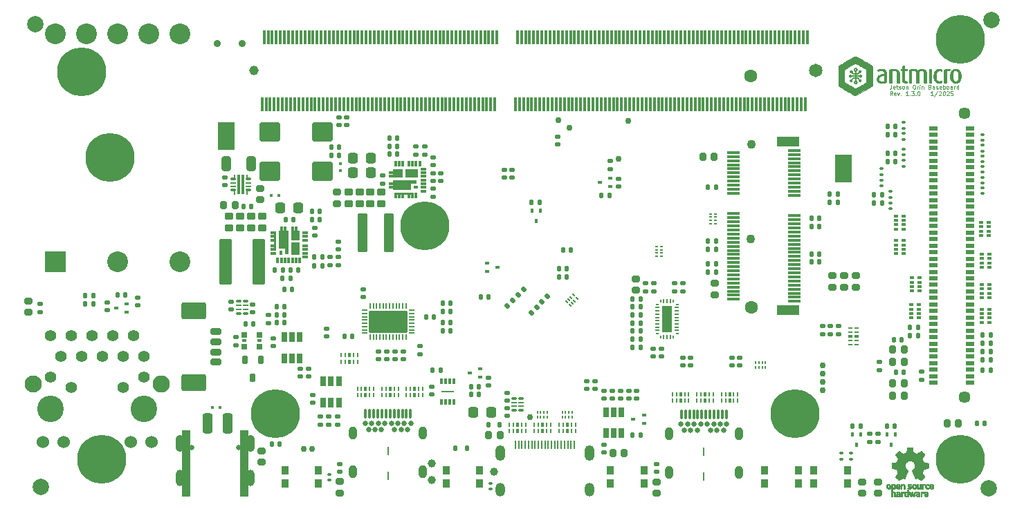
<source format=gbr>
%TF.GenerationSoftware,KiCad,Pcbnew,8.0.8*%
%TF.CreationDate,2025-02-13T16:32:43+11:00*%
%TF.ProjectId,jetson-orin-baseboard,6a657473-6f6e-42d6-9f72-696e2d626173,1.3.0*%
%TF.SameCoordinates,PX1c5f2f0PY7ac91b0*%
%TF.FileFunction,Soldermask,Top*%
%TF.FilePolarity,Negative*%
%FSLAX46Y46*%
G04 Gerber Fmt 4.6, Leading zero omitted, Abs format (unit mm)*
G04 Created by KiCad (PCBNEW 8.0.8) date 2025-02-13 16:32:43*
%MOMM*%
%LPD*%
G01*
G04 APERTURE LIST*
G04 Aperture macros list*
%AMRoundRect*
0 Rectangle with rounded corners*
0 $1 Rounding radius*
0 $2 $3 $4 $5 $6 $7 $8 $9 X,Y pos of 4 corners*
0 Add a 4 corners polygon primitive as box body*
4,1,4,$2,$3,$4,$5,$6,$7,$8,$9,$2,$3,0*
0 Add four circle primitives for the rounded corners*
1,1,$1+$1,$2,$3*
1,1,$1+$1,$4,$5*
1,1,$1+$1,$6,$7*
1,1,$1+$1,$8,$9*
0 Add four rect primitives between the rounded corners*
20,1,$1+$1,$2,$3,$4,$5,0*
20,1,$1+$1,$4,$5,$6,$7,0*
20,1,$1+$1,$6,$7,$8,$9,0*
20,1,$1+$1,$8,$9,$2,$3,0*%
%AMFreePoly0*
4,1,5,0.300000,-0.300000,-0.300000,-0.300000,-0.300000,0.300000,0.300000,0.300000,0.300000,-0.300000,0.300000,-0.300000,$1*%
%AMFreePoly1*
4,1,15,2.200000,0.087500,0.150000,0.087500,0.150000,-0.287500,0.144291,-0.316201,0.128033,-0.340533,0.103701,-0.356791,0.075000,-0.362500,-0.075000,-0.362500,-0.103701,-0.356791,-0.128033,-0.340533,-0.144291,-0.316201,-0.150000,-0.287500,-0.150000,0.362500,2.200000,0.362500,2.200000,0.087500,2.200000,0.087500,$1*%
%AMFreePoly2*
4,1,9,1.825000,0.245000,1.175000,0.245000,1.175000,-0.500000,0.500000,-0.500000,-0.500000,-0.500000,-1.000000,-0.500000,-1.000000,0.700000,1.825000,0.700000,1.825000,0.245000,1.825000,0.245000,$1*%
G04 Aperture macros list end*
%ADD10C,0.125000*%
%ADD11C,0.001395*%
%ADD12C,0.010000*%
%ADD13RoundRect,0.147500X0.172500X-0.147500X0.172500X0.147500X-0.172500X0.147500X-0.172500X-0.147500X0*%
%ADD14RoundRect,0.147500X-0.147500X-0.172500X0.147500X-0.172500X0.147500X0.172500X-0.147500X0.172500X0*%
%ADD15RoundRect,0.147500X-0.172500X0.147500X-0.172500X-0.147500X0.172500X-0.147500X0.172500X0.147500X0*%
%ADD16RoundRect,0.160000X0.240000X0.340000X-0.240000X0.340000X-0.240000X-0.340000X0.240000X-0.340000X0*%
%ADD17RoundRect,0.160000X-0.240000X-0.340000X0.240000X-0.340000X0.240000X0.340000X-0.240000X0.340000X0*%
%ADD18RoundRect,0.062500X-0.062500X-0.212500X0.062500X-0.212500X0.062500X0.212500X-0.062500X0.212500X0*%
%ADD19RoundRect,0.100000X-0.100000X-0.175000X0.100000X-0.175000X0.100000X0.175000X-0.100000X0.175000X0*%
%ADD20RoundRect,0.075000X0.175000X-0.075000X0.175000X0.075000X-0.175000X0.075000X-0.175000X-0.075000X0*%
%ADD21RoundRect,0.160000X0.390000X-0.240000X0.390000X0.240000X-0.390000X0.240000X-0.390000X-0.240000X0*%
%ADD22RoundRect,0.075000X-0.175000X0.075000X-0.175000X-0.075000X0.175000X-0.075000X0.175000X0.075000X0*%
%ADD23RoundRect,0.100000X0.150000X-0.100000X0.150000X0.100000X-0.150000X0.100000X-0.150000X-0.100000X0*%
%ADD24RoundRect,0.155000X0.620000X2.645000X-0.620000X2.645000X-0.620000X-2.645000X0.620000X-2.645000X0*%
%ADD25R,0.510000X0.400000*%
%ADD26RoundRect,0.300000X-0.300000X-0.350000X0.300000X-0.350000X0.300000X0.350000X-0.300000X0.350000X0*%
%ADD27RoundRect,0.125000X0.125000X0.175000X-0.125000X0.175000X-0.125000X-0.175000X0.125000X-0.175000X0*%
%ADD28RoundRect,0.147500X0.147500X0.172500X-0.147500X0.172500X-0.147500X-0.172500X0.147500X-0.172500X0*%
%ADD29RoundRect,0.100000X-0.150000X0.100000X-0.150000X-0.100000X0.150000X-0.100000X0.150000X0.100000X0*%
%ADD30RoundRect,0.160000X-0.340000X0.240000X-0.340000X-0.240000X0.340000X-0.240000X0.340000X0.240000X0*%
%ADD31RoundRect,0.160000X0.340000X-0.240000X0.340000X0.240000X-0.340000X0.240000X-0.340000X-0.240000X0*%
%ADD32C,6.000000*%
%ADD33R,0.400000X0.510000*%
%ADD34C,0.750000*%
%ADD35RoundRect,0.081250X0.118750X0.081250X-0.118750X0.081250X-0.118750X-0.081250X0.118750X-0.081250X0*%
%ADD36R,0.900000X1.000000*%
%ADD37C,2.000000*%
%ADD38C,1.150000*%
%ADD39C,1.650000*%
%ADD40R,0.300000X1.750000*%
%ADD41R,2.000000X3.500000*%
%ADD42RoundRect,0.160000X-0.390000X0.240000X-0.390000X-0.240000X0.390000X-0.240000X0.390000X0.240000X0*%
%ADD43RoundRect,0.050000X-0.050000X-0.450000X0.050000X-0.450000X0.050000X0.450000X-0.050000X0.450000X0*%
%ADD44RoundRect,0.075000X-0.075000X-0.525000X0.075000X-0.525000X0.075000X0.525000X-0.075000X0.525000X0*%
%ADD45C,0.650000*%
%ADD46O,1.000000X1.600000*%
%ADD47RoundRect,0.062500X-0.212500X0.062500X-0.212500X-0.062500X0.212500X-0.062500X0.212500X0.062500X0*%
%ADD48RoundRect,0.100000X-0.175000X0.100000X-0.175000X-0.100000X0.175000X-0.100000X0.175000X0.100000X0*%
%ADD49FreePoly0,270.000000*%
%ADD50R,0.600000X0.400000*%
%ADD51RoundRect,0.050000X-0.050000X-0.150000X0.050000X-0.150000X0.050000X0.150000X-0.050000X0.150000X0*%
%ADD52R,0.700000X1.200000*%
%ADD53RoundRect,0.075000X-0.075000X-0.287500X0.075000X-0.287500X0.075000X0.287500X-0.075000X0.287500X0*%
%ADD54FreePoly1,270.000000*%
%ADD55RoundRect,0.075000X-0.287500X0.075000X-0.287500X-0.075000X0.287500X-0.075000X0.287500X0.075000X0*%
%ADD56R,1.050000X1.575000*%
%ADD57R,1.050000X1.150000*%
%ADD58FreePoly2,270.000000*%
%ADD59R,0.380000X0.580000*%
%ADD60RoundRect,0.075000X-0.225000X-0.075000X0.225000X-0.075000X0.225000X0.075000X-0.225000X0.075000X0*%
%ADD61RoundRect,0.062500X-0.237500X-0.062500X0.237500X-0.062500X0.237500X0.062500X-0.237500X0.062500X0*%
%ADD62R,2.540000X2.540000*%
%ADD63C,2.540000*%
%ADD64RoundRect,0.125000X-0.125000X-0.175000X0.125000X-0.175000X0.125000X0.175000X-0.125000X0.175000X0*%
%ADD65RoundRect,0.147500X-0.017678X0.226274X-0.226274X0.017678X0.017678X-0.226274X0.226274X-0.017678X0*%
%ADD66RoundRect,0.147500X0.017678X-0.226274X0.226274X-0.017678X-0.017678X0.226274X-0.226274X0.017678X0*%
%ADD67R,0.450000X0.200000*%
%ADD68R,0.500000X0.200000*%
%ADD69R,0.200000X0.450000*%
%ADD70R,0.200000X0.500000*%
%ADD71R,1.200000X3.200000*%
%ADD72RoundRect,0.233000X-1.017000X-0.932000X1.017000X-0.932000X1.017000X0.932000X-1.017000X0.932000X0*%
%ADD73RoundRect,0.081250X0.081250X-0.118750X0.081250X0.118750X-0.081250X0.118750X-0.081250X-0.118750X0*%
%ADD74C,3.250000*%
%ADD75C,1.397000*%
%ADD76C,1.524000*%
%ADD77C,2.100000*%
%ADD78C,2.108200*%
%ADD79RoundRect,0.090000X-0.210000X0.410000X-0.210000X-0.410000X0.210000X-0.410000X0.210000X0.410000X0*%
%ADD80RoundRect,0.075000X0.075000X0.275000X-0.075000X0.275000X-0.075000X-0.275000X0.075000X-0.275000X0*%
%ADD81RoundRect,0.050000X-0.750000X0.050000X-0.750000X-0.050000X0.750000X-0.050000X0.750000X0.050000X0*%
%ADD82RoundRect,0.200000X-0.450000X0.200000X-0.450000X-0.200000X0.450000X-0.200000X0.450000X0.200000X0*%
%ADD83RoundRect,0.250001X-1.249999X0.799999X-1.249999X-0.799999X1.249999X-0.799999X1.249999X0.799999X0*%
%ADD84RoundRect,0.081250X-0.118750X-0.081250X0.118750X-0.081250X0.118750X0.081250X-0.118750X0.081250X0*%
%ADD85RoundRect,0.050000X-0.070711X0.141421X-0.141421X0.070711X0.070711X-0.141421X0.141421X-0.070711X0*%
%ADD86RoundRect,0.050000X-0.250000X0.050000X-0.250000X-0.050000X0.250000X-0.050000X0.250000X0.050000X0*%
%ADD87RoundRect,0.050000X-0.050000X-0.250000X0.050000X-0.250000X0.050000X0.250000X-0.050000X0.250000X0*%
%ADD88RoundRect,0.050000X0.250000X-0.050000X0.250000X0.050000X-0.250000X0.050000X-0.250000X-0.050000X0*%
%ADD89RoundRect,0.050000X0.050000X0.250000X-0.050000X0.250000X-0.050000X-0.250000X0.050000X-0.250000X0*%
%ADD90RoundRect,0.040000X-0.460000X-0.360000X0.460000X-0.360000X0.460000X0.360000X-0.460000X0.360000X0*%
%ADD91RoundRect,0.050000X-2.300000X-1.300000X2.300000X-1.300000X2.300000X1.300000X-2.300000X1.300000X0*%
%ADD92R,0.230000X1.000000*%
%ADD93O,1.200000X1.900000*%
%ADD94O,1.200000X1.700000*%
%ADD95C,1.450000*%
%ADD96R,1.100000X0.500000*%
%ADD97RoundRect,0.050000X-0.150000X0.050000X-0.150000X-0.050000X0.150000X-0.050000X0.150000X0.050000X0*%
%ADD98RoundRect,0.310000X0.310000X-0.940000X0.310000X0.940000X-0.310000X0.940000X-0.310000X-0.940000X0*%
%ADD99RoundRect,0.275000X-0.275000X-3.825000X0.275000X-3.825000X0.275000X3.825000X-0.275000X3.825000X0*%
%ADD100RoundRect,0.075000X0.287500X-0.075000X0.287500X0.075000X-0.287500X0.075000X-0.287500X-0.075000X0*%
%ADD101FreePoly1,0.000000*%
%ADD102R,1.575000X1.050000*%
%ADD103R,1.150000X1.050000*%
%ADD104FreePoly2,0.000000*%
%ADD105R,0.580000X0.380000*%
%ADD106RoundRect,0.125000X0.500000X2.225000X-0.500000X2.225000X-0.500000X-2.225000X0.500000X-2.225000X0*%
%ADD107C,1.100000*%
%ADD108C,1.600000*%
%ADD109R,1.550000X0.300000*%
%ADD110R,2.750000X1.200000*%
%ADD111RoundRect,0.050000X0.250000X0.100000X-0.250000X0.100000X-0.250000X-0.100000X0.250000X-0.100000X0*%
%ADD112RoundRect,0.050000X-0.075000X-0.275000X0.075000X-0.275000X0.075000X0.275000X-0.075000X0.275000X0*%
%ADD113RoundRect,0.050000X0.250000X0.075000X-0.250000X0.075000X-0.250000X-0.075000X0.250000X-0.075000X0*%
%ADD114RoundRect,0.075000X0.075000X1.125000X-0.075000X1.125000X-0.075000X-1.125000X0.075000X-1.125000X0*%
%ADD115RoundRect,0.050000X-0.250000X-0.100000X0.250000X-0.100000X0.250000X0.100000X-0.250000X0.100000X0*%
%ADD116RoundRect,0.050000X-0.250000X-0.075000X0.250000X-0.075000X0.250000X0.075000X-0.250000X0.075000X0*%
%ADD117RoundRect,0.287500X-0.287500X-0.612500X0.287500X-0.612500X0.287500X0.612500X-0.287500X0.612500X0*%
%ADD118C,0.990600*%
%ADD119O,1.000000X2.000000*%
%ADD120O,1.050000X2.100000*%
%ADD121C,0.900000*%
G04 APERTURE END LIST*
D10*
X106594140Y50927677D02*
X106594140Y50570534D01*
X106594140Y50570534D02*
X106570331Y50499106D01*
X106570331Y50499106D02*
X106522712Y50451486D01*
X106522712Y50451486D02*
X106451283Y50427677D01*
X106451283Y50427677D02*
X106403664Y50427677D01*
X107022711Y50451486D02*
X106975092Y50427677D01*
X106975092Y50427677D02*
X106879854Y50427677D01*
X106879854Y50427677D02*
X106832235Y50451486D01*
X106832235Y50451486D02*
X106808426Y50499106D01*
X106808426Y50499106D02*
X106808426Y50689582D01*
X106808426Y50689582D02*
X106832235Y50737201D01*
X106832235Y50737201D02*
X106879854Y50761010D01*
X106879854Y50761010D02*
X106975092Y50761010D01*
X106975092Y50761010D02*
X107022711Y50737201D01*
X107022711Y50737201D02*
X107046521Y50689582D01*
X107046521Y50689582D02*
X107046521Y50641963D01*
X107046521Y50641963D02*
X106808426Y50594344D01*
X107189378Y50761010D02*
X107379854Y50761010D01*
X107260806Y50927677D02*
X107260806Y50499106D01*
X107260806Y50499106D02*
X107284616Y50451486D01*
X107284616Y50451486D02*
X107332235Y50427677D01*
X107332235Y50427677D02*
X107379854Y50427677D01*
X107522711Y50451486D02*
X107570330Y50427677D01*
X107570330Y50427677D02*
X107665568Y50427677D01*
X107665568Y50427677D02*
X107713187Y50451486D01*
X107713187Y50451486D02*
X107736996Y50499106D01*
X107736996Y50499106D02*
X107736996Y50522915D01*
X107736996Y50522915D02*
X107713187Y50570534D01*
X107713187Y50570534D02*
X107665568Y50594344D01*
X107665568Y50594344D02*
X107594139Y50594344D01*
X107594139Y50594344D02*
X107546520Y50618153D01*
X107546520Y50618153D02*
X107522711Y50665772D01*
X107522711Y50665772D02*
X107522711Y50689582D01*
X107522711Y50689582D02*
X107546520Y50737201D01*
X107546520Y50737201D02*
X107594139Y50761010D01*
X107594139Y50761010D02*
X107665568Y50761010D01*
X107665568Y50761010D02*
X107713187Y50737201D01*
X108022711Y50427677D02*
X107975092Y50451486D01*
X107975092Y50451486D02*
X107951282Y50475296D01*
X107951282Y50475296D02*
X107927473Y50522915D01*
X107927473Y50522915D02*
X107927473Y50665772D01*
X107927473Y50665772D02*
X107951282Y50713391D01*
X107951282Y50713391D02*
X107975092Y50737201D01*
X107975092Y50737201D02*
X108022711Y50761010D01*
X108022711Y50761010D02*
X108094139Y50761010D01*
X108094139Y50761010D02*
X108141758Y50737201D01*
X108141758Y50737201D02*
X108165568Y50713391D01*
X108165568Y50713391D02*
X108189377Y50665772D01*
X108189377Y50665772D02*
X108189377Y50522915D01*
X108189377Y50522915D02*
X108165568Y50475296D01*
X108165568Y50475296D02*
X108141758Y50451486D01*
X108141758Y50451486D02*
X108094139Y50427677D01*
X108094139Y50427677D02*
X108022711Y50427677D01*
X108403663Y50761010D02*
X108403663Y50427677D01*
X108403663Y50713391D02*
X108427473Y50737201D01*
X108427473Y50737201D02*
X108475092Y50761010D01*
X108475092Y50761010D02*
X108546520Y50761010D01*
X108546520Y50761010D02*
X108594139Y50737201D01*
X108594139Y50737201D02*
X108617949Y50689582D01*
X108617949Y50689582D02*
X108617949Y50427677D01*
X109332234Y50927677D02*
X109427472Y50927677D01*
X109427472Y50927677D02*
X109475091Y50903867D01*
X109475091Y50903867D02*
X109522710Y50856248D01*
X109522710Y50856248D02*
X109546520Y50761010D01*
X109546520Y50761010D02*
X109546520Y50594344D01*
X109546520Y50594344D02*
X109522710Y50499106D01*
X109522710Y50499106D02*
X109475091Y50451486D01*
X109475091Y50451486D02*
X109427472Y50427677D01*
X109427472Y50427677D02*
X109332234Y50427677D01*
X109332234Y50427677D02*
X109284615Y50451486D01*
X109284615Y50451486D02*
X109236996Y50499106D01*
X109236996Y50499106D02*
X109213187Y50594344D01*
X109213187Y50594344D02*
X109213187Y50761010D01*
X109213187Y50761010D02*
X109236996Y50856248D01*
X109236996Y50856248D02*
X109284615Y50903867D01*
X109284615Y50903867D02*
X109332234Y50927677D01*
X109760806Y50427677D02*
X109760806Y50761010D01*
X109760806Y50665772D02*
X109784616Y50713391D01*
X109784616Y50713391D02*
X109808425Y50737201D01*
X109808425Y50737201D02*
X109856044Y50761010D01*
X109856044Y50761010D02*
X109903663Y50761010D01*
X110070330Y50427677D02*
X110070330Y50761010D01*
X110070330Y50927677D02*
X110046521Y50903867D01*
X110046521Y50903867D02*
X110070330Y50880058D01*
X110070330Y50880058D02*
X110094140Y50903867D01*
X110094140Y50903867D02*
X110070330Y50927677D01*
X110070330Y50927677D02*
X110070330Y50880058D01*
X110308425Y50761010D02*
X110308425Y50427677D01*
X110308425Y50713391D02*
X110332235Y50737201D01*
X110332235Y50737201D02*
X110379854Y50761010D01*
X110379854Y50761010D02*
X110451282Y50761010D01*
X110451282Y50761010D02*
X110498901Y50737201D01*
X110498901Y50737201D02*
X110522711Y50689582D01*
X110522711Y50689582D02*
X110522711Y50427677D01*
X111308425Y50689582D02*
X111379853Y50665772D01*
X111379853Y50665772D02*
X111403663Y50641963D01*
X111403663Y50641963D02*
X111427472Y50594344D01*
X111427472Y50594344D02*
X111427472Y50522915D01*
X111427472Y50522915D02*
X111403663Y50475296D01*
X111403663Y50475296D02*
X111379853Y50451486D01*
X111379853Y50451486D02*
X111332234Y50427677D01*
X111332234Y50427677D02*
X111141758Y50427677D01*
X111141758Y50427677D02*
X111141758Y50927677D01*
X111141758Y50927677D02*
X111308425Y50927677D01*
X111308425Y50927677D02*
X111356044Y50903867D01*
X111356044Y50903867D02*
X111379853Y50880058D01*
X111379853Y50880058D02*
X111403663Y50832439D01*
X111403663Y50832439D02*
X111403663Y50784820D01*
X111403663Y50784820D02*
X111379853Y50737201D01*
X111379853Y50737201D02*
X111356044Y50713391D01*
X111356044Y50713391D02*
X111308425Y50689582D01*
X111308425Y50689582D02*
X111141758Y50689582D01*
X111856044Y50427677D02*
X111856044Y50689582D01*
X111856044Y50689582D02*
X111832234Y50737201D01*
X111832234Y50737201D02*
X111784615Y50761010D01*
X111784615Y50761010D02*
X111689377Y50761010D01*
X111689377Y50761010D02*
X111641758Y50737201D01*
X111856044Y50451486D02*
X111808425Y50427677D01*
X111808425Y50427677D02*
X111689377Y50427677D01*
X111689377Y50427677D02*
X111641758Y50451486D01*
X111641758Y50451486D02*
X111617949Y50499106D01*
X111617949Y50499106D02*
X111617949Y50546725D01*
X111617949Y50546725D02*
X111641758Y50594344D01*
X111641758Y50594344D02*
X111689377Y50618153D01*
X111689377Y50618153D02*
X111808425Y50618153D01*
X111808425Y50618153D02*
X111856044Y50641963D01*
X112070330Y50451486D02*
X112117949Y50427677D01*
X112117949Y50427677D02*
X112213187Y50427677D01*
X112213187Y50427677D02*
X112260806Y50451486D01*
X112260806Y50451486D02*
X112284615Y50499106D01*
X112284615Y50499106D02*
X112284615Y50522915D01*
X112284615Y50522915D02*
X112260806Y50570534D01*
X112260806Y50570534D02*
X112213187Y50594344D01*
X112213187Y50594344D02*
X112141758Y50594344D01*
X112141758Y50594344D02*
X112094139Y50618153D01*
X112094139Y50618153D02*
X112070330Y50665772D01*
X112070330Y50665772D02*
X112070330Y50689582D01*
X112070330Y50689582D02*
X112094139Y50737201D01*
X112094139Y50737201D02*
X112141758Y50761010D01*
X112141758Y50761010D02*
X112213187Y50761010D01*
X112213187Y50761010D02*
X112260806Y50737201D01*
X112689377Y50451486D02*
X112641758Y50427677D01*
X112641758Y50427677D02*
X112546520Y50427677D01*
X112546520Y50427677D02*
X112498901Y50451486D01*
X112498901Y50451486D02*
X112475092Y50499106D01*
X112475092Y50499106D02*
X112475092Y50689582D01*
X112475092Y50689582D02*
X112498901Y50737201D01*
X112498901Y50737201D02*
X112546520Y50761010D01*
X112546520Y50761010D02*
X112641758Y50761010D01*
X112641758Y50761010D02*
X112689377Y50737201D01*
X112689377Y50737201D02*
X112713187Y50689582D01*
X112713187Y50689582D02*
X112713187Y50641963D01*
X112713187Y50641963D02*
X112475092Y50594344D01*
X112927472Y50427677D02*
X112927472Y50927677D01*
X112927472Y50737201D02*
X112975091Y50761010D01*
X112975091Y50761010D02*
X113070329Y50761010D01*
X113070329Y50761010D02*
X113117948Y50737201D01*
X113117948Y50737201D02*
X113141758Y50713391D01*
X113141758Y50713391D02*
X113165567Y50665772D01*
X113165567Y50665772D02*
X113165567Y50522915D01*
X113165567Y50522915D02*
X113141758Y50475296D01*
X113141758Y50475296D02*
X113117948Y50451486D01*
X113117948Y50451486D02*
X113070329Y50427677D01*
X113070329Y50427677D02*
X112975091Y50427677D01*
X112975091Y50427677D02*
X112927472Y50451486D01*
X113451282Y50427677D02*
X113403663Y50451486D01*
X113403663Y50451486D02*
X113379853Y50475296D01*
X113379853Y50475296D02*
X113356044Y50522915D01*
X113356044Y50522915D02*
X113356044Y50665772D01*
X113356044Y50665772D02*
X113379853Y50713391D01*
X113379853Y50713391D02*
X113403663Y50737201D01*
X113403663Y50737201D02*
X113451282Y50761010D01*
X113451282Y50761010D02*
X113522710Y50761010D01*
X113522710Y50761010D02*
X113570329Y50737201D01*
X113570329Y50737201D02*
X113594139Y50713391D01*
X113594139Y50713391D02*
X113617948Y50665772D01*
X113617948Y50665772D02*
X113617948Y50522915D01*
X113617948Y50522915D02*
X113594139Y50475296D01*
X113594139Y50475296D02*
X113570329Y50451486D01*
X113570329Y50451486D02*
X113522710Y50427677D01*
X113522710Y50427677D02*
X113451282Y50427677D01*
X114046520Y50427677D02*
X114046520Y50689582D01*
X114046520Y50689582D02*
X114022710Y50737201D01*
X114022710Y50737201D02*
X113975091Y50761010D01*
X113975091Y50761010D02*
X113879853Y50761010D01*
X113879853Y50761010D02*
X113832234Y50737201D01*
X114046520Y50451486D02*
X113998901Y50427677D01*
X113998901Y50427677D02*
X113879853Y50427677D01*
X113879853Y50427677D02*
X113832234Y50451486D01*
X113832234Y50451486D02*
X113808425Y50499106D01*
X113808425Y50499106D02*
X113808425Y50546725D01*
X113808425Y50546725D02*
X113832234Y50594344D01*
X113832234Y50594344D02*
X113879853Y50618153D01*
X113879853Y50618153D02*
X113998901Y50618153D01*
X113998901Y50618153D02*
X114046520Y50641963D01*
X114284615Y50427677D02*
X114284615Y50761010D01*
X114284615Y50665772D02*
X114308425Y50713391D01*
X114308425Y50713391D02*
X114332234Y50737201D01*
X114332234Y50737201D02*
X114379853Y50761010D01*
X114379853Y50761010D02*
X114427472Y50761010D01*
X114808425Y50427677D02*
X114808425Y50927677D01*
X114808425Y50451486D02*
X114760806Y50427677D01*
X114760806Y50427677D02*
X114665568Y50427677D01*
X114665568Y50427677D02*
X114617949Y50451486D01*
X114617949Y50451486D02*
X114594139Y50475296D01*
X114594139Y50475296D02*
X114570330Y50522915D01*
X114570330Y50522915D02*
X114570330Y50665772D01*
X114570330Y50665772D02*
X114594139Y50713391D01*
X114594139Y50713391D02*
X114617949Y50737201D01*
X114617949Y50737201D02*
X114665568Y50761010D01*
X114665568Y50761010D02*
X114760806Y50761010D01*
X114760806Y50761010D02*
X114808425Y50737201D01*
X106736997Y49622705D02*
X106570331Y49860800D01*
X106451283Y49622705D02*
X106451283Y50122705D01*
X106451283Y50122705D02*
X106641759Y50122705D01*
X106641759Y50122705D02*
X106689378Y50098895D01*
X106689378Y50098895D02*
X106713188Y50075086D01*
X106713188Y50075086D02*
X106736997Y50027467D01*
X106736997Y50027467D02*
X106736997Y49956038D01*
X106736997Y49956038D02*
X106713188Y49908419D01*
X106713188Y49908419D02*
X106689378Y49884610D01*
X106689378Y49884610D02*
X106641759Y49860800D01*
X106641759Y49860800D02*
X106451283Y49860800D01*
X107141759Y49646514D02*
X107094140Y49622705D01*
X107094140Y49622705D02*
X106998902Y49622705D01*
X106998902Y49622705D02*
X106951283Y49646514D01*
X106951283Y49646514D02*
X106927474Y49694134D01*
X106927474Y49694134D02*
X106927474Y49884610D01*
X106927474Y49884610D02*
X106951283Y49932229D01*
X106951283Y49932229D02*
X106998902Y49956038D01*
X106998902Y49956038D02*
X107094140Y49956038D01*
X107094140Y49956038D02*
X107141759Y49932229D01*
X107141759Y49932229D02*
X107165569Y49884610D01*
X107165569Y49884610D02*
X107165569Y49836991D01*
X107165569Y49836991D02*
X106927474Y49789372D01*
X107332235Y49956038D02*
X107451283Y49622705D01*
X107451283Y49622705D02*
X107570330Y49956038D01*
X107760806Y49670324D02*
X107784616Y49646514D01*
X107784616Y49646514D02*
X107760806Y49622705D01*
X107760806Y49622705D02*
X107736997Y49646514D01*
X107736997Y49646514D02*
X107760806Y49670324D01*
X107760806Y49670324D02*
X107760806Y49622705D01*
X108641758Y49622705D02*
X108356044Y49622705D01*
X108498901Y49622705D02*
X108498901Y50122705D01*
X108498901Y50122705D02*
X108451282Y50051276D01*
X108451282Y50051276D02*
X108403663Y50003657D01*
X108403663Y50003657D02*
X108356044Y49979848D01*
X108856043Y49670324D02*
X108879853Y49646514D01*
X108879853Y49646514D02*
X108856043Y49622705D01*
X108856043Y49622705D02*
X108832234Y49646514D01*
X108832234Y49646514D02*
X108856043Y49670324D01*
X108856043Y49670324D02*
X108856043Y49622705D01*
X109046519Y50122705D02*
X109356043Y50122705D01*
X109356043Y50122705D02*
X109189376Y49932229D01*
X109189376Y49932229D02*
X109260805Y49932229D01*
X109260805Y49932229D02*
X109308424Y49908419D01*
X109308424Y49908419D02*
X109332233Y49884610D01*
X109332233Y49884610D02*
X109356043Y49836991D01*
X109356043Y49836991D02*
X109356043Y49717943D01*
X109356043Y49717943D02*
X109332233Y49670324D01*
X109332233Y49670324D02*
X109308424Y49646514D01*
X109308424Y49646514D02*
X109260805Y49622705D01*
X109260805Y49622705D02*
X109117948Y49622705D01*
X109117948Y49622705D02*
X109070329Y49646514D01*
X109070329Y49646514D02*
X109046519Y49670324D01*
X109570328Y49670324D02*
X109594138Y49646514D01*
X109594138Y49646514D02*
X109570328Y49622705D01*
X109570328Y49622705D02*
X109546519Y49646514D01*
X109546519Y49646514D02*
X109570328Y49670324D01*
X109570328Y49670324D02*
X109570328Y49622705D01*
X109903661Y50122705D02*
X109951280Y50122705D01*
X109951280Y50122705D02*
X109998899Y50098895D01*
X109998899Y50098895D02*
X110022709Y50075086D01*
X110022709Y50075086D02*
X110046518Y50027467D01*
X110046518Y50027467D02*
X110070328Y49932229D01*
X110070328Y49932229D02*
X110070328Y49813181D01*
X110070328Y49813181D02*
X110046518Y49717943D01*
X110046518Y49717943D02*
X110022709Y49670324D01*
X110022709Y49670324D02*
X109998899Y49646514D01*
X109998899Y49646514D02*
X109951280Y49622705D01*
X109951280Y49622705D02*
X109903661Y49622705D01*
X109903661Y49622705D02*
X109856042Y49646514D01*
X109856042Y49646514D02*
X109832233Y49670324D01*
X109832233Y49670324D02*
X109808423Y49717943D01*
X109808423Y49717943D02*
X109784614Y49813181D01*
X109784614Y49813181D02*
X109784614Y49932229D01*
X109784614Y49932229D02*
X109808423Y50027467D01*
X109808423Y50027467D02*
X109832233Y50075086D01*
X109832233Y50075086D02*
X109856042Y50098895D01*
X109856042Y50098895D02*
X109903661Y50122705D01*
X111689374Y49622705D02*
X111403660Y49622705D01*
X111546517Y49622705D02*
X111546517Y50122705D01*
X111546517Y50122705D02*
X111498898Y50051276D01*
X111498898Y50051276D02*
X111451279Y50003657D01*
X111451279Y50003657D02*
X111403660Y49979848D01*
X112260802Y50146514D02*
X111832231Y49503657D01*
X112403660Y50075086D02*
X112427469Y50098895D01*
X112427469Y50098895D02*
X112475088Y50122705D01*
X112475088Y50122705D02*
X112594136Y50122705D01*
X112594136Y50122705D02*
X112641755Y50098895D01*
X112641755Y50098895D02*
X112665564Y50075086D01*
X112665564Y50075086D02*
X112689374Y50027467D01*
X112689374Y50027467D02*
X112689374Y49979848D01*
X112689374Y49979848D02*
X112665564Y49908419D01*
X112665564Y49908419D02*
X112379850Y49622705D01*
X112379850Y49622705D02*
X112689374Y49622705D01*
X112998897Y50122705D02*
X113046516Y50122705D01*
X113046516Y50122705D02*
X113094135Y50098895D01*
X113094135Y50098895D02*
X113117945Y50075086D01*
X113117945Y50075086D02*
X113141754Y50027467D01*
X113141754Y50027467D02*
X113165564Y49932229D01*
X113165564Y49932229D02*
X113165564Y49813181D01*
X113165564Y49813181D02*
X113141754Y49717943D01*
X113141754Y49717943D02*
X113117945Y49670324D01*
X113117945Y49670324D02*
X113094135Y49646514D01*
X113094135Y49646514D02*
X113046516Y49622705D01*
X113046516Y49622705D02*
X112998897Y49622705D01*
X112998897Y49622705D02*
X112951278Y49646514D01*
X112951278Y49646514D02*
X112927469Y49670324D01*
X112927469Y49670324D02*
X112903659Y49717943D01*
X112903659Y49717943D02*
X112879850Y49813181D01*
X112879850Y49813181D02*
X112879850Y49932229D01*
X112879850Y49932229D02*
X112903659Y50027467D01*
X112903659Y50027467D02*
X112927469Y50075086D01*
X112927469Y50075086D02*
X112951278Y50098895D01*
X112951278Y50098895D02*
X112998897Y50122705D01*
X113356040Y50075086D02*
X113379849Y50098895D01*
X113379849Y50098895D02*
X113427468Y50122705D01*
X113427468Y50122705D02*
X113546516Y50122705D01*
X113546516Y50122705D02*
X113594135Y50098895D01*
X113594135Y50098895D02*
X113617944Y50075086D01*
X113617944Y50075086D02*
X113641754Y50027467D01*
X113641754Y50027467D02*
X113641754Y49979848D01*
X113641754Y49979848D02*
X113617944Y49908419D01*
X113617944Y49908419D02*
X113332230Y49622705D01*
X113332230Y49622705D02*
X113641754Y49622705D01*
X114094134Y50122705D02*
X113856039Y50122705D01*
X113856039Y50122705D02*
X113832230Y49884610D01*
X113832230Y49884610D02*
X113856039Y49908419D01*
X113856039Y49908419D02*
X113903658Y49932229D01*
X113903658Y49932229D02*
X114022706Y49932229D01*
X114022706Y49932229D02*
X114070325Y49908419D01*
X114070325Y49908419D02*
X114094134Y49884610D01*
X114094134Y49884610D02*
X114117944Y49836991D01*
X114117944Y49836991D02*
X114117944Y49717943D01*
X114117944Y49717943D02*
X114094134Y49670324D01*
X114094134Y49670324D02*
X114070325Y49646514D01*
X114070325Y49646514D02*
X114022706Y49622705D01*
X114022706Y49622705D02*
X113903658Y49622705D01*
X113903658Y49622705D02*
X113856039Y49646514D01*
X113856039Y49646514D02*
X113832230Y49670324D01*
D11*
%TO.C,REF\u002A\u002A*%
X111505000Y51172000D02*
X111222000Y51172000D01*
X111222000Y52850000D01*
X111505000Y52850000D01*
X111505000Y51172000D01*
G36*
X111505000Y51172000D02*
G01*
X111222000Y51172000D01*
X111222000Y52850000D01*
X111505000Y52850000D01*
X111505000Y51172000D01*
G37*
X113719000Y52872000D02*
X113740000Y52869000D01*
X113748000Y52864000D01*
X113750000Y52862000D01*
X113745000Y52844000D01*
X113737000Y52810000D01*
X113724000Y52766000D01*
X113718000Y52748000D01*
X113702000Y52699000D01*
X113690000Y52670000D01*
X113679000Y52656000D01*
X113668000Y52654000D01*
X113666000Y52654000D01*
X113593000Y52670000D01*
X113511000Y52675000D01*
X113429000Y52670000D01*
X113359000Y52655000D01*
X113344000Y52650000D01*
X113312000Y52638000D01*
X113312000Y51172000D01*
X113028000Y51172000D01*
X113028000Y52764000D01*
X113115000Y52795000D01*
X113189000Y52820000D01*
X113256000Y52838000D01*
X113325000Y52853000D01*
X113399000Y52862000D01*
X113487000Y52868000D01*
X113551000Y52870000D01*
X113628000Y52873000D01*
X113682000Y52873000D01*
X113719000Y52872000D01*
G36*
X113719000Y52872000D02*
G01*
X113740000Y52869000D01*
X113748000Y52864000D01*
X113750000Y52862000D01*
X113745000Y52844000D01*
X113737000Y52810000D01*
X113724000Y52766000D01*
X113718000Y52748000D01*
X113702000Y52699000D01*
X113690000Y52670000D01*
X113679000Y52656000D01*
X113668000Y52654000D01*
X113666000Y52654000D01*
X113593000Y52670000D01*
X113511000Y52675000D01*
X113429000Y52670000D01*
X113359000Y52655000D01*
X113344000Y52650000D01*
X113312000Y52638000D01*
X113312000Y51172000D01*
X113028000Y51172000D01*
X113028000Y52764000D01*
X113115000Y52795000D01*
X113189000Y52820000D01*
X113256000Y52838000D01*
X113325000Y52853000D01*
X113399000Y52862000D01*
X113487000Y52868000D01*
X113551000Y52870000D01*
X113628000Y52873000D01*
X113682000Y52873000D01*
X113719000Y52872000D01*
G37*
X108192000Y53299000D02*
X108194000Y53267000D01*
X108196000Y53220000D01*
X108197000Y53160000D01*
X108197000Y53089000D01*
X108197000Y53080000D01*
X108197000Y52850000D01*
X108481000Y52850000D01*
X108481000Y52660000D01*
X108197000Y52660000D01*
X108197000Y51508000D01*
X108224000Y51457000D01*
X108259000Y51407000D01*
X108303000Y51378000D01*
X108361000Y51365000D01*
X108407000Y51364000D01*
X108481000Y51368000D01*
X108481000Y51276000D01*
X108479000Y51221000D01*
X108473000Y51187000D01*
X108466000Y51176000D01*
X108450000Y51172000D01*
X108413000Y51168000D01*
X108366000Y51165000D01*
X108333000Y51163000D01*
X108269000Y51163000D01*
X108221000Y51166000D01*
X108180000Y51174000D01*
X108153000Y51182000D01*
X108082000Y51217000D01*
X108024000Y51263000D01*
X107977000Y51329000D01*
X107962000Y51356000D01*
X107920000Y51435000D01*
X107917000Y52049000D01*
X107913000Y52660000D01*
X107725000Y52660000D01*
X107725000Y52850000D01*
X107914000Y52850000D01*
X107914000Y53226000D01*
X108049000Y53269000D01*
X108101000Y53285000D01*
X108146000Y53299000D01*
X108176000Y53307000D01*
X108190000Y53311000D01*
X108192000Y53299000D01*
G36*
X108192000Y53299000D02*
G01*
X108194000Y53267000D01*
X108196000Y53220000D01*
X108197000Y53160000D01*
X108197000Y53089000D01*
X108197000Y53080000D01*
X108197000Y52850000D01*
X108481000Y52850000D01*
X108481000Y52660000D01*
X108197000Y52660000D01*
X108197000Y51508000D01*
X108224000Y51457000D01*
X108259000Y51407000D01*
X108303000Y51378000D01*
X108361000Y51365000D01*
X108407000Y51364000D01*
X108481000Y51368000D01*
X108481000Y51276000D01*
X108479000Y51221000D01*
X108473000Y51187000D01*
X108466000Y51176000D01*
X108450000Y51172000D01*
X108413000Y51168000D01*
X108366000Y51165000D01*
X108333000Y51163000D01*
X108269000Y51163000D01*
X108221000Y51166000D01*
X108180000Y51174000D01*
X108153000Y51182000D01*
X108082000Y51217000D01*
X108024000Y51263000D01*
X107977000Y51329000D01*
X107962000Y51356000D01*
X107920000Y51435000D01*
X107917000Y52049000D01*
X107913000Y52660000D01*
X107725000Y52660000D01*
X107725000Y52850000D01*
X107914000Y52850000D01*
X107914000Y53226000D01*
X108049000Y53269000D01*
X108101000Y53285000D01*
X108146000Y53299000D01*
X108176000Y53307000D01*
X108190000Y53311000D01*
X108192000Y53299000D01*
G37*
X106981000Y52867000D02*
X107044000Y52866000D01*
X107092000Y52863000D01*
X107130000Y52857000D01*
X107164000Y52850000D01*
X107176000Y52845000D01*
X107283000Y52804000D01*
X107369000Y52754000D01*
X107437000Y52692000D01*
X107481000Y52629000D01*
X107494000Y52602000D01*
X107506000Y52576000D01*
X107516000Y52550000D01*
X107525000Y52522000D01*
X107531000Y52490000D01*
X107538000Y52449000D01*
X107542000Y52401000D01*
X107545000Y52341000D01*
X107547000Y52266000D01*
X107548000Y52179000D01*
X107549000Y52072000D01*
X107549000Y51947000D01*
X107549000Y51802000D01*
X107549000Y51172000D01*
X107264000Y51172000D01*
X107264000Y51797000D01*
X107264000Y51943000D01*
X107264000Y52068000D01*
X107263000Y52174000D01*
X107262000Y52261000D01*
X107260000Y52334000D01*
X107257000Y52392000D01*
X107252000Y52439000D01*
X107247000Y52477000D01*
X107240000Y52506000D01*
X107232000Y52528000D01*
X107221000Y52548000D01*
X107208000Y52565000D01*
X107193000Y52583000D01*
X107192000Y52584000D01*
X107142000Y52629000D01*
X107084000Y52659000D01*
X107007000Y52680000D01*
X106979000Y52684000D01*
X106901000Y52689000D01*
X106812000Y52685000D01*
X106727000Y52672000D01*
X106666000Y52656000D01*
X106622000Y52640000D01*
X106618000Y51907000D01*
X106616000Y51172000D01*
X106332000Y51172000D01*
X106332000Y52764000D01*
X106441000Y52799000D01*
X106517000Y52823000D01*
X106580000Y52841000D01*
X106640000Y52854000D01*
X106699000Y52862000D01*
X106767000Y52866000D01*
X106850000Y52868000D01*
X106899000Y52868000D01*
X106981000Y52867000D01*
G36*
X106981000Y52867000D02*
G01*
X107044000Y52866000D01*
X107092000Y52863000D01*
X107130000Y52857000D01*
X107164000Y52850000D01*
X107176000Y52845000D01*
X107283000Y52804000D01*
X107369000Y52754000D01*
X107437000Y52692000D01*
X107481000Y52629000D01*
X107494000Y52602000D01*
X107506000Y52576000D01*
X107516000Y52550000D01*
X107525000Y52522000D01*
X107531000Y52490000D01*
X107538000Y52449000D01*
X107542000Y52401000D01*
X107545000Y52341000D01*
X107547000Y52266000D01*
X107548000Y52179000D01*
X107549000Y52072000D01*
X107549000Y51947000D01*
X107549000Y51802000D01*
X107549000Y51172000D01*
X107264000Y51172000D01*
X107264000Y51797000D01*
X107264000Y51943000D01*
X107264000Y52068000D01*
X107263000Y52174000D01*
X107262000Y52261000D01*
X107260000Y52334000D01*
X107257000Y52392000D01*
X107252000Y52439000D01*
X107247000Y52477000D01*
X107240000Y52506000D01*
X107232000Y52528000D01*
X107221000Y52548000D01*
X107208000Y52565000D01*
X107193000Y52583000D01*
X107192000Y52584000D01*
X107142000Y52629000D01*
X107084000Y52659000D01*
X107007000Y52680000D01*
X106979000Y52684000D01*
X106901000Y52689000D01*
X106812000Y52685000D01*
X106727000Y52672000D01*
X106666000Y52656000D01*
X106622000Y52640000D01*
X106618000Y51907000D01*
X106616000Y51172000D01*
X106332000Y51172000D01*
X106332000Y52764000D01*
X106441000Y52799000D01*
X106517000Y52823000D01*
X106580000Y52841000D01*
X106640000Y52854000D01*
X106699000Y52862000D01*
X106767000Y52866000D01*
X106850000Y52868000D01*
X106899000Y52868000D01*
X106981000Y52867000D01*
G37*
X110413000Y52865000D02*
X110529000Y52839000D01*
X110627000Y52797000D01*
X110710000Y52741000D01*
X110776000Y52666000D01*
X110807000Y52614000D01*
X110820000Y52588000D01*
X110831000Y52563000D01*
X110839000Y52537000D01*
X110847000Y52509000D01*
X110852000Y52474000D01*
X110857000Y52431000D01*
X110861000Y52379000D01*
X110863000Y52316000D01*
X110865000Y52239000D01*
X110867000Y52147000D01*
X110868000Y52036000D01*
X110868000Y51904000D01*
X110868000Y51798000D01*
X110868000Y51172000D01*
X110585000Y51172000D01*
X110581000Y51826000D01*
X110577000Y52478000D01*
X110544000Y52539000D01*
X110497000Y52602000D01*
X110436000Y52647000D01*
X110364000Y52677000D01*
X110286000Y52689000D01*
X110202000Y52685000D01*
X110121000Y52664000D01*
X110041000Y52627000D01*
X109985000Y52584000D01*
X109934000Y52540000D01*
X109934000Y51172000D01*
X109650000Y51172000D01*
X109650000Y51811000D01*
X109650000Y51972000D01*
X109650000Y52109000D01*
X109648000Y52226000D01*
X109648000Y52319000D01*
X109646000Y52393000D01*
X109642000Y52447000D01*
X109640000Y52483000D01*
X109638000Y52497000D01*
X109606000Y52563000D01*
X109555000Y52617000D01*
X109489000Y52656000D01*
X109406000Y52680000D01*
X109309000Y52690000D01*
X109211000Y52685000D01*
X109158000Y52678000D01*
X109120000Y52672000D01*
X109088000Y52665000D01*
X109054000Y52654000D01*
X109033000Y52646000D01*
X109001000Y52635000D01*
X109001000Y51172000D01*
X108730000Y51172000D01*
X108730000Y52765000D01*
X108842000Y52802000D01*
X108969000Y52837000D01*
X109088000Y52861000D01*
X109207000Y52871000D01*
X109332000Y52871000D01*
X109431000Y52865000D01*
X109513000Y52854000D01*
X109583000Y52835000D01*
X109644000Y52808000D01*
X109703000Y52772000D01*
X109729000Y52755000D01*
X109805000Y52695000D01*
X109856000Y52737000D01*
X109950000Y52799000D01*
X110058000Y52842000D01*
X110178000Y52868000D01*
X110283000Y52873000D01*
X110413000Y52865000D01*
G36*
X110413000Y52865000D02*
G01*
X110529000Y52839000D01*
X110627000Y52797000D01*
X110710000Y52741000D01*
X110776000Y52666000D01*
X110807000Y52614000D01*
X110820000Y52588000D01*
X110831000Y52563000D01*
X110839000Y52537000D01*
X110847000Y52509000D01*
X110852000Y52474000D01*
X110857000Y52431000D01*
X110861000Y52379000D01*
X110863000Y52316000D01*
X110865000Y52239000D01*
X110867000Y52147000D01*
X110868000Y52036000D01*
X110868000Y51904000D01*
X110868000Y51798000D01*
X110868000Y51172000D01*
X110585000Y51172000D01*
X110581000Y51826000D01*
X110577000Y52478000D01*
X110544000Y52539000D01*
X110497000Y52602000D01*
X110436000Y52647000D01*
X110364000Y52677000D01*
X110286000Y52689000D01*
X110202000Y52685000D01*
X110121000Y52664000D01*
X110041000Y52627000D01*
X109985000Y52584000D01*
X109934000Y52540000D01*
X109934000Y51172000D01*
X109650000Y51172000D01*
X109650000Y51811000D01*
X109650000Y51972000D01*
X109650000Y52109000D01*
X109648000Y52226000D01*
X109648000Y52319000D01*
X109646000Y52393000D01*
X109642000Y52447000D01*
X109640000Y52483000D01*
X109638000Y52497000D01*
X109606000Y52563000D01*
X109555000Y52617000D01*
X109489000Y52656000D01*
X109406000Y52680000D01*
X109309000Y52690000D01*
X109211000Y52685000D01*
X109158000Y52678000D01*
X109120000Y52672000D01*
X109088000Y52665000D01*
X109054000Y52654000D01*
X109033000Y52646000D01*
X109001000Y52635000D01*
X109001000Y51172000D01*
X108730000Y51172000D01*
X108730000Y52765000D01*
X108842000Y52802000D01*
X108969000Y52837000D01*
X109088000Y52861000D01*
X109207000Y52871000D01*
X109332000Y52871000D01*
X109431000Y52865000D01*
X109513000Y52854000D01*
X109583000Y52835000D01*
X109644000Y52808000D01*
X109703000Y52772000D01*
X109729000Y52755000D01*
X109805000Y52695000D01*
X109856000Y52737000D01*
X109950000Y52799000D01*
X110058000Y52842000D01*
X110178000Y52868000D01*
X110283000Y52873000D01*
X110413000Y52865000D01*
G37*
X114554000Y52866000D02*
X114660000Y52841000D01*
X114753000Y52799000D01*
X114838000Y52741000D01*
X114878000Y52703000D01*
X114951000Y52613000D01*
X115011000Y52505000D01*
X115056000Y52380000D01*
X115084000Y52238000D01*
X115094000Y52147000D01*
X115099000Y51981000D01*
X115091000Y51827000D01*
X115065000Y51684000D01*
X115027000Y51555000D01*
X114974000Y51443000D01*
X114907000Y51346000D01*
X114828000Y51266000D01*
X114780000Y51231000D01*
X114702000Y51193000D01*
X114609000Y51163000D01*
X114511000Y51146000D01*
X114410000Y51141000D01*
X114320000Y51149000D01*
X114203000Y51181000D01*
X114101000Y51233000D01*
X114011000Y51302000D01*
X113935000Y51391000D01*
X113875000Y51497000D01*
X113828000Y51621000D01*
X113803000Y51730000D01*
X113782000Y51890000D01*
X113778000Y52018000D01*
X114060000Y52018000D01*
X114065000Y51885000D01*
X114081000Y51758000D01*
X114107000Y51643000D01*
X114144000Y51544000D01*
X114189000Y51467000D01*
X114248000Y51405000D01*
X114317000Y51364000D01*
X114391000Y51341000D01*
X114468000Y51338000D01*
X114548000Y51357000D01*
X114573000Y51369000D01*
X114639000Y51411000D01*
X114694000Y51472000D01*
X114738000Y51548000D01*
X114772000Y51645000D01*
X114798000Y51760000D01*
X114811000Y51881000D01*
X114817000Y52029000D01*
X114811000Y52167000D01*
X114793000Y52294000D01*
X114764000Y52405000D01*
X114724000Y52500000D01*
X114674000Y52576000D01*
X114644000Y52610000D01*
X114576000Y52657000D01*
X114503000Y52683000D01*
X114427000Y52690000D01*
X114352000Y52677000D01*
X114282000Y52645000D01*
X114219000Y52596000D01*
X114166000Y52528000D01*
X114145000Y52491000D01*
X114109000Y52391000D01*
X114081000Y52276000D01*
X114065000Y52150000D01*
X114060000Y52018000D01*
X113778000Y52018000D01*
X113777000Y52044000D01*
X113788000Y52193000D01*
X113811000Y52332000D01*
X113851000Y52459000D01*
X113903000Y52572000D01*
X113969000Y52669000D01*
X113988000Y52691000D01*
X114073000Y52767000D01*
X114169000Y52822000D01*
X114277000Y52858000D01*
X114397000Y52873000D01*
X114434000Y52874000D01*
X114554000Y52866000D01*
G36*
X114554000Y52866000D02*
G01*
X114660000Y52841000D01*
X114753000Y52799000D01*
X114838000Y52741000D01*
X114878000Y52703000D01*
X114951000Y52613000D01*
X115011000Y52505000D01*
X115056000Y52380000D01*
X115084000Y52238000D01*
X115094000Y52147000D01*
X115099000Y51981000D01*
X115091000Y51827000D01*
X115065000Y51684000D01*
X115027000Y51555000D01*
X114974000Y51443000D01*
X114907000Y51346000D01*
X114828000Y51266000D01*
X114780000Y51231000D01*
X114702000Y51193000D01*
X114609000Y51163000D01*
X114511000Y51146000D01*
X114410000Y51141000D01*
X114320000Y51149000D01*
X114203000Y51181000D01*
X114101000Y51233000D01*
X114011000Y51302000D01*
X113935000Y51391000D01*
X113875000Y51497000D01*
X113828000Y51621000D01*
X113803000Y51730000D01*
X113782000Y51890000D01*
X113778000Y52018000D01*
X114060000Y52018000D01*
X114065000Y51885000D01*
X114081000Y51758000D01*
X114107000Y51643000D01*
X114144000Y51544000D01*
X114189000Y51467000D01*
X114248000Y51405000D01*
X114317000Y51364000D01*
X114391000Y51341000D01*
X114468000Y51338000D01*
X114548000Y51357000D01*
X114573000Y51369000D01*
X114639000Y51411000D01*
X114694000Y51472000D01*
X114738000Y51548000D01*
X114772000Y51645000D01*
X114798000Y51760000D01*
X114811000Y51881000D01*
X114817000Y52029000D01*
X114811000Y52167000D01*
X114793000Y52294000D01*
X114764000Y52405000D01*
X114724000Y52500000D01*
X114674000Y52576000D01*
X114644000Y52610000D01*
X114576000Y52657000D01*
X114503000Y52683000D01*
X114427000Y52690000D01*
X114352000Y52677000D01*
X114282000Y52645000D01*
X114219000Y52596000D01*
X114166000Y52528000D01*
X114145000Y52491000D01*
X114109000Y52391000D01*
X114081000Y52276000D01*
X114065000Y52150000D01*
X114060000Y52018000D01*
X113778000Y52018000D01*
X113777000Y52044000D01*
X113788000Y52193000D01*
X113811000Y52332000D01*
X113851000Y52459000D01*
X113903000Y52572000D01*
X113969000Y52669000D01*
X113988000Y52691000D01*
X114073000Y52767000D01*
X114169000Y52822000D01*
X114277000Y52858000D01*
X114397000Y52873000D01*
X114434000Y52874000D01*
X114554000Y52866000D01*
G37*
X112456000Y52872000D02*
X112533000Y52864000D01*
X112577000Y52856000D01*
X112621000Y52842000D01*
X112670000Y52825000D01*
X112714000Y52805000D01*
X112750000Y52787000D01*
X112772000Y52772000D01*
X112772000Y52770000D01*
X112772000Y52756000D01*
X112762000Y52727000D01*
X112750000Y52690000D01*
X112734000Y52653000D01*
X112721000Y52623000D01*
X112710000Y52606000D01*
X112708000Y52604000D01*
X112692000Y52608000D01*
X112663000Y52620000D01*
X112634000Y52633000D01*
X112543000Y52663000D01*
X112455000Y52675000D01*
X112370000Y52668000D01*
X112296000Y52642000D01*
X112234000Y52599000D01*
X112178000Y52533000D01*
X112128000Y52450000D01*
X112086000Y52353000D01*
X112069000Y52296000D01*
X112056000Y52227000D01*
X112046000Y52140000D01*
X112042000Y52046000D01*
X112044000Y51949000D01*
X112049000Y51858000D01*
X112061000Y51778000D01*
X112069000Y51738000D01*
X112109000Y51620000D01*
X112160000Y51525000D01*
X112221000Y51449000D01*
X112293000Y51393000D01*
X112298000Y51390000D01*
X112335000Y51373000D01*
X112365000Y51362000D01*
X112402000Y51358000D01*
X112453000Y51357000D01*
X112455000Y51357000D01*
X112509000Y51359000D01*
X112556000Y51367000D01*
X112604000Y51383000D01*
X112658000Y51407000D01*
X112700000Y51429000D01*
X112705000Y51426000D01*
X112713000Y51410000D01*
X112727000Y51381000D01*
X112748000Y51334000D01*
X112774000Y51266000D01*
X112777000Y51261000D01*
X112769000Y51248000D01*
X112745000Y51230000D01*
X112710000Y51210000D01*
X112665000Y51190000D01*
X112618000Y51172000D01*
X112607000Y51168000D01*
X112543000Y51154000D01*
X112466000Y51146000D01*
X112386000Y51142000D01*
X112314000Y51145000D01*
X112285000Y51149000D01*
X112240000Y51160000D01*
X112187000Y51179000D01*
X112136000Y51202000D01*
X112038000Y51263000D01*
X111954000Y51343000D01*
X111883000Y51442000D01*
X111827000Y51557000D01*
X111784000Y51692000D01*
X111771000Y51757000D01*
X111760000Y51834000D01*
X111754000Y51926000D01*
X111754000Y52025000D01*
X111758000Y52126000D01*
X111766000Y52221000D01*
X111778000Y52303000D01*
X111787000Y52348000D01*
X111833000Y52479000D01*
X111895000Y52593000D01*
X111968000Y52688000D01*
X112056000Y52766000D01*
X112157000Y52824000D01*
X112237000Y52855000D01*
X112298000Y52867000D01*
X112375000Y52873000D01*
X112456000Y52872000D01*
G36*
X112456000Y52872000D02*
G01*
X112533000Y52864000D01*
X112577000Y52856000D01*
X112621000Y52842000D01*
X112670000Y52825000D01*
X112714000Y52805000D01*
X112750000Y52787000D01*
X112772000Y52772000D01*
X112772000Y52770000D01*
X112772000Y52756000D01*
X112762000Y52727000D01*
X112750000Y52690000D01*
X112734000Y52653000D01*
X112721000Y52623000D01*
X112710000Y52606000D01*
X112708000Y52604000D01*
X112692000Y52608000D01*
X112663000Y52620000D01*
X112634000Y52633000D01*
X112543000Y52663000D01*
X112455000Y52675000D01*
X112370000Y52668000D01*
X112296000Y52642000D01*
X112234000Y52599000D01*
X112178000Y52533000D01*
X112128000Y52450000D01*
X112086000Y52353000D01*
X112069000Y52296000D01*
X112056000Y52227000D01*
X112046000Y52140000D01*
X112042000Y52046000D01*
X112044000Y51949000D01*
X112049000Y51858000D01*
X112061000Y51778000D01*
X112069000Y51738000D01*
X112109000Y51620000D01*
X112160000Y51525000D01*
X112221000Y51449000D01*
X112293000Y51393000D01*
X112298000Y51390000D01*
X112335000Y51373000D01*
X112365000Y51362000D01*
X112402000Y51358000D01*
X112453000Y51357000D01*
X112455000Y51357000D01*
X112509000Y51359000D01*
X112556000Y51367000D01*
X112604000Y51383000D01*
X112658000Y51407000D01*
X112700000Y51429000D01*
X112705000Y51426000D01*
X112713000Y51410000D01*
X112727000Y51381000D01*
X112748000Y51334000D01*
X112774000Y51266000D01*
X112777000Y51261000D01*
X112769000Y51248000D01*
X112745000Y51230000D01*
X112710000Y51210000D01*
X112665000Y51190000D01*
X112618000Y51172000D01*
X112607000Y51168000D01*
X112543000Y51154000D01*
X112466000Y51146000D01*
X112386000Y51142000D01*
X112314000Y51145000D01*
X112285000Y51149000D01*
X112240000Y51160000D01*
X112187000Y51179000D01*
X112136000Y51202000D01*
X112038000Y51263000D01*
X111954000Y51343000D01*
X111883000Y51442000D01*
X111827000Y51557000D01*
X111784000Y51692000D01*
X111771000Y51757000D01*
X111760000Y51834000D01*
X111754000Y51926000D01*
X111754000Y52025000D01*
X111758000Y52126000D01*
X111766000Y52221000D01*
X111778000Y52303000D01*
X111787000Y52348000D01*
X111833000Y52479000D01*
X111895000Y52593000D01*
X111968000Y52688000D01*
X112056000Y52766000D01*
X112157000Y52824000D01*
X112237000Y52855000D01*
X112298000Y52867000D01*
X112375000Y52873000D01*
X112456000Y52872000D01*
G37*
X105524000Y52866000D02*
X105598000Y52852000D01*
X105683000Y52825000D01*
X105752000Y52793000D01*
X105812000Y52751000D01*
X105840000Y52724000D01*
X105884000Y52670000D01*
X105921000Y52602000D01*
X105952000Y52526000D01*
X105965000Y52474000D01*
X105969000Y52446000D01*
X105970000Y52398000D01*
X105973000Y52330000D01*
X105974000Y52244000D01*
X105976000Y52144000D01*
X105977000Y52028000D01*
X105977000Y51901000D01*
X105977000Y51833000D01*
X105977000Y51257000D01*
X105923000Y51232000D01*
X105824000Y51197000D01*
X105708000Y51168000D01*
X105585000Y51150000D01*
X105458000Y51141000D01*
X105337000Y51143000D01*
X105274000Y51149000D01*
X105149000Y51174000D01*
X105042000Y51215000D01*
X104953000Y51268000D01*
X104883000Y51337000D01*
X104832000Y51419000D01*
X104800000Y51516000D01*
X104787000Y51625000D01*
X104787000Y51680000D01*
X104788000Y51690000D01*
X105058000Y51690000D01*
X105062000Y51593000D01*
X105082000Y51509000D01*
X105123000Y51437000D01*
X105180000Y51383000D01*
X105256000Y51342000D01*
X105292000Y51330000D01*
X105339000Y51322000D01*
X105401000Y51319000D01*
X105470000Y51319000D01*
X105541000Y51323000D01*
X105605000Y51331000D01*
X105655000Y51342000D01*
X105662000Y51344000D01*
X105718000Y51364000D01*
X105718000Y52107000D01*
X105650000Y52099000D01*
X105606000Y52092000D01*
X105550000Y52082000D01*
X105492000Y52068000D01*
X105473000Y52064000D01*
X105352000Y52026000D01*
X105252000Y51980000D01*
X105175000Y51925000D01*
X105117000Y51862000D01*
X105078000Y51787000D01*
X105059000Y51703000D01*
X105058000Y51690000D01*
X104788000Y51690000D01*
X104803000Y51786000D01*
X104837000Y51881000D01*
X104895000Y51965000D01*
X104926000Y52000000D01*
X104998000Y52055000D01*
X105089000Y52107000D01*
X105198000Y52154000D01*
X105320000Y52193000D01*
X105454000Y52226000D01*
X105597000Y52248000D01*
X105598000Y52248000D01*
X105720000Y52263000D01*
X105714000Y52363000D01*
X105700000Y52458000D01*
X105673000Y52534000D01*
X105631000Y52593000D01*
X105574000Y52636000D01*
X105498000Y52664000D01*
X105462000Y52672000D01*
X105365000Y52681000D01*
X105256000Y52673000D01*
X105142000Y52649000D01*
X105026000Y52611000D01*
X105017000Y52606000D01*
X104981000Y52592000D01*
X104953000Y52582000D01*
X104944000Y52581000D01*
X104937000Y52594000D01*
X104925000Y52622000D01*
X104912000Y52657000D01*
X104897000Y52695000D01*
X104887000Y52728000D01*
X104880000Y52748000D01*
X104880000Y52751000D01*
X104889000Y52758000D01*
X104915000Y52771000D01*
X104944000Y52785000D01*
X105050000Y52823000D01*
X105167000Y52852000D01*
X105290000Y52868000D01*
X105411000Y52873000D01*
X105524000Y52866000D01*
G36*
X105524000Y52866000D02*
G01*
X105598000Y52852000D01*
X105683000Y52825000D01*
X105752000Y52793000D01*
X105812000Y52751000D01*
X105840000Y52724000D01*
X105884000Y52670000D01*
X105921000Y52602000D01*
X105952000Y52526000D01*
X105965000Y52474000D01*
X105969000Y52446000D01*
X105970000Y52398000D01*
X105973000Y52330000D01*
X105974000Y52244000D01*
X105976000Y52144000D01*
X105977000Y52028000D01*
X105977000Y51901000D01*
X105977000Y51833000D01*
X105977000Y51257000D01*
X105923000Y51232000D01*
X105824000Y51197000D01*
X105708000Y51168000D01*
X105585000Y51150000D01*
X105458000Y51141000D01*
X105337000Y51143000D01*
X105274000Y51149000D01*
X105149000Y51174000D01*
X105042000Y51215000D01*
X104953000Y51268000D01*
X104883000Y51337000D01*
X104832000Y51419000D01*
X104800000Y51516000D01*
X104787000Y51625000D01*
X104787000Y51680000D01*
X104788000Y51690000D01*
X105058000Y51690000D01*
X105062000Y51593000D01*
X105082000Y51509000D01*
X105123000Y51437000D01*
X105180000Y51383000D01*
X105256000Y51342000D01*
X105292000Y51330000D01*
X105339000Y51322000D01*
X105401000Y51319000D01*
X105470000Y51319000D01*
X105541000Y51323000D01*
X105605000Y51331000D01*
X105655000Y51342000D01*
X105662000Y51344000D01*
X105718000Y51364000D01*
X105718000Y52107000D01*
X105650000Y52099000D01*
X105606000Y52092000D01*
X105550000Y52082000D01*
X105492000Y52068000D01*
X105473000Y52064000D01*
X105352000Y52026000D01*
X105252000Y51980000D01*
X105175000Y51925000D01*
X105117000Y51862000D01*
X105078000Y51787000D01*
X105059000Y51703000D01*
X105058000Y51690000D01*
X104788000Y51690000D01*
X104803000Y51786000D01*
X104837000Y51881000D01*
X104895000Y51965000D01*
X104926000Y52000000D01*
X104998000Y52055000D01*
X105089000Y52107000D01*
X105198000Y52154000D01*
X105320000Y52193000D01*
X105454000Y52226000D01*
X105597000Y52248000D01*
X105598000Y52248000D01*
X105720000Y52263000D01*
X105714000Y52363000D01*
X105700000Y52458000D01*
X105673000Y52534000D01*
X105631000Y52593000D01*
X105574000Y52636000D01*
X105498000Y52664000D01*
X105462000Y52672000D01*
X105365000Y52681000D01*
X105256000Y52673000D01*
X105142000Y52649000D01*
X105026000Y52611000D01*
X105017000Y52606000D01*
X104981000Y52592000D01*
X104953000Y52582000D01*
X104944000Y52581000D01*
X104937000Y52594000D01*
X104925000Y52622000D01*
X104912000Y52657000D01*
X104897000Y52695000D01*
X104887000Y52728000D01*
X104880000Y52748000D01*
X104880000Y52751000D01*
X104889000Y52758000D01*
X104915000Y52771000D01*
X104944000Y52785000D01*
X105050000Y52823000D01*
X105167000Y52852000D01*
X105290000Y52868000D01*
X105411000Y52873000D01*
X105524000Y52866000D01*
G37*
X102280000Y54394000D02*
X102282000Y54394000D01*
X102297000Y54386000D01*
X102330000Y54367000D01*
X102381000Y54338000D01*
X102447000Y54301000D01*
X102527000Y54257000D01*
X102617000Y54204000D01*
X102718000Y54148000D01*
X102825000Y54085000D01*
X102939000Y54020000D01*
X103058000Y53952000D01*
X103178000Y53884000D01*
X103300000Y53813000D01*
X103420000Y53745000D01*
X103535000Y53678000D01*
X103649000Y53612000D01*
X103753000Y53551000D01*
X103851000Y53495000D01*
X103937000Y53444000D01*
X104013000Y53400000D01*
X104074000Y53366000D01*
X104119000Y53338000D01*
X104147000Y53321000D01*
X104151000Y53319000D01*
X104200000Y53279000D01*
X104239000Y53229000D01*
X104271000Y53174000D01*
X104275000Y52049000D01*
X104275000Y51833000D01*
X104275000Y51639000D01*
X104275000Y51466000D01*
X104275000Y51315000D01*
X104274000Y51186000D01*
X104272000Y51078000D01*
X104271000Y50994000D01*
X104268000Y50932000D01*
X104267000Y50892000D01*
X104266000Y50878000D01*
X104260000Y50860000D01*
X104256000Y50844000D01*
X104248000Y50828000D01*
X104240000Y50814000D01*
X104226000Y50797000D01*
X104207000Y50779000D01*
X104182000Y50759000D01*
X104150000Y50735000D01*
X104107000Y50705000D01*
X104055000Y50673000D01*
X103992000Y50634000D01*
X103917000Y50588000D01*
X103827000Y50535000D01*
X103723000Y50475000D01*
X103601000Y50404000D01*
X103463000Y50325000D01*
X103306000Y50233000D01*
X103237000Y50193000D01*
X102287000Y49644000D01*
X102197000Y49640000D01*
X102109000Y49636000D01*
X101761000Y49835000D01*
X101548000Y49959000D01*
X101354000Y50070000D01*
X101178000Y50171000D01*
X101021000Y50261000D01*
X100880000Y50342000D01*
X100755000Y50416000D01*
X100644000Y50479000D01*
X100548000Y50537000D01*
X100463000Y50586000D01*
X100391000Y50630000D01*
X100330000Y50666000D01*
X100280000Y50700000D01*
X100237000Y50727000D01*
X100204000Y50751000D01*
X100176000Y50771000D01*
X100157000Y50787000D01*
X100141000Y50803000D01*
X100130000Y50817000D01*
X100123000Y50828000D01*
X100117000Y50840000D01*
X100114000Y50852000D01*
X100111000Y50866000D01*
X100107000Y50878000D01*
X100104000Y50900000D01*
X100103000Y50944000D01*
X100101000Y51011000D01*
X100099000Y51101000D01*
X100099000Y51213000D01*
X100099000Y51347000D01*
X100098000Y51504000D01*
X100098000Y51681000D01*
X100098000Y51869000D01*
X100827000Y51869000D01*
X100829000Y51738000D01*
X100829000Y51626000D01*
X100830000Y51533000D01*
X100830000Y51456000D01*
X100833000Y51393000D01*
X100835000Y51344000D01*
X100838000Y51304000D01*
X100843000Y51275000D01*
X100849000Y51253000D01*
X100857000Y51237000D01*
X100865000Y51224000D01*
X100875000Y51213000D01*
X100888000Y51203000D01*
X100889000Y51202000D01*
X100905000Y51191000D01*
X100939000Y51169000D01*
X100989000Y51139000D01*
X101053000Y51102000D01*
X101128000Y51058000D01*
X101213000Y51008000D01*
X101305000Y50955000D01*
X101401000Y50898000D01*
X101500000Y50842000D01*
X101599000Y50783000D01*
X101697000Y50727000D01*
X101792000Y50674000D01*
X101880000Y50624000D01*
X101958000Y50580000D01*
X102027000Y50541000D01*
X102083000Y50511000D01*
X102123000Y50489000D01*
X102147000Y50477000D01*
X102149000Y50475000D01*
X102180000Y50467000D01*
X102200000Y50467000D01*
X102224000Y50475000D01*
X102239000Y50481000D01*
X102258000Y50491000D01*
X102296000Y50511000D01*
X102349000Y50541000D01*
X102415000Y50578000D01*
X102492000Y50622000D01*
X102577000Y50670000D01*
X102671000Y50723000D01*
X102768000Y50779000D01*
X102867000Y50836000D01*
X102966000Y50894000D01*
X103063000Y50951000D01*
X103155000Y51004000D01*
X103240000Y51053000D01*
X103316000Y51099000D01*
X103380000Y51137000D01*
X103431000Y51167000D01*
X103466000Y51189000D01*
X103484000Y51201000D01*
X103497000Y51212000D01*
X103506000Y51223000D01*
X103516000Y51236000D01*
X103522000Y51252000D01*
X103529000Y51273000D01*
X103534000Y51302000D01*
X103537000Y51341000D01*
X103540000Y51388000D01*
X103542000Y51451000D01*
X103543000Y51527000D01*
X103543000Y51618000D01*
X103545000Y51729000D01*
X103545000Y51859000D01*
X103545000Y52009000D01*
X103545000Y52022000D01*
X103545000Y52178000D01*
X103545000Y52309000D01*
X103543000Y52421000D01*
X103543000Y52515000D01*
X103542000Y52594000D01*
X103540000Y52656000D01*
X103537000Y52706000D01*
X103532000Y52746000D01*
X103527000Y52775000D01*
X103521000Y52797000D01*
X103513000Y52814000D01*
X103503000Y52827000D01*
X103492000Y52837000D01*
X103478000Y52849000D01*
X103471000Y52853000D01*
X103455000Y52864000D01*
X103418000Y52886000D01*
X103367000Y52916000D01*
X103300000Y52955000D01*
X103220000Y53003000D01*
X103130000Y53055000D01*
X103030000Y53112000D01*
X102923000Y53174000D01*
X102835000Y53225000D01*
X102708000Y53299000D01*
X102599000Y53362000D01*
X102506000Y53414000D01*
X102431000Y53456000D01*
X102367000Y53491000D01*
X102317000Y53519000D01*
X102277000Y53539000D01*
X102248000Y53553000D01*
X102224000Y53563000D01*
X102207000Y53567000D01*
X102192000Y53571000D01*
X102188000Y53571000D01*
X102176000Y53569000D01*
X102160000Y53565000D01*
X102139000Y53557000D01*
X102112000Y53545000D01*
X102077000Y53529000D01*
X102032000Y53505000D01*
X101976000Y53473000D01*
X101906000Y53434000D01*
X101822000Y53388000D01*
X101721000Y53329000D01*
X101604000Y53263000D01*
X101522000Y53214000D01*
X101410000Y53150000D01*
X101305000Y53089000D01*
X101208000Y53033000D01*
X101119000Y52981000D01*
X101042000Y52935000D01*
X100978000Y52897000D01*
X100928000Y52869000D01*
X100896000Y52849000D01*
X100883000Y52839000D01*
X100872000Y52829000D01*
X100862000Y52819000D01*
X100854000Y52806000D01*
X100848000Y52789000D01*
X100843000Y52767000D01*
X100838000Y52737000D01*
X100835000Y52696000D01*
X100833000Y52644000D01*
X100830000Y52580000D01*
X100830000Y52502000D01*
X100829000Y52405000D01*
X100829000Y52291000D01*
X100827000Y52155000D01*
X100827000Y52022000D01*
X100827000Y51869000D01*
X100098000Y51869000D01*
X100098000Y51880000D01*
X100099000Y52022000D01*
X100099000Y52049000D01*
X100099000Y52240000D01*
X100099000Y52410000D01*
X100099000Y52557000D01*
X100101000Y52686000D01*
X100101000Y52798000D01*
X100103000Y52893000D01*
X100104000Y52973000D01*
X100106000Y53039000D01*
X100109000Y53093000D01*
X100112000Y53138000D01*
X100116000Y53172000D01*
X100120000Y53198000D01*
X100125000Y53218000D01*
X100133000Y53235000D01*
X100141000Y53247000D01*
X100149000Y53257000D01*
X100160000Y53265000D01*
X100172000Y53277000D01*
X100176000Y53281000D01*
X100192000Y53291000D01*
X100226000Y53313000D01*
X100277000Y53343000D01*
X100345000Y53384000D01*
X100426000Y53434000D01*
X100522000Y53489000D01*
X100628000Y53551000D01*
X100745000Y53620000D01*
X100870000Y53692000D01*
X101002000Y53769000D01*
X101139000Y53848000D01*
X101154000Y53857000D01*
X101314000Y53950000D01*
X101455000Y54031000D01*
X101577000Y54103000D01*
X101684000Y54164000D01*
X101777000Y54216000D01*
X101854000Y54261000D01*
X101920000Y54297000D01*
X101974000Y54326000D01*
X102019000Y54350000D01*
X102055000Y54369000D01*
X102083000Y54382000D01*
X102106000Y54393000D01*
X102123000Y54398000D01*
X102139000Y54402000D01*
X102152000Y54406000D01*
X102165000Y54406000D01*
X102168000Y54406000D01*
X102232000Y54406000D01*
X102280000Y54394000D01*
G36*
X102280000Y54394000D02*
G01*
X102282000Y54394000D01*
X102297000Y54386000D01*
X102330000Y54367000D01*
X102381000Y54338000D01*
X102447000Y54301000D01*
X102527000Y54257000D01*
X102617000Y54204000D01*
X102718000Y54148000D01*
X102825000Y54085000D01*
X102939000Y54020000D01*
X103058000Y53952000D01*
X103178000Y53884000D01*
X103300000Y53813000D01*
X103420000Y53745000D01*
X103535000Y53678000D01*
X103649000Y53612000D01*
X103753000Y53551000D01*
X103851000Y53495000D01*
X103937000Y53444000D01*
X104013000Y53400000D01*
X104074000Y53366000D01*
X104119000Y53338000D01*
X104147000Y53321000D01*
X104151000Y53319000D01*
X104200000Y53279000D01*
X104239000Y53229000D01*
X104271000Y53174000D01*
X104275000Y52049000D01*
X104275000Y51833000D01*
X104275000Y51639000D01*
X104275000Y51466000D01*
X104275000Y51315000D01*
X104274000Y51186000D01*
X104272000Y51078000D01*
X104271000Y50994000D01*
X104268000Y50932000D01*
X104267000Y50892000D01*
X104266000Y50878000D01*
X104260000Y50860000D01*
X104256000Y50844000D01*
X104248000Y50828000D01*
X104240000Y50814000D01*
X104226000Y50797000D01*
X104207000Y50779000D01*
X104182000Y50759000D01*
X104150000Y50735000D01*
X104107000Y50705000D01*
X104055000Y50673000D01*
X103992000Y50634000D01*
X103917000Y50588000D01*
X103827000Y50535000D01*
X103723000Y50475000D01*
X103601000Y50404000D01*
X103463000Y50325000D01*
X103306000Y50233000D01*
X103237000Y50193000D01*
X102287000Y49644000D01*
X102197000Y49640000D01*
X102109000Y49636000D01*
X101761000Y49835000D01*
X101548000Y49959000D01*
X101354000Y50070000D01*
X101178000Y50171000D01*
X101021000Y50261000D01*
X100880000Y50342000D01*
X100755000Y50416000D01*
X100644000Y50479000D01*
X100548000Y50537000D01*
X100463000Y50586000D01*
X100391000Y50630000D01*
X100330000Y50666000D01*
X100280000Y50700000D01*
X100237000Y50727000D01*
X100204000Y50751000D01*
X100176000Y50771000D01*
X100157000Y50787000D01*
X100141000Y50803000D01*
X100130000Y50817000D01*
X100123000Y50828000D01*
X100117000Y50840000D01*
X100114000Y50852000D01*
X100111000Y50866000D01*
X100107000Y50878000D01*
X100104000Y50900000D01*
X100103000Y50944000D01*
X100101000Y51011000D01*
X100099000Y51101000D01*
X100099000Y51213000D01*
X100099000Y51347000D01*
X100098000Y51504000D01*
X100098000Y51681000D01*
X100098000Y51869000D01*
X100827000Y51869000D01*
X100829000Y51738000D01*
X100829000Y51626000D01*
X100830000Y51533000D01*
X100830000Y51456000D01*
X100833000Y51393000D01*
X100835000Y51344000D01*
X100838000Y51304000D01*
X100843000Y51275000D01*
X100849000Y51253000D01*
X100857000Y51237000D01*
X100865000Y51224000D01*
X100875000Y51213000D01*
X100888000Y51203000D01*
X100889000Y51202000D01*
X100905000Y51191000D01*
X100939000Y51169000D01*
X100989000Y51139000D01*
X101053000Y51102000D01*
X101128000Y51058000D01*
X101213000Y51008000D01*
X101305000Y50955000D01*
X101401000Y50898000D01*
X101500000Y50842000D01*
X101599000Y50783000D01*
X101697000Y50727000D01*
X101792000Y50674000D01*
X101880000Y50624000D01*
X101958000Y50580000D01*
X102027000Y50541000D01*
X102083000Y50511000D01*
X102123000Y50489000D01*
X102147000Y50477000D01*
X102149000Y50475000D01*
X102180000Y50467000D01*
X102200000Y50467000D01*
X102224000Y50475000D01*
X102239000Y50481000D01*
X102258000Y50491000D01*
X102296000Y50511000D01*
X102349000Y50541000D01*
X102415000Y50578000D01*
X102492000Y50622000D01*
X102577000Y50670000D01*
X102671000Y50723000D01*
X102768000Y50779000D01*
X102867000Y50836000D01*
X102966000Y50894000D01*
X103063000Y50951000D01*
X103155000Y51004000D01*
X103240000Y51053000D01*
X103316000Y51099000D01*
X103380000Y51137000D01*
X103431000Y51167000D01*
X103466000Y51189000D01*
X103484000Y51201000D01*
X103497000Y51212000D01*
X103506000Y51223000D01*
X103516000Y51236000D01*
X103522000Y51252000D01*
X103529000Y51273000D01*
X103534000Y51302000D01*
X103537000Y51341000D01*
X103540000Y51388000D01*
X103542000Y51451000D01*
X103543000Y51527000D01*
X103543000Y51618000D01*
X103545000Y51729000D01*
X103545000Y51859000D01*
X103545000Y52009000D01*
X103545000Y52022000D01*
X103545000Y52178000D01*
X103545000Y52309000D01*
X103543000Y52421000D01*
X103543000Y52515000D01*
X103542000Y52594000D01*
X103540000Y52656000D01*
X103537000Y52706000D01*
X103532000Y52746000D01*
X103527000Y52775000D01*
X103521000Y52797000D01*
X103513000Y52814000D01*
X103503000Y52827000D01*
X103492000Y52837000D01*
X103478000Y52849000D01*
X103471000Y52853000D01*
X103455000Y52864000D01*
X103418000Y52886000D01*
X103367000Y52916000D01*
X103300000Y52955000D01*
X103220000Y53003000D01*
X103130000Y53055000D01*
X103030000Y53112000D01*
X102923000Y53174000D01*
X102835000Y53225000D01*
X102708000Y53299000D01*
X102599000Y53362000D01*
X102506000Y53414000D01*
X102431000Y53456000D01*
X102367000Y53491000D01*
X102317000Y53519000D01*
X102277000Y53539000D01*
X102248000Y53553000D01*
X102224000Y53563000D01*
X102207000Y53567000D01*
X102192000Y53571000D01*
X102188000Y53571000D01*
X102176000Y53569000D01*
X102160000Y53565000D01*
X102139000Y53557000D01*
X102112000Y53545000D01*
X102077000Y53529000D01*
X102032000Y53505000D01*
X101976000Y53473000D01*
X101906000Y53434000D01*
X101822000Y53388000D01*
X101721000Y53329000D01*
X101604000Y53263000D01*
X101522000Y53214000D01*
X101410000Y53150000D01*
X101305000Y53089000D01*
X101208000Y53033000D01*
X101119000Y52981000D01*
X101042000Y52935000D01*
X100978000Y52897000D01*
X100928000Y52869000D01*
X100896000Y52849000D01*
X100883000Y52839000D01*
X100872000Y52829000D01*
X100862000Y52819000D01*
X100854000Y52806000D01*
X100848000Y52789000D01*
X100843000Y52767000D01*
X100838000Y52737000D01*
X100835000Y52696000D01*
X100833000Y52644000D01*
X100830000Y52580000D01*
X100830000Y52502000D01*
X100829000Y52405000D01*
X100829000Y52291000D01*
X100827000Y52155000D01*
X100827000Y52022000D01*
X100827000Y51869000D01*
X100098000Y51869000D01*
X100098000Y51880000D01*
X100099000Y52022000D01*
X100099000Y52049000D01*
X100099000Y52240000D01*
X100099000Y52410000D01*
X100099000Y52557000D01*
X100101000Y52686000D01*
X100101000Y52798000D01*
X100103000Y52893000D01*
X100104000Y52973000D01*
X100106000Y53039000D01*
X100109000Y53093000D01*
X100112000Y53138000D01*
X100116000Y53172000D01*
X100120000Y53198000D01*
X100125000Y53218000D01*
X100133000Y53235000D01*
X100141000Y53247000D01*
X100149000Y53257000D01*
X100160000Y53265000D01*
X100172000Y53277000D01*
X100176000Y53281000D01*
X100192000Y53291000D01*
X100226000Y53313000D01*
X100277000Y53343000D01*
X100345000Y53384000D01*
X100426000Y53434000D01*
X100522000Y53489000D01*
X100628000Y53551000D01*
X100745000Y53620000D01*
X100870000Y53692000D01*
X101002000Y53769000D01*
X101139000Y53848000D01*
X101154000Y53857000D01*
X101314000Y53950000D01*
X101455000Y54031000D01*
X101577000Y54103000D01*
X101684000Y54164000D01*
X101777000Y54216000D01*
X101854000Y54261000D01*
X101920000Y54297000D01*
X101974000Y54326000D01*
X102019000Y54350000D01*
X102055000Y54369000D01*
X102083000Y54382000D01*
X102106000Y54393000D01*
X102123000Y54398000D01*
X102139000Y54402000D01*
X102152000Y54406000D01*
X102165000Y54406000D01*
X102168000Y54406000D01*
X102232000Y54406000D01*
X102280000Y54394000D01*
G37*
X102250000Y52991000D02*
X102261000Y52987000D01*
X102314000Y52951000D01*
X102354000Y52901000D01*
X102377000Y52841000D01*
X102378000Y52777000D01*
X102375000Y52763000D01*
X102353000Y52701000D01*
X102311000Y52656000D01*
X102271000Y52632000D01*
X102221000Y52608000D01*
X102221000Y52330000D01*
X102428000Y52330000D01*
X102513000Y52415000D01*
X102598000Y52499000D01*
X102591000Y52559000D01*
X102591000Y52560000D01*
X102671000Y52560000D01*
X102684000Y52533000D01*
X102713000Y52520000D01*
X102745000Y52523000D01*
X102769000Y52537000D01*
X102787000Y52565000D01*
X102780000Y52594000D01*
X102764000Y52614000D01*
X102742000Y52633000D01*
X102724000Y52635000D01*
X102699000Y52621000D01*
X102697000Y52619000D01*
X102676000Y52593000D01*
X102671000Y52560000D01*
X102591000Y52560000D01*
X102590000Y52599000D01*
X102595000Y52625000D01*
X102609000Y52649000D01*
X102617000Y52657000D01*
X102660000Y52694000D01*
X102707000Y52710000D01*
X102755000Y52709000D01*
X102798000Y52693000D01*
X102835000Y52664000D01*
X102859000Y52624000D01*
X102867000Y52574000D01*
X102859000Y52525000D01*
X102833000Y52479000D01*
X102790000Y52448000D01*
X102734000Y52436000D01*
X102724000Y52436000D01*
X102699000Y52435000D01*
X102678000Y52431000D01*
X102657000Y52420000D01*
X102631000Y52401000D01*
X102596000Y52368000D01*
X102567000Y52342000D01*
X102466000Y52247000D01*
X102221000Y52247000D01*
X102221000Y52058000D01*
X102670000Y52058000D01*
X102688000Y52092000D01*
X102720000Y52130000D01*
X102764000Y52154000D01*
X102814000Y52160000D01*
X102862000Y52151000D01*
X102905000Y52122000D01*
X102909000Y52119000D01*
X102939000Y52070000D01*
X102950000Y52021000D01*
X102942000Y51976000D01*
X102921000Y51934000D01*
X102886000Y51904000D01*
X102843000Y51885000D01*
X102795000Y51882000D01*
X102742000Y51900000D01*
X102732000Y51906000D01*
X102704000Y51926000D01*
X102686000Y51948000D01*
X102686000Y51952000D01*
X102683000Y51960000D01*
X102676000Y51966000D01*
X102660000Y51970000D01*
X102636000Y51973000D01*
X102599000Y51974000D01*
X102543000Y51976000D01*
X102470000Y51976000D01*
X102450000Y51976000D01*
X102221000Y51976000D01*
X102221000Y51799000D01*
X102465000Y51799000D01*
X102660000Y51602000D01*
X102716000Y51607000D01*
X102774000Y51603000D01*
X102821000Y51580000D01*
X102853000Y51539000D01*
X102861000Y51517000D01*
X102869000Y51461000D01*
X102854000Y51411000D01*
X102825000Y51373000D01*
X102780000Y51341000D01*
X102731000Y51330000D01*
X102684000Y51336000D01*
X102641000Y51359000D01*
X102611000Y51395000D01*
X102593000Y51444000D01*
X102591000Y51480000D01*
X102673000Y51480000D01*
X102676000Y51450000D01*
X102688000Y51432000D01*
X102715000Y51412000D01*
X102740000Y51413000D01*
X102764000Y51432000D01*
X102785000Y51462000D01*
X102784000Y51487000D01*
X102766000Y51509000D01*
X102737000Y51524000D01*
X102708000Y51521000D01*
X102684000Y51505000D01*
X102673000Y51480000D01*
X102591000Y51480000D01*
X102591000Y51490000D01*
X102599000Y51546000D01*
X102428000Y51716000D01*
X102221000Y51716000D01*
X102221000Y51436000D01*
X102271000Y51414000D01*
X102322000Y51380000D01*
X102357000Y51333000D01*
X102375000Y51276000D01*
X102380000Y51219000D01*
X102365000Y51161000D01*
X102337000Y51112000D01*
X102290000Y51072000D01*
X102280000Y51066000D01*
X102218000Y51046000D01*
X102152000Y51046000D01*
X102091000Y51066000D01*
X102090000Y51067000D01*
X102042000Y51105000D01*
X102010000Y51153000D01*
X101995000Y51210000D01*
X101995000Y51238000D01*
X102075000Y51238000D01*
X102080000Y51203000D01*
X102098000Y51174000D01*
X102114000Y51159000D01*
X102157000Y51132000D01*
X102200000Y51128000D01*
X102244000Y51146000D01*
X102260000Y51159000D01*
X102285000Y51189000D01*
X102297000Y51219000D01*
X102298000Y51238000D01*
X102287000Y51280000D01*
X102258000Y51318000D01*
X102221000Y51343000D01*
X102186000Y51350000D01*
X102144000Y51340000D01*
X102107000Y51312000D01*
X102083000Y51272000D01*
X102075000Y51238000D01*
X101995000Y51238000D01*
X101995000Y51268000D01*
X102013000Y51325000D01*
X102046000Y51374000D01*
X102093000Y51410000D01*
X102103000Y51414000D01*
X102151000Y51436000D01*
X102151000Y51716000D01*
X101944000Y51716000D01*
X101774000Y51546000D01*
X101781000Y51490000D01*
X101779000Y51434000D01*
X101758000Y51388000D01*
X101724000Y51354000D01*
X101681000Y51334000D01*
X101633000Y51330000D01*
X101585000Y51345000D01*
X101548000Y51373000D01*
X101514000Y51417000D01*
X101503000Y51468000D01*
X101506000Y51482000D01*
X101587000Y51482000D01*
X101590000Y51457000D01*
X101607000Y51432000D01*
X101636000Y51411000D01*
X101662000Y51413000D01*
X101684000Y51431000D01*
X101699000Y51463000D01*
X101694000Y51493000D01*
X101675000Y51517000D01*
X101660000Y51523000D01*
X101625000Y51521000D01*
X101607000Y51509000D01*
X101587000Y51482000D01*
X101506000Y51482000D01*
X101513000Y51517000D01*
X101538000Y51564000D01*
X101577000Y51595000D01*
X101631000Y51607000D01*
X101657000Y51607000D01*
X101712000Y51602000D01*
X101909000Y51799000D01*
X102151000Y51799000D01*
X102151000Y51976000D01*
X101922000Y51976000D01*
X101843000Y51976000D01*
X101784000Y51976000D01*
X101742000Y51973000D01*
X101715000Y51972000D01*
X101699000Y51968000D01*
X101689000Y51962000D01*
X101686000Y51954000D01*
X101684000Y51951000D01*
X101665000Y51925000D01*
X101631000Y51900000D01*
X101590000Y51884000D01*
X101563000Y51881000D01*
X101508000Y51892000D01*
X101466000Y51917000D01*
X101436000Y51957000D01*
X101423000Y52004000D01*
X101425000Y52021000D01*
X101503000Y52021000D01*
X101506000Y52003000D01*
X101519000Y51988000D01*
X101550000Y51968000D01*
X101580000Y51968000D01*
X101601000Y51982000D01*
X101617000Y52012000D01*
X101615000Y52033000D01*
X102755000Y52033000D01*
X102760000Y52000000D01*
X102772000Y51982000D01*
X102801000Y51965000D01*
X102833000Y51972000D01*
X102854000Y51988000D01*
X102869000Y52008000D01*
X102867000Y52025000D01*
X102859000Y52044000D01*
X102833000Y52071000D01*
X102803000Y52080000D01*
X102774000Y52067000D01*
X102772000Y52065000D01*
X102755000Y52033000D01*
X101615000Y52033000D01*
X101612000Y52044000D01*
X101596000Y52064000D01*
X101567000Y52080000D01*
X101538000Y52072000D01*
X101514000Y52044000D01*
X101503000Y52021000D01*
X101425000Y52021000D01*
X101428000Y52054000D01*
X101452000Y52103000D01*
X101463000Y52119000D01*
X101506000Y52150000D01*
X101555000Y52161000D01*
X101606000Y52154000D01*
X101651000Y52130000D01*
X101683000Y52093000D01*
X101704000Y52058000D01*
X102151000Y52058000D01*
X102151000Y52247000D01*
X101907000Y52247000D01*
X101806000Y52342000D01*
X101761000Y52382000D01*
X101731000Y52410000D01*
X101708000Y52425000D01*
X101686000Y52433000D01*
X101665000Y52436000D01*
X101646000Y52436000D01*
X101588000Y52444000D01*
X101546000Y52471000D01*
X101518000Y52515000D01*
X101511000Y52530000D01*
X101506000Y52573000D01*
X101583000Y52573000D01*
X101593000Y52546000D01*
X101619000Y52527000D01*
X101651000Y52519000D01*
X101680000Y52526000D01*
X101688000Y52533000D01*
X101702000Y52561000D01*
X101697000Y52593000D01*
X101676000Y52619000D01*
X101654000Y52633000D01*
X101641000Y52638000D01*
X101623000Y52629000D01*
X101603000Y52608000D01*
X101588000Y52584000D01*
X101583000Y52573000D01*
X101506000Y52573000D01*
X101506000Y52585000D01*
X101518000Y52634000D01*
X101545000Y52672000D01*
X101583000Y52698000D01*
X101628000Y52711000D01*
X101676000Y52709000D01*
X101723000Y52688000D01*
X101756000Y52657000D01*
X101774000Y52632000D01*
X101782000Y52608000D01*
X101782000Y52573000D01*
X101782000Y52559000D01*
X101774000Y52499000D01*
X101859000Y52415000D01*
X101944000Y52330000D01*
X102151000Y52330000D01*
X102151000Y52609000D01*
X102104000Y52630000D01*
X102048000Y52665000D01*
X102011000Y52716000D01*
X101998000Y52756000D01*
X101992000Y52810000D01*
X102072000Y52810000D01*
X102077000Y52783000D01*
X102085000Y52763000D01*
X102115000Y52723000D01*
X102155000Y52700000D01*
X102200000Y52698000D01*
X102245000Y52717000D01*
X102250000Y52722000D01*
X102285000Y52759000D01*
X102298000Y52799000D01*
X102288000Y52842000D01*
X102260000Y52888000D01*
X102221000Y52912000D01*
X102180000Y52918000D01*
X102138000Y52906000D01*
X102101000Y52876000D01*
X102080000Y52839000D01*
X102072000Y52810000D01*
X101992000Y52810000D01*
X101990000Y52818000D01*
X102005000Y52878000D01*
X102035000Y52927000D01*
X102077000Y52967000D01*
X102130000Y52993000D01*
X102189000Y53003000D01*
X102250000Y52991000D01*
G36*
X102250000Y52991000D02*
G01*
X102261000Y52987000D01*
X102314000Y52951000D01*
X102354000Y52901000D01*
X102377000Y52841000D01*
X102378000Y52777000D01*
X102375000Y52763000D01*
X102353000Y52701000D01*
X102311000Y52656000D01*
X102271000Y52632000D01*
X102221000Y52608000D01*
X102221000Y52330000D01*
X102428000Y52330000D01*
X102513000Y52415000D01*
X102598000Y52499000D01*
X102591000Y52559000D01*
X102591000Y52560000D01*
X102671000Y52560000D01*
X102684000Y52533000D01*
X102713000Y52520000D01*
X102745000Y52523000D01*
X102769000Y52537000D01*
X102787000Y52565000D01*
X102780000Y52594000D01*
X102764000Y52614000D01*
X102742000Y52633000D01*
X102724000Y52635000D01*
X102699000Y52621000D01*
X102697000Y52619000D01*
X102676000Y52593000D01*
X102671000Y52560000D01*
X102591000Y52560000D01*
X102590000Y52599000D01*
X102595000Y52625000D01*
X102609000Y52649000D01*
X102617000Y52657000D01*
X102660000Y52694000D01*
X102707000Y52710000D01*
X102755000Y52709000D01*
X102798000Y52693000D01*
X102835000Y52664000D01*
X102859000Y52624000D01*
X102867000Y52574000D01*
X102859000Y52525000D01*
X102833000Y52479000D01*
X102790000Y52448000D01*
X102734000Y52436000D01*
X102724000Y52436000D01*
X102699000Y52435000D01*
X102678000Y52431000D01*
X102657000Y52420000D01*
X102631000Y52401000D01*
X102596000Y52368000D01*
X102567000Y52342000D01*
X102466000Y52247000D01*
X102221000Y52247000D01*
X102221000Y52058000D01*
X102670000Y52058000D01*
X102688000Y52092000D01*
X102720000Y52130000D01*
X102764000Y52154000D01*
X102814000Y52160000D01*
X102862000Y52151000D01*
X102905000Y52122000D01*
X102909000Y52119000D01*
X102939000Y52070000D01*
X102950000Y52021000D01*
X102942000Y51976000D01*
X102921000Y51934000D01*
X102886000Y51904000D01*
X102843000Y51885000D01*
X102795000Y51882000D01*
X102742000Y51900000D01*
X102732000Y51906000D01*
X102704000Y51926000D01*
X102686000Y51948000D01*
X102686000Y51952000D01*
X102683000Y51960000D01*
X102676000Y51966000D01*
X102660000Y51970000D01*
X102636000Y51973000D01*
X102599000Y51974000D01*
X102543000Y51976000D01*
X102470000Y51976000D01*
X102450000Y51976000D01*
X102221000Y51976000D01*
X102221000Y51799000D01*
X102465000Y51799000D01*
X102660000Y51602000D01*
X102716000Y51607000D01*
X102774000Y51603000D01*
X102821000Y51580000D01*
X102853000Y51539000D01*
X102861000Y51517000D01*
X102869000Y51461000D01*
X102854000Y51411000D01*
X102825000Y51373000D01*
X102780000Y51341000D01*
X102731000Y51330000D01*
X102684000Y51336000D01*
X102641000Y51359000D01*
X102611000Y51395000D01*
X102593000Y51444000D01*
X102591000Y51480000D01*
X102673000Y51480000D01*
X102676000Y51450000D01*
X102688000Y51432000D01*
X102715000Y51412000D01*
X102740000Y51413000D01*
X102764000Y51432000D01*
X102785000Y51462000D01*
X102784000Y51487000D01*
X102766000Y51509000D01*
X102737000Y51524000D01*
X102708000Y51521000D01*
X102684000Y51505000D01*
X102673000Y51480000D01*
X102591000Y51480000D01*
X102591000Y51490000D01*
X102599000Y51546000D01*
X102428000Y51716000D01*
X102221000Y51716000D01*
X102221000Y51436000D01*
X102271000Y51414000D01*
X102322000Y51380000D01*
X102357000Y51333000D01*
X102375000Y51276000D01*
X102380000Y51219000D01*
X102365000Y51161000D01*
X102337000Y51112000D01*
X102290000Y51072000D01*
X102280000Y51066000D01*
X102218000Y51046000D01*
X102152000Y51046000D01*
X102091000Y51066000D01*
X102090000Y51067000D01*
X102042000Y51105000D01*
X102010000Y51153000D01*
X101995000Y51210000D01*
X101995000Y51238000D01*
X102075000Y51238000D01*
X102080000Y51203000D01*
X102098000Y51174000D01*
X102114000Y51159000D01*
X102157000Y51132000D01*
X102200000Y51128000D01*
X102244000Y51146000D01*
X102260000Y51159000D01*
X102285000Y51189000D01*
X102297000Y51219000D01*
X102298000Y51238000D01*
X102287000Y51280000D01*
X102258000Y51318000D01*
X102221000Y51343000D01*
X102186000Y51350000D01*
X102144000Y51340000D01*
X102107000Y51312000D01*
X102083000Y51272000D01*
X102075000Y51238000D01*
X101995000Y51238000D01*
X101995000Y51268000D01*
X102013000Y51325000D01*
X102046000Y51374000D01*
X102093000Y51410000D01*
X102103000Y51414000D01*
X102151000Y51436000D01*
X102151000Y51716000D01*
X101944000Y51716000D01*
X101774000Y51546000D01*
X101781000Y51490000D01*
X101779000Y51434000D01*
X101758000Y51388000D01*
X101724000Y51354000D01*
X101681000Y51334000D01*
X101633000Y51330000D01*
X101585000Y51345000D01*
X101548000Y51373000D01*
X101514000Y51417000D01*
X101503000Y51468000D01*
X101506000Y51482000D01*
X101587000Y51482000D01*
X101590000Y51457000D01*
X101607000Y51432000D01*
X101636000Y51411000D01*
X101662000Y51413000D01*
X101684000Y51431000D01*
X101699000Y51463000D01*
X101694000Y51493000D01*
X101675000Y51517000D01*
X101660000Y51523000D01*
X101625000Y51521000D01*
X101607000Y51509000D01*
X101587000Y51482000D01*
X101506000Y51482000D01*
X101513000Y51517000D01*
X101538000Y51564000D01*
X101577000Y51595000D01*
X101631000Y51607000D01*
X101657000Y51607000D01*
X101712000Y51602000D01*
X101909000Y51799000D01*
X102151000Y51799000D01*
X102151000Y51976000D01*
X101922000Y51976000D01*
X101843000Y51976000D01*
X101784000Y51976000D01*
X101742000Y51973000D01*
X101715000Y51972000D01*
X101699000Y51968000D01*
X101689000Y51962000D01*
X101686000Y51954000D01*
X101684000Y51951000D01*
X101665000Y51925000D01*
X101631000Y51900000D01*
X101590000Y51884000D01*
X101563000Y51881000D01*
X101508000Y51892000D01*
X101466000Y51917000D01*
X101436000Y51957000D01*
X101423000Y52004000D01*
X101425000Y52021000D01*
X101503000Y52021000D01*
X101506000Y52003000D01*
X101519000Y51988000D01*
X101550000Y51968000D01*
X101580000Y51968000D01*
X101601000Y51982000D01*
X101617000Y52012000D01*
X101615000Y52033000D01*
X102755000Y52033000D01*
X102760000Y52000000D01*
X102772000Y51982000D01*
X102801000Y51965000D01*
X102833000Y51972000D01*
X102854000Y51988000D01*
X102869000Y52008000D01*
X102867000Y52025000D01*
X102859000Y52044000D01*
X102833000Y52071000D01*
X102803000Y52080000D01*
X102774000Y52067000D01*
X102772000Y52065000D01*
X102755000Y52033000D01*
X101615000Y52033000D01*
X101612000Y52044000D01*
X101596000Y52064000D01*
X101567000Y52080000D01*
X101538000Y52072000D01*
X101514000Y52044000D01*
X101503000Y52021000D01*
X101425000Y52021000D01*
X101428000Y52054000D01*
X101452000Y52103000D01*
X101463000Y52119000D01*
X101506000Y52150000D01*
X101555000Y52161000D01*
X101606000Y52154000D01*
X101651000Y52130000D01*
X101683000Y52093000D01*
X101704000Y52058000D01*
X102151000Y52058000D01*
X102151000Y52247000D01*
X101907000Y52247000D01*
X101806000Y52342000D01*
X101761000Y52382000D01*
X101731000Y52410000D01*
X101708000Y52425000D01*
X101686000Y52433000D01*
X101665000Y52436000D01*
X101646000Y52436000D01*
X101588000Y52444000D01*
X101546000Y52471000D01*
X101518000Y52515000D01*
X101511000Y52530000D01*
X101506000Y52573000D01*
X101583000Y52573000D01*
X101593000Y52546000D01*
X101619000Y52527000D01*
X101651000Y52519000D01*
X101680000Y52526000D01*
X101688000Y52533000D01*
X101702000Y52561000D01*
X101697000Y52593000D01*
X101676000Y52619000D01*
X101654000Y52633000D01*
X101641000Y52638000D01*
X101623000Y52629000D01*
X101603000Y52608000D01*
X101588000Y52584000D01*
X101583000Y52573000D01*
X101506000Y52573000D01*
X101506000Y52585000D01*
X101518000Y52634000D01*
X101545000Y52672000D01*
X101583000Y52698000D01*
X101628000Y52711000D01*
X101676000Y52709000D01*
X101723000Y52688000D01*
X101756000Y52657000D01*
X101774000Y52632000D01*
X101782000Y52608000D01*
X101782000Y52573000D01*
X101782000Y52559000D01*
X101774000Y52499000D01*
X101859000Y52415000D01*
X101944000Y52330000D01*
X102151000Y52330000D01*
X102151000Y52609000D01*
X102104000Y52630000D01*
X102048000Y52665000D01*
X102011000Y52716000D01*
X101998000Y52756000D01*
X101992000Y52810000D01*
X102072000Y52810000D01*
X102077000Y52783000D01*
X102085000Y52763000D01*
X102115000Y52723000D01*
X102155000Y52700000D01*
X102200000Y52698000D01*
X102245000Y52717000D01*
X102250000Y52722000D01*
X102285000Y52759000D01*
X102298000Y52799000D01*
X102288000Y52842000D01*
X102260000Y52888000D01*
X102221000Y52912000D01*
X102180000Y52918000D01*
X102138000Y52906000D01*
X102101000Y52876000D01*
X102080000Y52839000D01*
X102072000Y52810000D01*
X101992000Y52810000D01*
X101990000Y52818000D01*
X102005000Y52878000D01*
X102035000Y52927000D01*
X102077000Y52967000D01*
X102130000Y52993000D01*
X102189000Y53003000D01*
X102250000Y52991000D01*
G37*
D12*
X110654000Y1992000D02*
X110697000Y1979000D01*
X110725000Y1963000D01*
X110734000Y1949000D01*
X110732000Y1934000D01*
X110715000Y1909000D01*
X110702000Y1892000D01*
X110673000Y1860000D01*
X110652000Y1847000D01*
X110634000Y1848000D01*
X110581000Y1861000D01*
X110541000Y1861000D01*
X110509000Y1845000D01*
X110498000Y1836000D01*
X110464000Y1804000D01*
X110464000Y1388000D01*
X110326000Y1388000D01*
X110326000Y1992000D01*
X110395000Y1992000D01*
X110436000Y1990000D01*
X110458000Y1984000D01*
X110464000Y1973000D01*
X110467000Y1961000D01*
X110480000Y1962000D01*
X110499000Y1971000D01*
X110537000Y1987000D01*
X110567000Y1997000D01*
X110607000Y1999000D01*
X110654000Y1992000D01*
G36*
X110654000Y1992000D02*
G01*
X110697000Y1979000D01*
X110725000Y1963000D01*
X110734000Y1949000D01*
X110732000Y1934000D01*
X110715000Y1909000D01*
X110702000Y1892000D01*
X110673000Y1860000D01*
X110652000Y1847000D01*
X110634000Y1848000D01*
X110581000Y1861000D01*
X110541000Y1861000D01*
X110509000Y1845000D01*
X110498000Y1836000D01*
X110464000Y1804000D01*
X110464000Y1388000D01*
X110326000Y1388000D01*
X110326000Y1992000D01*
X110395000Y1992000D01*
X110436000Y1990000D01*
X110458000Y1984000D01*
X110464000Y1973000D01*
X110467000Y1961000D01*
X110480000Y1962000D01*
X110499000Y1971000D01*
X110537000Y1987000D01*
X110567000Y1997000D01*
X110607000Y1999000D01*
X110654000Y1992000D01*
G37*
X110284000Y1048000D02*
X110305000Y1043000D01*
X110312000Y1033000D01*
X110313000Y1023000D01*
X110313000Y997000D01*
X110346000Y1023000D01*
X110384000Y1041000D01*
X110435000Y1049000D01*
X110490000Y1049000D01*
X110538000Y1039000D01*
X110566000Y1025000D01*
X110595000Y1002000D01*
X110553000Y950000D01*
X110528000Y918000D01*
X110511000Y903000D01*
X110494000Y901000D01*
X110469000Y908000D01*
X110457000Y913000D01*
X110409000Y919000D01*
X110365000Y905000D01*
X110333000Y875000D01*
X110327000Y865000D01*
X110322000Y839000D01*
X110317000Y792000D01*
X110314000Y726000D01*
X110313000Y645000D01*
X110313000Y633000D01*
X110313000Y433000D01*
X110175000Y433000D01*
X110175000Y1049000D01*
X110244000Y1049000D01*
X110284000Y1048000D01*
G36*
X110284000Y1048000D02*
G01*
X110305000Y1043000D01*
X110312000Y1033000D01*
X110313000Y1023000D01*
X110313000Y997000D01*
X110346000Y1023000D01*
X110384000Y1041000D01*
X110435000Y1049000D01*
X110490000Y1049000D01*
X110538000Y1039000D01*
X110566000Y1025000D01*
X110595000Y1002000D01*
X110553000Y950000D01*
X110528000Y918000D01*
X110511000Y903000D01*
X110494000Y901000D01*
X110469000Y908000D01*
X110457000Y913000D01*
X110409000Y919000D01*
X110365000Y905000D01*
X110333000Y875000D01*
X110327000Y865000D01*
X110322000Y839000D01*
X110317000Y792000D01*
X110314000Y726000D01*
X110313000Y645000D01*
X110313000Y633000D01*
X110313000Y433000D01*
X110175000Y433000D01*
X110175000Y1049000D01*
X110244000Y1049000D01*
X110284000Y1048000D01*
G37*
X107861000Y1047000D02*
X107880000Y1042000D01*
X107886000Y1029000D01*
X107886000Y1024000D01*
X107887000Y1008000D01*
X107895000Y1006000D01*
X107915000Y1017000D01*
X107927000Y1024000D01*
X107965000Y1039000D01*
X108010000Y1047000D01*
X108058000Y1048000D01*
X108103000Y1042000D01*
X108139000Y1031000D01*
X108162000Y1014000D01*
X108167000Y994000D01*
X108164000Y989000D01*
X108147000Y966000D01*
X108122000Y938000D01*
X108117000Y933000D01*
X108092000Y912000D01*
X108071000Y906000D01*
X108041000Y910000D01*
X108029000Y914000D01*
X107992000Y921000D01*
X107966000Y918000D01*
X107944000Y906000D01*
X107923000Y890000D01*
X107908000Y870000D01*
X107898000Y842000D01*
X107891000Y802000D01*
X107888000Y747000D01*
X107886000Y672000D01*
X107886000Y627000D01*
X107886000Y433000D01*
X107761000Y433000D01*
X107761000Y1049000D01*
X107823000Y1049000D01*
X107861000Y1047000D01*
G36*
X107861000Y1047000D02*
G01*
X107880000Y1042000D01*
X107886000Y1029000D01*
X107886000Y1024000D01*
X107887000Y1008000D01*
X107895000Y1006000D01*
X107915000Y1017000D01*
X107927000Y1024000D01*
X107965000Y1039000D01*
X108010000Y1047000D01*
X108058000Y1048000D01*
X108103000Y1042000D01*
X108139000Y1031000D01*
X108162000Y1014000D01*
X108167000Y994000D01*
X108164000Y989000D01*
X108147000Y966000D01*
X108122000Y938000D01*
X108117000Y933000D01*
X108092000Y912000D01*
X108071000Y906000D01*
X108041000Y910000D01*
X108029000Y914000D01*
X107992000Y921000D01*
X107966000Y918000D01*
X107944000Y906000D01*
X107923000Y890000D01*
X107908000Y870000D01*
X107898000Y842000D01*
X107891000Y802000D01*
X107888000Y747000D01*
X107886000Y672000D01*
X107886000Y627000D01*
X107886000Y433000D01*
X107761000Y433000D01*
X107761000Y1049000D01*
X107823000Y1049000D01*
X107861000Y1047000D01*
G37*
X109848000Y1796000D02*
X109849000Y1704000D01*
X109853000Y1634000D01*
X109862000Y1583000D01*
X109876000Y1549000D01*
X109897000Y1528000D01*
X109926000Y1517000D01*
X109961000Y1515000D01*
X109998000Y1518000D01*
X110026000Y1529000D01*
X110047000Y1550000D01*
X110061000Y1585000D01*
X110069000Y1637000D01*
X110073000Y1708000D01*
X110074000Y1796000D01*
X110074000Y1992000D01*
X110213000Y1992000D01*
X110213000Y1388000D01*
X110143000Y1388000D01*
X110102000Y1390000D01*
X110080000Y1396000D01*
X110074000Y1407000D01*
X110071000Y1417000D01*
X110056000Y1415000D01*
X110027000Y1401000D01*
X109961000Y1379000D01*
X109890000Y1381000D01*
X109823000Y1404000D01*
X109791000Y1423000D01*
X109766000Y1443000D01*
X109748000Y1469000D01*
X109736000Y1503000D01*
X109728000Y1549000D01*
X109724000Y1611000D01*
X109722000Y1693000D01*
X109722000Y1756000D01*
X109722000Y1992000D01*
X109848000Y1992000D01*
X109848000Y1796000D01*
G36*
X109848000Y1796000D02*
G01*
X109849000Y1704000D01*
X109853000Y1634000D01*
X109862000Y1583000D01*
X109876000Y1549000D01*
X109897000Y1528000D01*
X109926000Y1517000D01*
X109961000Y1515000D01*
X109998000Y1518000D01*
X110026000Y1529000D01*
X110047000Y1550000D01*
X110061000Y1585000D01*
X110069000Y1637000D01*
X110073000Y1708000D01*
X110074000Y1796000D01*
X110074000Y1992000D01*
X110213000Y1992000D01*
X110213000Y1388000D01*
X110143000Y1388000D01*
X110102000Y1390000D01*
X110080000Y1396000D01*
X110074000Y1407000D01*
X110071000Y1417000D01*
X110056000Y1415000D01*
X110027000Y1401000D01*
X109961000Y1379000D01*
X109890000Y1381000D01*
X109823000Y1404000D01*
X109791000Y1423000D01*
X109766000Y1443000D01*
X109748000Y1469000D01*
X109736000Y1503000D01*
X109728000Y1549000D01*
X109724000Y1611000D01*
X109722000Y1693000D01*
X109722000Y1756000D01*
X109722000Y1992000D01*
X109848000Y1992000D01*
X109848000Y1796000D01*
G37*
X108100000Y1981000D02*
X108132000Y1967000D01*
X108162000Y1945000D01*
X108185000Y1920000D01*
X108202000Y1888000D01*
X108213000Y1846000D01*
X108221000Y1790000D01*
X108224000Y1716000D01*
X108225000Y1621000D01*
X108226000Y1612000D01*
X108226000Y1388000D01*
X108087000Y1388000D01*
X108087000Y1594000D01*
X108087000Y1670000D01*
X108087000Y1726000D01*
X108085000Y1764000D01*
X108081000Y1790000D01*
X108075000Y1807000D01*
X108067000Y1820000D01*
X108054000Y1833000D01*
X108011000Y1861000D01*
X107965000Y1866000D01*
X107920000Y1848000D01*
X107905000Y1835000D01*
X107893000Y1823000D01*
X107885000Y1810000D01*
X107880000Y1792000D01*
X107876000Y1765000D01*
X107874000Y1724000D01*
X107874000Y1667000D01*
X107874000Y1596000D01*
X107874000Y1388000D01*
X107735000Y1388000D01*
X107735000Y1992000D01*
X107805000Y1992000D01*
X107846000Y1990000D01*
X107867000Y1984000D01*
X107874000Y1973000D01*
X107877000Y1962000D01*
X107889000Y1963000D01*
X107915000Y1975000D01*
X107972000Y1993000D01*
X108037000Y1995000D01*
X108100000Y1981000D01*
G36*
X108100000Y1981000D02*
G01*
X108132000Y1967000D01*
X108162000Y1945000D01*
X108185000Y1920000D01*
X108202000Y1888000D01*
X108213000Y1846000D01*
X108221000Y1790000D01*
X108224000Y1716000D01*
X108225000Y1621000D01*
X108226000Y1612000D01*
X108226000Y1388000D01*
X108087000Y1388000D01*
X108087000Y1594000D01*
X108087000Y1670000D01*
X108087000Y1726000D01*
X108085000Y1764000D01*
X108081000Y1790000D01*
X108075000Y1807000D01*
X108067000Y1820000D01*
X108054000Y1833000D01*
X108011000Y1861000D01*
X107965000Y1866000D01*
X107920000Y1848000D01*
X107905000Y1835000D01*
X107893000Y1823000D01*
X107885000Y1810000D01*
X107880000Y1792000D01*
X107876000Y1765000D01*
X107874000Y1724000D01*
X107874000Y1667000D01*
X107874000Y1596000D01*
X107874000Y1388000D01*
X107735000Y1388000D01*
X107735000Y1992000D01*
X107805000Y1992000D01*
X107846000Y1990000D01*
X107867000Y1984000D01*
X107874000Y1973000D01*
X107877000Y1962000D01*
X107889000Y1963000D01*
X107915000Y1975000D01*
X107972000Y1993000D01*
X108037000Y1995000D01*
X108100000Y1981000D01*
G37*
X111072000Y1987000D02*
X111145000Y1956000D01*
X111168000Y1941000D01*
X111197000Y1917000D01*
X111215000Y1899000D01*
X111218000Y1893000D01*
X111209000Y1880000D01*
X111186000Y1858000D01*
X111168000Y1842000D01*
X111117000Y1802000D01*
X111077000Y1835000D01*
X111046000Y1857000D01*
X111016000Y1864000D01*
X110982000Y1863000D01*
X110927000Y1849000D01*
X110889000Y1821000D01*
X110866000Y1775000D01*
X110856000Y1709000D01*
X110857000Y1636000D01*
X110871000Y1582000D01*
X110899000Y1545000D01*
X110918000Y1532000D01*
X110968000Y1517000D01*
X111022000Y1517000D01*
X111069000Y1532000D01*
X111080000Y1539000D01*
X111108000Y1558000D01*
X111130000Y1561000D01*
X111153000Y1547000D01*
X111179000Y1522000D01*
X111220000Y1480000D01*
X111175000Y1442000D01*
X111104000Y1400000D01*
X111025000Y1379000D01*
X110942000Y1380000D01*
X110887000Y1394000D01*
X110823000Y1428000D01*
X110773000Y1482000D01*
X110749000Y1520000D01*
X110731000Y1575000D01*
X110721000Y1644000D01*
X110721000Y1719000D01*
X110730000Y1791000D01*
X110749000Y1851000D01*
X110752000Y1858000D01*
X110794000Y1918000D01*
X110852000Y1962000D01*
X110921000Y1989000D01*
X110996000Y1997000D01*
X111072000Y1987000D01*
G36*
X111072000Y1987000D02*
G01*
X111145000Y1956000D01*
X111168000Y1941000D01*
X111197000Y1917000D01*
X111215000Y1899000D01*
X111218000Y1893000D01*
X111209000Y1880000D01*
X111186000Y1858000D01*
X111168000Y1842000D01*
X111117000Y1802000D01*
X111077000Y1835000D01*
X111046000Y1857000D01*
X111016000Y1864000D01*
X110982000Y1863000D01*
X110927000Y1849000D01*
X110889000Y1821000D01*
X110866000Y1775000D01*
X110856000Y1709000D01*
X110857000Y1636000D01*
X110871000Y1582000D01*
X110899000Y1545000D01*
X110918000Y1532000D01*
X110968000Y1517000D01*
X111022000Y1517000D01*
X111069000Y1532000D01*
X111080000Y1539000D01*
X111108000Y1558000D01*
X111130000Y1561000D01*
X111153000Y1547000D01*
X111179000Y1522000D01*
X111220000Y1480000D01*
X111175000Y1442000D01*
X111104000Y1400000D01*
X111025000Y1379000D01*
X110942000Y1380000D01*
X110887000Y1394000D01*
X110823000Y1428000D01*
X110773000Y1482000D01*
X110749000Y1520000D01*
X110731000Y1575000D01*
X110721000Y1644000D01*
X110721000Y1719000D01*
X110730000Y1791000D01*
X110749000Y1851000D01*
X110752000Y1858000D01*
X110794000Y1918000D01*
X110852000Y1962000D01*
X110921000Y1989000D01*
X110996000Y1997000D01*
X111072000Y1987000D01*
G37*
X109465000Y1984000D02*
X109529000Y1950000D01*
X109579000Y1895000D01*
X109602000Y1851000D01*
X109612000Y1811000D01*
X109619000Y1755000D01*
X109621000Y1691000D01*
X109620000Y1626000D01*
X109615000Y1569000D01*
X109609000Y1539000D01*
X109589000Y1497000D01*
X109553000Y1453000D01*
X109510000Y1414000D01*
X109468000Y1389000D01*
X109467000Y1389000D01*
X109414000Y1378000D01*
X109352000Y1378000D01*
X109292000Y1388000D01*
X109270000Y1396000D01*
X109211000Y1429000D01*
X109168000Y1473000D01*
X109141000Y1531000D01*
X109125000Y1607000D01*
X109122000Y1647000D01*
X109122000Y1697000D01*
X109122375Y1718000D01*
X109257000Y1718000D01*
X109257000Y1697000D01*
X109261000Y1624000D01*
X109274000Y1568000D01*
X109295000Y1533000D01*
X109310000Y1522000D01*
X109348000Y1515000D01*
X109393000Y1517000D01*
X109432000Y1528000D01*
X109442000Y1533000D01*
X109469000Y1566000D01*
X109487000Y1616000D01*
X109495000Y1677000D01*
X109491000Y1742000D01*
X109483000Y1781000D01*
X109459000Y1827000D01*
X109421000Y1855000D01*
X109376000Y1865000D01*
X109330000Y1855000D01*
X109294000Y1829000D01*
X109275000Y1809000D01*
X109264000Y1788000D01*
X109259000Y1760000D01*
X109257000Y1718000D01*
X109122375Y1718000D01*
X109123000Y1753000D01*
X109140000Y1840000D01*
X109174000Y1908000D01*
X109224000Y1957000D01*
X109290000Y1987000D01*
X109304000Y1990000D01*
X109390000Y1998000D01*
X109465000Y1984000D01*
G36*
X109465000Y1984000D02*
G01*
X109529000Y1950000D01*
X109579000Y1895000D01*
X109602000Y1851000D01*
X109612000Y1811000D01*
X109619000Y1755000D01*
X109621000Y1691000D01*
X109620000Y1626000D01*
X109615000Y1569000D01*
X109609000Y1539000D01*
X109589000Y1497000D01*
X109553000Y1453000D01*
X109510000Y1414000D01*
X109468000Y1389000D01*
X109467000Y1389000D01*
X109414000Y1378000D01*
X109352000Y1378000D01*
X109292000Y1388000D01*
X109270000Y1396000D01*
X109211000Y1429000D01*
X109168000Y1473000D01*
X109141000Y1531000D01*
X109125000Y1607000D01*
X109122000Y1647000D01*
X109122000Y1697000D01*
X109122375Y1718000D01*
X109257000Y1718000D01*
X109257000Y1697000D01*
X109261000Y1624000D01*
X109274000Y1568000D01*
X109295000Y1533000D01*
X109310000Y1522000D01*
X109348000Y1515000D01*
X109393000Y1517000D01*
X109432000Y1528000D01*
X109442000Y1533000D01*
X109469000Y1566000D01*
X109487000Y1616000D01*
X109495000Y1677000D01*
X109491000Y1742000D01*
X109483000Y1781000D01*
X109459000Y1827000D01*
X109421000Y1855000D01*
X109376000Y1865000D01*
X109330000Y1855000D01*
X109294000Y1829000D01*
X109275000Y1809000D01*
X109264000Y1788000D01*
X109259000Y1760000D01*
X109257000Y1718000D01*
X109122375Y1718000D01*
X109123000Y1753000D01*
X109140000Y1840000D01*
X109174000Y1908000D01*
X109224000Y1957000D01*
X109290000Y1987000D01*
X109304000Y1990000D01*
X109390000Y1998000D01*
X109465000Y1984000D01*
G37*
X109136000Y1046000D02*
X109186000Y1043000D01*
X109316000Y653000D01*
X109336000Y722000D01*
X109348000Y765000D01*
X109365000Y822000D01*
X109382000Y886000D01*
X109391000Y920000D01*
X109426000Y1049000D01*
X109569000Y1049000D01*
X109526000Y914000D01*
X109505000Y847000D01*
X109480000Y767000D01*
X109453000Y683000D01*
X109429000Y609000D01*
X109375000Y439000D01*
X109317000Y435000D01*
X109259000Y431000D01*
X109227000Y536000D01*
X109208000Y601000D01*
X109186000Y672000D01*
X109168000Y735000D01*
X109167000Y738000D01*
X109153000Y781000D01*
X109141000Y810000D01*
X109132000Y821000D01*
X109131000Y819000D01*
X109124000Y802000D01*
X109113000Y766000D01*
X109097000Y714000D01*
X109078000Y652000D01*
X109068000Y618000D01*
X109014000Y433000D01*
X108898000Y433000D01*
X108805000Y725000D01*
X108779000Y807000D01*
X108756000Y882000D01*
X108735000Y945000D01*
X108720000Y994000D01*
X108710000Y1025000D01*
X108707000Y1034000D01*
X108709000Y1043000D01*
X108728000Y1047000D01*
X108767000Y1047000D01*
X108773000Y1046000D01*
X108847000Y1043000D01*
X108894000Y866000D01*
X108912000Y802000D01*
X108928000Y746000D01*
X108940000Y702000D01*
X108948000Y676000D01*
X108950000Y672000D01*
X108956000Y677000D01*
X108968000Y702000D01*
X108984000Y745000D01*
X109005000Y801000D01*
X109022000Y851000D01*
X109086000Y1050000D01*
X109136000Y1046000D01*
G36*
X109136000Y1046000D02*
G01*
X109186000Y1043000D01*
X109316000Y653000D01*
X109336000Y722000D01*
X109348000Y765000D01*
X109365000Y822000D01*
X109382000Y886000D01*
X109391000Y920000D01*
X109426000Y1049000D01*
X109569000Y1049000D01*
X109526000Y914000D01*
X109505000Y847000D01*
X109480000Y767000D01*
X109453000Y683000D01*
X109429000Y609000D01*
X109375000Y439000D01*
X109317000Y435000D01*
X109259000Y431000D01*
X109227000Y536000D01*
X109208000Y601000D01*
X109186000Y672000D01*
X109168000Y735000D01*
X109167000Y738000D01*
X109153000Y781000D01*
X109141000Y810000D01*
X109132000Y821000D01*
X109131000Y819000D01*
X109124000Y802000D01*
X109113000Y766000D01*
X109097000Y714000D01*
X109078000Y652000D01*
X109068000Y618000D01*
X109014000Y433000D01*
X108898000Y433000D01*
X108805000Y725000D01*
X108779000Y807000D01*
X108756000Y882000D01*
X108735000Y945000D01*
X108720000Y994000D01*
X108710000Y1025000D01*
X108707000Y1034000D01*
X108709000Y1043000D01*
X108728000Y1047000D01*
X108767000Y1047000D01*
X108773000Y1046000D01*
X108847000Y1043000D01*
X108894000Y866000D01*
X108912000Y802000D01*
X108928000Y746000D01*
X108940000Y702000D01*
X108948000Y676000D01*
X108950000Y672000D01*
X108956000Y677000D01*
X108968000Y702000D01*
X108984000Y745000D01*
X109005000Y801000D01*
X109022000Y851000D01*
X109086000Y1050000D01*
X109136000Y1046000D01*
G37*
X106316000Y1985000D02*
X106382000Y1956000D01*
X106432000Y1908000D01*
X106466000Y1840000D01*
X106485000Y1752000D01*
X106486000Y1738000D01*
X106487000Y1642000D01*
X106474000Y1557000D01*
X106446000Y1488000D01*
X106432000Y1466000D01*
X106381000Y1419000D01*
X106317000Y1389000D01*
X106245000Y1377000D01*
X106171000Y1383000D01*
X106115000Y1403000D01*
X106067000Y1436000D01*
X106028000Y1479000D01*
X106027000Y1480000D01*
X106011000Y1507000D01*
X106001000Y1534000D01*
X105995000Y1568000D01*
X105991000Y1616000D01*
X105990000Y1656000D01*
X105989000Y1691000D01*
X106115000Y1691000D01*
X106116000Y1656000D01*
X106120000Y1608000D01*
X106128000Y1578000D01*
X106142000Y1556000D01*
X106156000Y1544000D01*
X106203000Y1517000D01*
X106252000Y1514000D01*
X106298000Y1533000D01*
X106321000Y1554000D01*
X106337000Y1576000D01*
X106347000Y1596000D01*
X106351000Y1623000D01*
X106352000Y1663000D01*
X106350000Y1700000D01*
X106347000Y1753000D01*
X106343000Y1787000D01*
X106335000Y1809000D01*
X106321000Y1826000D01*
X106311000Y1836000D01*
X106266000Y1861000D01*
X106217000Y1863000D01*
X106177000Y1848000D01*
X106142000Y1816000D01*
X106121000Y1764000D01*
X106115000Y1691000D01*
X105989000Y1691000D01*
X105988000Y1734000D01*
X105991000Y1792000D01*
X105998000Y1836000D01*
X106012000Y1871000D01*
X106033000Y1902000D01*
X106040000Y1911000D01*
X106089000Y1956000D01*
X106140000Y1983000D01*
X106204000Y1994000D01*
X106235000Y1995000D01*
X106316000Y1985000D01*
G36*
X106316000Y1985000D02*
G01*
X106382000Y1956000D01*
X106432000Y1908000D01*
X106466000Y1840000D01*
X106485000Y1752000D01*
X106486000Y1738000D01*
X106487000Y1642000D01*
X106474000Y1557000D01*
X106446000Y1488000D01*
X106432000Y1466000D01*
X106381000Y1419000D01*
X106317000Y1389000D01*
X106245000Y1377000D01*
X106171000Y1383000D01*
X106115000Y1403000D01*
X106067000Y1436000D01*
X106028000Y1479000D01*
X106027000Y1480000D01*
X106011000Y1507000D01*
X106001000Y1534000D01*
X105995000Y1568000D01*
X105991000Y1616000D01*
X105990000Y1656000D01*
X105989000Y1691000D01*
X106115000Y1691000D01*
X106116000Y1656000D01*
X106120000Y1608000D01*
X106128000Y1578000D01*
X106142000Y1556000D01*
X106156000Y1544000D01*
X106203000Y1517000D01*
X106252000Y1514000D01*
X106298000Y1533000D01*
X106321000Y1554000D01*
X106337000Y1576000D01*
X106347000Y1596000D01*
X106351000Y1623000D01*
X106352000Y1663000D01*
X106350000Y1700000D01*
X106347000Y1753000D01*
X106343000Y1787000D01*
X106335000Y1809000D01*
X106321000Y1826000D01*
X106311000Y1836000D01*
X106266000Y1861000D01*
X106217000Y1863000D01*
X106177000Y1848000D01*
X106142000Y1816000D01*
X106121000Y1764000D01*
X106115000Y1691000D01*
X105989000Y1691000D01*
X105988000Y1734000D01*
X105991000Y1792000D01*
X105998000Y1836000D01*
X106012000Y1871000D01*
X106033000Y1902000D01*
X106040000Y1911000D01*
X106089000Y1956000D01*
X106140000Y1983000D01*
X106204000Y1994000D01*
X106235000Y1995000D01*
X106316000Y1985000D01*
G37*
X108653000Y433000D02*
X108584000Y433000D01*
X108544000Y434000D01*
X108523000Y439000D01*
X108516000Y449000D01*
X108515000Y456000D01*
X108514000Y471000D01*
X108506000Y474000D01*
X108485000Y465000D01*
X108468000Y456000D01*
X108406000Y437000D01*
X108337000Y436000D01*
X108282000Y450000D01*
X108230000Y486000D01*
X108191000Y538000D01*
X108169000Y599000D01*
X108169000Y602000D01*
X108165000Y640000D01*
X108164000Y694000D01*
X108164000Y734000D01*
X108301000Y734000D01*
X108304000Y680000D01*
X108312000Y636000D01*
X108321000Y611000D01*
X108359000Y576000D01*
X108403000Y564000D01*
X108448000Y574000D01*
X108487000Y604000D01*
X108501000Y624000D01*
X108510000Y647000D01*
X108514000Y682000D01*
X108515000Y735000D01*
X108513000Y786000D01*
X108509000Y832000D01*
X108502000Y862000D01*
X108501000Y865000D01*
X108474000Y898000D01*
X108435000Y915000D01*
X108391000Y918000D01*
X108350000Y906000D01*
X108320000Y878000D01*
X108317000Y872000D01*
X108308000Y838000D01*
X108302000Y790000D01*
X108301000Y734000D01*
X108164000Y734000D01*
X108164000Y755000D01*
X108165000Y788000D01*
X108171000Y870000D01*
X108184000Y931000D01*
X108205000Y976000D01*
X108237000Y1010000D01*
X108267000Y1029000D01*
X108310000Y1043000D01*
X108363000Y1048000D01*
X108418000Y1044000D01*
X108465000Y1032000D01*
X108489000Y1018000D01*
X108515000Y995000D01*
X108515000Y1288000D01*
X108653000Y1288000D01*
X108653000Y433000D01*
G36*
X108653000Y433000D02*
G01*
X108584000Y433000D01*
X108544000Y434000D01*
X108523000Y439000D01*
X108516000Y449000D01*
X108515000Y456000D01*
X108514000Y471000D01*
X108506000Y474000D01*
X108485000Y465000D01*
X108468000Y456000D01*
X108406000Y437000D01*
X108337000Y436000D01*
X108282000Y450000D01*
X108230000Y486000D01*
X108191000Y538000D01*
X108169000Y599000D01*
X108169000Y602000D01*
X108165000Y640000D01*
X108164000Y694000D01*
X108164000Y734000D01*
X108301000Y734000D01*
X108304000Y680000D01*
X108312000Y636000D01*
X108321000Y611000D01*
X108359000Y576000D01*
X108403000Y564000D01*
X108448000Y574000D01*
X108487000Y604000D01*
X108501000Y624000D01*
X108510000Y647000D01*
X108514000Y682000D01*
X108515000Y735000D01*
X108513000Y786000D01*
X108509000Y832000D01*
X108502000Y862000D01*
X108501000Y865000D01*
X108474000Y898000D01*
X108435000Y915000D01*
X108391000Y918000D01*
X108350000Y906000D01*
X108320000Y878000D01*
X108317000Y872000D01*
X108308000Y838000D01*
X108302000Y790000D01*
X108301000Y734000D01*
X108164000Y734000D01*
X108164000Y755000D01*
X108165000Y788000D01*
X108171000Y870000D01*
X108184000Y931000D01*
X108205000Y976000D01*
X108237000Y1010000D01*
X108267000Y1029000D01*
X108310000Y1043000D01*
X108363000Y1048000D01*
X108418000Y1044000D01*
X108465000Y1032000D01*
X108489000Y1018000D01*
X108515000Y995000D01*
X108515000Y1288000D01*
X108653000Y1288000D01*
X108653000Y433000D01*
G37*
X111532000Y1994000D02*
X111565000Y1986000D01*
X111626000Y1958000D01*
X111679000Y1914000D01*
X111716000Y1861000D01*
X111721000Y1850000D01*
X111728000Y1819000D01*
X111732000Y1773000D01*
X111734000Y1727000D01*
X111734000Y1640000D01*
X111552000Y1640000D01*
X111476000Y1640000D01*
X111424000Y1638000D01*
X111390000Y1633000D01*
X111373000Y1625000D01*
X111369000Y1611000D01*
X111375000Y1590000D01*
X111387000Y1566000D01*
X111421000Y1526000D01*
X111467000Y1506000D01*
X111523000Y1507000D01*
X111588000Y1528000D01*
X111643000Y1555000D01*
X111689000Y1519000D01*
X111735000Y1483000D01*
X111692000Y1443000D01*
X111634000Y1405000D01*
X111563000Y1382000D01*
X111487000Y1376000D01*
X111413000Y1387000D01*
X111401000Y1391000D01*
X111336000Y1425000D01*
X111288000Y1476000D01*
X111255000Y1544000D01*
X111237000Y1632000D01*
X111237000Y1634000D01*
X111235000Y1731000D01*
X111242000Y1765000D01*
X111369000Y1765000D01*
X111381000Y1760000D01*
X111413000Y1756000D01*
X111460000Y1753000D01*
X111490000Y1753000D01*
X111545000Y1753000D01*
X111580000Y1755000D01*
X111598000Y1758000D01*
X111604000Y1765000D01*
X111603000Y1777000D01*
X111601000Y1781000D01*
X111579000Y1823000D01*
X111544000Y1857000D01*
X111512000Y1872000D01*
X111471000Y1871000D01*
X111429000Y1852000D01*
X111394000Y1822000D01*
X111372000Y1784000D01*
X111369000Y1765000D01*
X111242000Y1765000D01*
X111251000Y1815000D01*
X111283000Y1886000D01*
X111329000Y1942000D01*
X111387000Y1979000D01*
X111456000Y1998000D01*
X111532000Y1994000D01*
G36*
X111532000Y1994000D02*
G01*
X111565000Y1986000D01*
X111626000Y1958000D01*
X111679000Y1914000D01*
X111716000Y1861000D01*
X111721000Y1850000D01*
X111728000Y1819000D01*
X111732000Y1773000D01*
X111734000Y1727000D01*
X111734000Y1640000D01*
X111552000Y1640000D01*
X111476000Y1640000D01*
X111424000Y1638000D01*
X111390000Y1633000D01*
X111373000Y1625000D01*
X111369000Y1611000D01*
X111375000Y1590000D01*
X111387000Y1566000D01*
X111421000Y1526000D01*
X111467000Y1506000D01*
X111523000Y1507000D01*
X111588000Y1528000D01*
X111643000Y1555000D01*
X111689000Y1519000D01*
X111735000Y1483000D01*
X111692000Y1443000D01*
X111634000Y1405000D01*
X111563000Y1382000D01*
X111487000Y1376000D01*
X111413000Y1387000D01*
X111401000Y1391000D01*
X111336000Y1425000D01*
X111288000Y1476000D01*
X111255000Y1544000D01*
X111237000Y1632000D01*
X111237000Y1634000D01*
X111235000Y1731000D01*
X111242000Y1765000D01*
X111369000Y1765000D01*
X111381000Y1760000D01*
X111413000Y1756000D01*
X111460000Y1753000D01*
X111490000Y1753000D01*
X111545000Y1753000D01*
X111580000Y1755000D01*
X111598000Y1758000D01*
X111604000Y1765000D01*
X111603000Y1777000D01*
X111601000Y1781000D01*
X111579000Y1823000D01*
X111544000Y1857000D01*
X111512000Y1872000D01*
X111471000Y1871000D01*
X111429000Y1852000D01*
X111394000Y1822000D01*
X111372000Y1784000D01*
X111369000Y1765000D01*
X111242000Y1765000D01*
X111251000Y1815000D01*
X111283000Y1886000D01*
X111329000Y1942000D01*
X111387000Y1979000D01*
X111456000Y1998000D01*
X111532000Y1994000D01*
G37*
X108869000Y1994000D02*
X108916000Y1985000D01*
X108966000Y1966000D01*
X108971000Y1964000D01*
X109008000Y1944000D01*
X109034000Y1926000D01*
X109043000Y1914000D01*
X109035000Y1895000D01*
X109015000Y1867000D01*
X109007000Y1856000D01*
X108971000Y1815000D01*
X108925000Y1842000D01*
X108882000Y1860000D01*
X108832000Y1869000D01*
X108783000Y1870000D01*
X108746000Y1861000D01*
X108737000Y1855000D01*
X108720000Y1829000D01*
X108718000Y1800000D01*
X108731000Y1776000D01*
X108738000Y1772000D01*
X108761000Y1766000D01*
X108801000Y1760000D01*
X108850000Y1753000D01*
X108859000Y1752000D01*
X108937000Y1739000D01*
X108995000Y1716000D01*
X109033000Y1681000D01*
X109054000Y1632000D01*
X109060000Y1573000D01*
X109051000Y1505000D01*
X109022000Y1452000D01*
X108972000Y1414000D01*
X108901000Y1389000D01*
X108823000Y1380000D01*
X108759000Y1380000D01*
X108708000Y1389000D01*
X108672000Y1401000D01*
X108628000Y1422000D01*
X108586000Y1446000D01*
X108572000Y1457000D01*
X108534000Y1487000D01*
X108579000Y1533000D01*
X108625000Y1579000D01*
X108677000Y1545000D01*
X108728000Y1520000D01*
X108784000Y1506000D01*
X108837000Y1505000D01*
X108883000Y1515000D01*
X108915000Y1537000D01*
X108925000Y1556000D01*
X108923000Y1585000D01*
X108898000Y1608000D01*
X108848000Y1624000D01*
X108794000Y1631000D01*
X108710000Y1645000D01*
X108648000Y1671000D01*
X108606000Y1710000D01*
X108584000Y1763000D01*
X108581000Y1825000D01*
X108596000Y1891000D01*
X108630000Y1940000D01*
X108683000Y1974000D01*
X108756000Y1992000D01*
X108809000Y1996000D01*
X108869000Y1994000D01*
G36*
X108869000Y1994000D02*
G01*
X108916000Y1985000D01*
X108966000Y1966000D01*
X108971000Y1964000D01*
X109008000Y1944000D01*
X109034000Y1926000D01*
X109043000Y1914000D01*
X109035000Y1895000D01*
X109015000Y1867000D01*
X109007000Y1856000D01*
X108971000Y1815000D01*
X108925000Y1842000D01*
X108882000Y1860000D01*
X108832000Y1869000D01*
X108783000Y1870000D01*
X108746000Y1861000D01*
X108737000Y1855000D01*
X108720000Y1829000D01*
X108718000Y1800000D01*
X108731000Y1776000D01*
X108738000Y1772000D01*
X108761000Y1766000D01*
X108801000Y1760000D01*
X108850000Y1753000D01*
X108859000Y1752000D01*
X108937000Y1739000D01*
X108995000Y1716000D01*
X109033000Y1681000D01*
X109054000Y1632000D01*
X109060000Y1573000D01*
X109051000Y1505000D01*
X109022000Y1452000D01*
X108972000Y1414000D01*
X108901000Y1389000D01*
X108823000Y1380000D01*
X108759000Y1380000D01*
X108708000Y1389000D01*
X108672000Y1401000D01*
X108628000Y1422000D01*
X108586000Y1446000D01*
X108572000Y1457000D01*
X108534000Y1487000D01*
X108579000Y1533000D01*
X108625000Y1579000D01*
X108677000Y1545000D01*
X108728000Y1520000D01*
X108784000Y1506000D01*
X108837000Y1505000D01*
X108883000Y1515000D01*
X108915000Y1537000D01*
X108925000Y1556000D01*
X108923000Y1585000D01*
X108898000Y1608000D01*
X108848000Y1624000D01*
X108794000Y1631000D01*
X108710000Y1645000D01*
X108648000Y1671000D01*
X108606000Y1710000D01*
X108584000Y1763000D01*
X108581000Y1825000D01*
X108596000Y1891000D01*
X108630000Y1940000D01*
X108683000Y1974000D01*
X108756000Y1992000D01*
X108809000Y1996000D01*
X108869000Y1994000D01*
G37*
X110887000Y1046000D02*
X110947000Y1030000D01*
X110998000Y998000D01*
X111022000Y974000D01*
X111062000Y917000D01*
X111085000Y851000D01*
X111093000Y769000D01*
X111093000Y763000D01*
X111093000Y697000D01*
X110713000Y697000D01*
X110721000Y662000D01*
X110735000Y631000D01*
X110761000Y598000D01*
X110766000Y593000D01*
X110812000Y565000D01*
X110865000Y560000D01*
X110925000Y579000D01*
X110936000Y584000D01*
X110967000Y599000D01*
X110988000Y607000D01*
X110992000Y608000D01*
X111004000Y600000D01*
X111029000Y581000D01*
X111041000Y571000D01*
X111067000Y547000D01*
X111075000Y531000D01*
X111070000Y517000D01*
X111066000Y513000D01*
X111045000Y496000D01*
X111010000Y475000D01*
X110986000Y462000D01*
X110917000Y441000D01*
X110840000Y434000D01*
X110767000Y442000D01*
X110747000Y448000D01*
X110684000Y482000D01*
X110637000Y533000D01*
X110607000Y604000D01*
X110592000Y694000D01*
X110590000Y741000D01*
X110595000Y809000D01*
X110715000Y809000D01*
X110727000Y804000D01*
X110758000Y800000D01*
X110804000Y798000D01*
X110835000Y797000D01*
X110890000Y798000D01*
X110926000Y800000D01*
X110945000Y804000D01*
X110953000Y811000D01*
X110954000Y822000D01*
X110944000Y856000D01*
X110916000Y890000D01*
X110881000Y915000D01*
X110845000Y926000D01*
X110797000Y916000D01*
X110755000Y889000D01*
X110725000Y851000D01*
X110715000Y809000D01*
X110595000Y809000D01*
X110597000Y840000D01*
X110619000Y920000D01*
X110655000Y979000D01*
X110707000Y1020000D01*
X110774000Y1042000D01*
X110811000Y1047000D01*
X110887000Y1046000D01*
G36*
X110887000Y1046000D02*
G01*
X110947000Y1030000D01*
X110998000Y998000D01*
X111022000Y974000D01*
X111062000Y917000D01*
X111085000Y851000D01*
X111093000Y769000D01*
X111093000Y763000D01*
X111093000Y697000D01*
X110713000Y697000D01*
X110721000Y662000D01*
X110735000Y631000D01*
X110761000Y598000D01*
X110766000Y593000D01*
X110812000Y565000D01*
X110865000Y560000D01*
X110925000Y579000D01*
X110936000Y584000D01*
X110967000Y599000D01*
X110988000Y607000D01*
X110992000Y608000D01*
X111004000Y600000D01*
X111029000Y581000D01*
X111041000Y571000D01*
X111067000Y547000D01*
X111075000Y531000D01*
X111070000Y517000D01*
X111066000Y513000D01*
X111045000Y496000D01*
X111010000Y475000D01*
X110986000Y462000D01*
X110917000Y441000D01*
X110840000Y434000D01*
X110767000Y442000D01*
X110747000Y448000D01*
X110684000Y482000D01*
X110637000Y533000D01*
X110607000Y604000D01*
X110592000Y694000D01*
X110590000Y741000D01*
X110595000Y809000D01*
X110715000Y809000D01*
X110727000Y804000D01*
X110758000Y800000D01*
X110804000Y798000D01*
X110835000Y797000D01*
X110890000Y798000D01*
X110926000Y800000D01*
X110945000Y804000D01*
X110953000Y811000D01*
X110954000Y822000D01*
X110944000Y856000D01*
X110916000Y890000D01*
X110881000Y915000D01*
X110845000Y926000D01*
X110797000Y916000D01*
X110755000Y889000D01*
X110725000Y851000D01*
X110715000Y809000D01*
X110595000Y809000D01*
X110597000Y840000D01*
X110619000Y920000D01*
X110655000Y979000D01*
X110707000Y1020000D01*
X110774000Y1042000D01*
X110811000Y1047000D01*
X110887000Y1046000D01*
G37*
X107498000Y1978000D02*
X107510000Y1972000D01*
X107554000Y1940000D01*
X107595000Y1894000D01*
X107625000Y1843000D01*
X107634000Y1819000D01*
X107642000Y1777000D01*
X107647000Y1727000D01*
X107647000Y1706000D01*
X107647000Y1640000D01*
X107267000Y1640000D01*
X107276000Y1605000D01*
X107295000Y1564000D01*
X107330000Y1529000D01*
X107372000Y1506000D01*
X107398000Y1501000D01*
X107434000Y1507000D01*
X107476000Y1522000D01*
X107491000Y1528000D01*
X107544000Y1555000D01*
X107590000Y1520000D01*
X107616000Y1497000D01*
X107630000Y1477000D01*
X107631000Y1471000D01*
X107619000Y1458000D01*
X107591000Y1436000D01*
X107566000Y1420000D01*
X107499000Y1391000D01*
X107423000Y1377000D01*
X107349000Y1381000D01*
X107289000Y1399000D01*
X107228000Y1438000D01*
X107184000Y1489000D01*
X107157000Y1555000D01*
X107144000Y1639000D01*
X107143000Y1678000D01*
X107147000Y1766000D01*
X107148000Y1768000D01*
X107274000Y1768000D01*
X107277000Y1760000D01*
X107292000Y1755000D01*
X107321000Y1753000D01*
X107370000Y1753000D01*
X107389000Y1753000D01*
X107446000Y1754000D01*
X107482000Y1756000D01*
X107502000Y1761000D01*
X107509000Y1769000D01*
X107509000Y1772000D01*
X107501000Y1792000D01*
X107481000Y1821000D01*
X107473000Y1831000D01*
X107441000Y1859000D01*
X107409000Y1870000D01*
X107391000Y1871000D01*
X107343000Y1860000D01*
X107303000Y1828000D01*
X107277000Y1783000D01*
X107277000Y1781000D01*
X107274000Y1768000D01*
X107148000Y1768000D01*
X107162000Y1835000D01*
X107188000Y1890000D01*
X107221000Y1930000D01*
X107280000Y1973000D01*
X107350000Y1995000D01*
X107425000Y1997000D01*
X107498000Y1978000D01*
G36*
X107498000Y1978000D02*
G01*
X107510000Y1972000D01*
X107554000Y1940000D01*
X107595000Y1894000D01*
X107625000Y1843000D01*
X107634000Y1819000D01*
X107642000Y1777000D01*
X107647000Y1727000D01*
X107647000Y1706000D01*
X107647000Y1640000D01*
X107267000Y1640000D01*
X107276000Y1605000D01*
X107295000Y1564000D01*
X107330000Y1529000D01*
X107372000Y1506000D01*
X107398000Y1501000D01*
X107434000Y1507000D01*
X107476000Y1522000D01*
X107491000Y1528000D01*
X107544000Y1555000D01*
X107590000Y1520000D01*
X107616000Y1497000D01*
X107630000Y1477000D01*
X107631000Y1471000D01*
X107619000Y1458000D01*
X107591000Y1436000D01*
X107566000Y1420000D01*
X107499000Y1391000D01*
X107423000Y1377000D01*
X107349000Y1381000D01*
X107289000Y1399000D01*
X107228000Y1438000D01*
X107184000Y1489000D01*
X107157000Y1555000D01*
X107144000Y1639000D01*
X107143000Y1678000D01*
X107147000Y1766000D01*
X107148000Y1768000D01*
X107274000Y1768000D01*
X107277000Y1760000D01*
X107292000Y1755000D01*
X107321000Y1753000D01*
X107370000Y1753000D01*
X107389000Y1753000D01*
X107446000Y1754000D01*
X107482000Y1756000D01*
X107502000Y1761000D01*
X107509000Y1769000D01*
X107509000Y1772000D01*
X107501000Y1792000D01*
X107481000Y1821000D01*
X107473000Y1831000D01*
X107441000Y1859000D01*
X107409000Y1870000D01*
X107391000Y1871000D01*
X107343000Y1860000D01*
X107303000Y1828000D01*
X107277000Y1783000D01*
X107277000Y1781000D01*
X107274000Y1768000D01*
X107148000Y1768000D01*
X107162000Y1835000D01*
X107188000Y1890000D01*
X107221000Y1930000D01*
X107280000Y1973000D01*
X107350000Y1995000D01*
X107425000Y1997000D01*
X107498000Y1978000D01*
G37*
X109893000Y1045000D02*
X109946000Y1032000D01*
X109961000Y1025000D01*
X109991000Y1008000D01*
X110014000Y987000D01*
X110031000Y962000D01*
X110042000Y926000D01*
X110050000Y879000D01*
X110055000Y815000D01*
X110058000Y731000D01*
X110059000Y675000D01*
X110064000Y433000D01*
X109993000Y433000D01*
X109951000Y434000D01*
X109929000Y441000D01*
X109923000Y451000D01*
X109920000Y462000D01*
X109907000Y460000D01*
X109889000Y451000D01*
X109843000Y437000D01*
X109785000Y434000D01*
X109723000Y440000D01*
X109668000Y455000D01*
X109663000Y457000D01*
X109613000Y492000D01*
X109580000Y541000D01*
X109565000Y598000D01*
X109566000Y619000D01*
X109690000Y619000D01*
X109701000Y591000D01*
X109733000Y571000D01*
X109785000Y561000D01*
X109813000Y559000D01*
X109860000Y563000D01*
X109891000Y577000D01*
X109898000Y584000D01*
X109919000Y620000D01*
X109923000Y653000D01*
X109923000Y697000D01*
X109862000Y697000D01*
X109791000Y693000D01*
X109741000Y682000D01*
X109709000Y662000D01*
X109702000Y653000D01*
X109690000Y619000D01*
X109566000Y619000D01*
X109568000Y658000D01*
X109591000Y715000D01*
X109622000Y754000D01*
X109641000Y771000D01*
X109659000Y782000D01*
X109683000Y788000D01*
X109718000Y792000D01*
X109771000Y795000D01*
X109792000Y795000D01*
X109923000Y800000D01*
X109923000Y839000D01*
X109918000Y881000D01*
X109900000Y906000D01*
X109863000Y922000D01*
X109862000Y923000D01*
X109809000Y929000D01*
X109757000Y921000D01*
X109719000Y901000D01*
X109704000Y891000D01*
X109687000Y892000D01*
X109662000Y907000D01*
X109647000Y917000D01*
X109618000Y938000D01*
X109599000Y955000D01*
X109597000Y959000D01*
X109609000Y983000D01*
X109644000Y1012000D01*
X109659000Y1022000D01*
X109703000Y1039000D01*
X109763000Y1048000D01*
X109829000Y1050000D01*
X109893000Y1045000D01*
G36*
X109893000Y1045000D02*
G01*
X109946000Y1032000D01*
X109961000Y1025000D01*
X109991000Y1008000D01*
X110014000Y987000D01*
X110031000Y962000D01*
X110042000Y926000D01*
X110050000Y879000D01*
X110055000Y815000D01*
X110058000Y731000D01*
X110059000Y675000D01*
X110064000Y433000D01*
X109993000Y433000D01*
X109951000Y434000D01*
X109929000Y441000D01*
X109923000Y451000D01*
X109920000Y462000D01*
X109907000Y460000D01*
X109889000Y451000D01*
X109843000Y437000D01*
X109785000Y434000D01*
X109723000Y440000D01*
X109668000Y455000D01*
X109663000Y457000D01*
X109613000Y492000D01*
X109580000Y541000D01*
X109565000Y598000D01*
X109566000Y619000D01*
X109690000Y619000D01*
X109701000Y591000D01*
X109733000Y571000D01*
X109785000Y561000D01*
X109813000Y559000D01*
X109860000Y563000D01*
X109891000Y577000D01*
X109898000Y584000D01*
X109919000Y620000D01*
X109923000Y653000D01*
X109923000Y697000D01*
X109862000Y697000D01*
X109791000Y693000D01*
X109741000Y682000D01*
X109709000Y662000D01*
X109702000Y653000D01*
X109690000Y619000D01*
X109566000Y619000D01*
X109568000Y658000D01*
X109591000Y715000D01*
X109622000Y754000D01*
X109641000Y771000D01*
X109659000Y782000D01*
X109683000Y788000D01*
X109718000Y792000D01*
X109771000Y795000D01*
X109792000Y795000D01*
X109923000Y800000D01*
X109923000Y839000D01*
X109918000Y881000D01*
X109900000Y906000D01*
X109863000Y922000D01*
X109862000Y923000D01*
X109809000Y929000D01*
X109757000Y921000D01*
X109719000Y901000D01*
X109704000Y891000D01*
X109687000Y892000D01*
X109662000Y907000D01*
X109647000Y917000D01*
X109618000Y938000D01*
X109599000Y955000D01*
X109597000Y959000D01*
X109609000Y983000D01*
X109644000Y1012000D01*
X109659000Y1022000D01*
X109703000Y1039000D01*
X109763000Y1048000D01*
X109829000Y1050000D01*
X109893000Y1045000D01*
G37*
X107470000Y1044000D02*
X107529000Y1028000D01*
X107574000Y1000000D01*
X107606000Y962000D01*
X107616000Y946000D01*
X107623000Y929000D01*
X107629000Y908000D01*
X107632000Y878000D01*
X107634000Y835000D01*
X107635000Y776000D01*
X107635000Y697000D01*
X107635000Y676000D01*
X107635000Y433000D01*
X107574000Y433000D01*
X107536000Y435000D01*
X107507000Y442000D01*
X107500000Y446000D01*
X107481000Y454000D01*
X107461000Y446000D01*
X107428000Y437000D01*
X107381000Y434000D01*
X107328000Y435000D01*
X107279000Y442000D01*
X107251000Y450000D01*
X107197000Y485000D01*
X107163000Y534000D01*
X107147000Y599000D01*
X107147000Y600000D01*
X107149000Y629000D01*
X107270000Y629000D01*
X107281000Y596000D01*
X107298000Y578000D01*
X107333000Y564000D01*
X107379000Y559000D01*
X107426000Y561000D01*
X107463000Y572000D01*
X107473000Y579000D01*
X107492000Y612000D01*
X107496000Y648000D01*
X107496000Y697000D01*
X107427000Y697000D01*
X107361000Y692000D01*
X107311000Y677000D01*
X107280000Y655000D01*
X107270000Y629000D01*
X107149000Y629000D01*
X107151000Y671000D01*
X107174000Y727000D01*
X107218000Y769000D01*
X107224000Y773000D01*
X107250000Y785000D01*
X107282000Y793000D01*
X107327000Y796000D01*
X107380000Y797000D01*
X107496000Y797000D01*
X107496000Y846000D01*
X107492000Y884000D01*
X107479000Y909000D01*
X107477000Y911000D01*
X107449000Y922000D01*
X107407000Y926000D01*
X107360000Y924000D01*
X107319000Y916000D01*
X107295000Y904000D01*
X107281000Y894000D01*
X107267000Y892000D01*
X107248000Y900000D01*
X107219000Y920000D01*
X107175000Y953000D01*
X107171000Y957000D01*
X107173000Y968000D01*
X107190000Y988000D01*
X107216000Y1009000D01*
X107245000Y1027000D01*
X107254000Y1032000D01*
X107287000Y1040000D01*
X107336000Y1046000D01*
X107390000Y1049000D01*
X107392000Y1049000D01*
X107470000Y1044000D01*
G36*
X107470000Y1044000D02*
G01*
X107529000Y1028000D01*
X107574000Y1000000D01*
X107606000Y962000D01*
X107616000Y946000D01*
X107623000Y929000D01*
X107629000Y908000D01*
X107632000Y878000D01*
X107634000Y835000D01*
X107635000Y776000D01*
X107635000Y697000D01*
X107635000Y676000D01*
X107635000Y433000D01*
X107574000Y433000D01*
X107536000Y435000D01*
X107507000Y442000D01*
X107500000Y446000D01*
X107481000Y454000D01*
X107461000Y446000D01*
X107428000Y437000D01*
X107381000Y434000D01*
X107328000Y435000D01*
X107279000Y442000D01*
X107251000Y450000D01*
X107197000Y485000D01*
X107163000Y534000D01*
X107147000Y599000D01*
X107147000Y600000D01*
X107149000Y629000D01*
X107270000Y629000D01*
X107281000Y596000D01*
X107298000Y578000D01*
X107333000Y564000D01*
X107379000Y559000D01*
X107426000Y561000D01*
X107463000Y572000D01*
X107473000Y579000D01*
X107492000Y612000D01*
X107496000Y648000D01*
X107496000Y697000D01*
X107427000Y697000D01*
X107361000Y692000D01*
X107311000Y677000D01*
X107280000Y655000D01*
X107270000Y629000D01*
X107149000Y629000D01*
X107151000Y671000D01*
X107174000Y727000D01*
X107218000Y769000D01*
X107224000Y773000D01*
X107250000Y785000D01*
X107282000Y793000D01*
X107327000Y796000D01*
X107380000Y797000D01*
X107496000Y797000D01*
X107496000Y846000D01*
X107492000Y884000D01*
X107479000Y909000D01*
X107477000Y911000D01*
X107449000Y922000D01*
X107407000Y926000D01*
X107360000Y924000D01*
X107319000Y916000D01*
X107295000Y904000D01*
X107281000Y894000D01*
X107267000Y892000D01*
X107248000Y900000D01*
X107219000Y920000D01*
X107175000Y953000D01*
X107171000Y957000D01*
X107173000Y968000D01*
X107190000Y988000D01*
X107216000Y1009000D01*
X107245000Y1027000D01*
X107254000Y1032000D01*
X107287000Y1040000D01*
X107336000Y1046000D01*
X107390000Y1049000D01*
X107392000Y1049000D01*
X107470000Y1044000D01*
G37*
X106946000Y1981000D02*
X106972000Y1968000D01*
X107005000Y1945000D01*
X107029000Y1921000D01*
X107045000Y1889000D01*
X107055000Y1847000D01*
X107061000Y1790000D01*
X107063000Y1714000D01*
X107063000Y1682000D01*
X107062000Y1610000D01*
X107061000Y1559000D01*
X107058000Y1523000D01*
X107053000Y1499000D01*
X107045000Y1481000D01*
X107037000Y1469000D01*
X106984000Y1417000D01*
X106923000Y1385000D01*
X106856000Y1376000D01*
X106789000Y1390000D01*
X106768000Y1399000D01*
X106717000Y1426000D01*
X106717000Y1010000D01*
X106754000Y1030000D01*
X106803000Y1044000D01*
X106863000Y1048000D01*
X106923000Y1041000D01*
X106968000Y1025000D01*
X107006000Y995000D01*
X107038000Y952000D01*
X107040000Y948000D01*
X107051000Y927000D01*
X107058000Y906000D01*
X107063000Y881000D01*
X107066000Y847000D01*
X107068000Y800000D01*
X107069000Y736000D01*
X107069000Y663000D01*
X107069000Y433000D01*
X106931000Y433000D01*
X106931000Y858000D01*
X106892000Y891000D01*
X106852000Y917000D01*
X106814000Y921000D01*
X106775000Y909000D01*
X106755000Y897000D01*
X106740000Y880000D01*
X106729000Y855000D01*
X106722000Y817000D01*
X106717000Y763000D01*
X106715000Y689000D01*
X106714000Y640000D01*
X106711000Y439000D01*
X106645000Y435000D01*
X106579000Y431000D01*
X106579000Y1680000D01*
X106717000Y1680000D01*
X106720000Y1610000D01*
X106732000Y1562000D01*
X106754000Y1532000D01*
X106789000Y1517000D01*
X106824000Y1514000D01*
X106863000Y1517000D01*
X106889000Y1531000D01*
X106906000Y1549000D01*
X106919000Y1568000D01*
X106926000Y1589000D01*
X106930000Y1619000D01*
X106930000Y1663000D01*
X106929000Y1701000D01*
X106926000Y1757000D01*
X106922000Y1794000D01*
X106915000Y1817000D01*
X106905000Y1833000D01*
X106895000Y1842000D01*
X106853000Y1862000D01*
X106803000Y1865000D01*
X106774000Y1858000D01*
X106746000Y1834000D01*
X106727000Y1787000D01*
X106718000Y1717000D01*
X106717000Y1680000D01*
X106579000Y1680000D01*
X106579000Y1992000D01*
X106648000Y1992000D01*
X106689000Y1990000D01*
X106711000Y1984000D01*
X106717000Y1973000D01*
X106720000Y1962000D01*
X106732000Y1963000D01*
X106758000Y1975000D01*
X106817000Y1994000D01*
X106883000Y1996000D01*
X106946000Y1981000D01*
G36*
X106946000Y1981000D02*
G01*
X106972000Y1968000D01*
X107005000Y1945000D01*
X107029000Y1921000D01*
X107045000Y1889000D01*
X107055000Y1847000D01*
X107061000Y1790000D01*
X107063000Y1714000D01*
X107063000Y1682000D01*
X107062000Y1610000D01*
X107061000Y1559000D01*
X107058000Y1523000D01*
X107053000Y1499000D01*
X107045000Y1481000D01*
X107037000Y1469000D01*
X106984000Y1417000D01*
X106923000Y1385000D01*
X106856000Y1376000D01*
X106789000Y1390000D01*
X106768000Y1399000D01*
X106717000Y1426000D01*
X106717000Y1010000D01*
X106754000Y1030000D01*
X106803000Y1044000D01*
X106863000Y1048000D01*
X106923000Y1041000D01*
X106968000Y1025000D01*
X107006000Y995000D01*
X107038000Y952000D01*
X107040000Y948000D01*
X107051000Y927000D01*
X107058000Y906000D01*
X107063000Y881000D01*
X107066000Y847000D01*
X107068000Y800000D01*
X107069000Y736000D01*
X107069000Y663000D01*
X107069000Y433000D01*
X106931000Y433000D01*
X106931000Y858000D01*
X106892000Y891000D01*
X106852000Y917000D01*
X106814000Y921000D01*
X106775000Y909000D01*
X106755000Y897000D01*
X106740000Y880000D01*
X106729000Y855000D01*
X106722000Y817000D01*
X106717000Y763000D01*
X106715000Y689000D01*
X106714000Y640000D01*
X106711000Y439000D01*
X106645000Y435000D01*
X106579000Y431000D01*
X106579000Y1680000D01*
X106717000Y1680000D01*
X106720000Y1610000D01*
X106732000Y1562000D01*
X106754000Y1532000D01*
X106789000Y1517000D01*
X106824000Y1514000D01*
X106863000Y1517000D01*
X106889000Y1531000D01*
X106906000Y1549000D01*
X106919000Y1568000D01*
X106926000Y1589000D01*
X106930000Y1619000D01*
X106930000Y1663000D01*
X106929000Y1701000D01*
X106926000Y1757000D01*
X106922000Y1794000D01*
X106915000Y1817000D01*
X106905000Y1833000D01*
X106895000Y1842000D01*
X106853000Y1862000D01*
X106803000Y1865000D01*
X106774000Y1858000D01*
X106746000Y1834000D01*
X106727000Y1787000D01*
X106718000Y1717000D01*
X106717000Y1680000D01*
X106579000Y1680000D01*
X106579000Y1992000D01*
X106648000Y1992000D01*
X106689000Y1990000D01*
X106711000Y1984000D01*
X106717000Y1973000D01*
X106720000Y1962000D01*
X106732000Y1963000D01*
X106758000Y1975000D01*
X106817000Y1994000D01*
X106883000Y1996000D01*
X106946000Y1981000D01*
G37*
X109231000Y6160000D02*
X109288000Y5859000D01*
X109708000Y5686000D01*
X109959000Y5857000D01*
X110030000Y5905000D01*
X110094000Y5947000D01*
X110148000Y5983000D01*
X110189000Y6009000D01*
X110214000Y6025000D01*
X110221000Y6028000D01*
X110234000Y6020000D01*
X110261000Y5996000D01*
X110299000Y5960000D01*
X110345000Y5914000D01*
X110397000Y5863000D01*
X110450000Y5809000D01*
X110503000Y5754000D01*
X110553000Y5703000D01*
X110595000Y5658000D01*
X110628000Y5622000D01*
X110648000Y5598000D01*
X110653000Y5590000D01*
X110646000Y5576000D01*
X110627000Y5543000D01*
X110597000Y5497000D01*
X110559000Y5439000D01*
X110515000Y5374000D01*
X110489000Y5336000D01*
X110442000Y5268000D01*
X110401000Y5206000D01*
X110367000Y5154000D01*
X110342000Y5115000D01*
X110328000Y5092000D01*
X110326000Y5087000D01*
X110330000Y5073000D01*
X110343000Y5040000D01*
X110362000Y4994000D01*
X110386000Y4938000D01*
X110411000Y4878000D01*
X110437000Y4817000D01*
X110461000Y4760000D01*
X110482000Y4713000D01*
X110498000Y4678000D01*
X110506000Y4662000D01*
X110506000Y4661000D01*
X110519000Y4658000D01*
X110553000Y4651000D01*
X110605000Y4641000D01*
X110671000Y4628000D01*
X110747000Y4614000D01*
X110792000Y4606000D01*
X110874000Y4590000D01*
X110947000Y4575000D01*
X111010000Y4562000D01*
X111056000Y4551000D01*
X111084000Y4544000D01*
X111090000Y4541000D01*
X111095000Y4525000D01*
X111099000Y4487000D01*
X111103000Y4434000D01*
X111105000Y4368000D01*
X111106000Y4294000D01*
X111107000Y4218000D01*
X111106000Y4142000D01*
X111104000Y4072000D01*
X111101000Y4011000D01*
X111097000Y3964000D01*
X111092000Y3936000D01*
X111089000Y3931000D01*
X111071000Y3924000D01*
X111034000Y3914000D01*
X110981000Y3902000D01*
X110919000Y3889000D01*
X110897000Y3885000D01*
X110793000Y3866000D01*
X110710000Y3851000D01*
X110646000Y3838000D01*
X110599000Y3828000D01*
X110566000Y3820000D01*
X110544000Y3814000D01*
X110530000Y3808000D01*
X110522000Y3802000D01*
X110521000Y3801000D01*
X110509000Y3782000D01*
X110492000Y3745000D01*
X110471000Y3695000D01*
X110446000Y3635000D01*
X110422000Y3572000D01*
X110398000Y3509000D01*
X110376000Y3450000D01*
X110360000Y3400000D01*
X110349000Y3364000D01*
X110346000Y3347000D01*
X110346000Y3346000D01*
X110356000Y3332000D01*
X110377000Y3300000D01*
X110409000Y3254000D01*
X110447000Y3197000D01*
X110491000Y3133000D01*
X110504000Y3115000D01*
X110548000Y3049000D01*
X110588000Y2988000D01*
X110620000Y2937000D01*
X110642000Y2899000D01*
X110652000Y2877000D01*
X110653000Y2874000D01*
X110644000Y2860000D01*
X110620000Y2831000D01*
X110583000Y2792000D01*
X110538000Y2745000D01*
X110486000Y2693000D01*
X110432000Y2639000D01*
X110377000Y2586000D01*
X110326000Y2537000D01*
X110281000Y2496000D01*
X110246000Y2465000D01*
X110222000Y2447000D01*
X110216000Y2445000D01*
X110201000Y2451000D01*
X110171000Y2470000D01*
X110130000Y2496000D01*
X110098000Y2518000D01*
X110041000Y2557000D01*
X109973000Y2603000D01*
X109905000Y2650000D01*
X109869000Y2674000D01*
X109745000Y2758000D01*
X109641000Y2702000D01*
X109594000Y2677000D01*
X109554000Y2658000D01*
X109527000Y2647000D01*
X109520000Y2646000D01*
X109512000Y2657000D01*
X109495000Y2689000D01*
X109472000Y2738000D01*
X109443000Y2801000D01*
X109410000Y2877000D01*
X109373000Y2961000D01*
X109334000Y3051000D01*
X109295000Y3144000D01*
X109256000Y3237000D01*
X109219000Y3327000D01*
X109185000Y3412000D01*
X109155000Y3487000D01*
X109131000Y3551000D01*
X109113000Y3600000D01*
X109102000Y3632000D01*
X109101000Y3643000D01*
X109114000Y3657000D01*
X109142000Y3680000D01*
X109180000Y3706000D01*
X109183000Y3708000D01*
X109281000Y3786000D01*
X109359000Y3878000D01*
X109418000Y3979000D01*
X109457000Y4087000D01*
X109475000Y4200000D01*
X109471000Y4314000D01*
X109445000Y4426000D01*
X109396000Y4535000D01*
X109382000Y4558000D01*
X109307000Y4654000D01*
X109218000Y4730000D01*
X109119000Y4788000D01*
X109012000Y4826000D01*
X108901000Y4843000D01*
X108789000Y4841000D01*
X108678000Y4818000D01*
X108572000Y4773000D01*
X108474000Y4707000D01*
X108444000Y4680000D01*
X108367000Y4596000D01*
X108311000Y4508000D01*
X108272000Y4408000D01*
X108251000Y4310000D01*
X108245000Y4200000D01*
X108263000Y4089000D01*
X108302000Y3981000D01*
X108360000Y3880000D01*
X108436000Y3790000D01*
X108528000Y3715000D01*
X108540000Y3707000D01*
X108578000Y3681000D01*
X108607000Y3658000D01*
X108621000Y3643000D01*
X108618000Y3627000D01*
X108606000Y3592000D01*
X108587000Y3540000D01*
X108561000Y3473000D01*
X108530000Y3396000D01*
X108495000Y3310000D01*
X108458000Y3219000D01*
X108419000Y3126000D01*
X108379000Y3033000D01*
X108341000Y2944000D01*
X108305000Y2861000D01*
X108273000Y2788000D01*
X108245000Y2727000D01*
X108223000Y2681000D01*
X108208000Y2653000D01*
X108202000Y2646000D01*
X108183000Y2651000D01*
X108149000Y2667000D01*
X108105000Y2689000D01*
X108080000Y2702000D01*
X107976000Y2758000D01*
X107853000Y2674000D01*
X107790000Y2632000D01*
X107721000Y2584000D01*
X107656000Y2540000D01*
X107623000Y2518000D01*
X107578000Y2487000D01*
X107539000Y2463000D01*
X107513000Y2448000D01*
X107504000Y2445000D01*
X107491000Y2453000D01*
X107464000Y2477000D01*
X107423000Y2513000D01*
X107373000Y2560000D01*
X107316000Y2614000D01*
X107279000Y2649000D01*
X107216000Y2712000D01*
X107161000Y2767000D01*
X107117000Y2814000D01*
X107086000Y2850000D01*
X107070000Y2871000D01*
X107069000Y2876000D01*
X107076000Y2893000D01*
X107095000Y2926000D01*
X107124000Y2974000D01*
X107162000Y3032000D01*
X107205000Y3097000D01*
X107218000Y3115000D01*
X107263000Y3180000D01*
X107303000Y3239000D01*
X107337000Y3288000D01*
X107361000Y3324000D01*
X107374000Y3344000D01*
X107375000Y3346000D01*
X107373000Y3362000D01*
X107363000Y3396000D01*
X107347000Y3444000D01*
X107326000Y3502000D01*
X107303000Y3565000D01*
X107278000Y3629000D01*
X107253000Y3689000D01*
X107232000Y3740000D01*
X107214000Y3779000D01*
X107202000Y3800000D01*
X107201000Y3801000D01*
X107193000Y3807000D01*
X107181000Y3813000D01*
X107161000Y3819000D01*
X107130000Y3827000D01*
X107086000Y3836000D01*
X107025000Y3848000D01*
X106946000Y3863000D01*
X106846000Y3881000D01*
X106824000Y3885000D01*
X106760000Y3898000D01*
X106703000Y3910000D01*
X106661000Y3921000D01*
X106636000Y3929000D01*
X106632000Y3931000D01*
X106627000Y3947000D01*
X106622000Y3985000D01*
X106619000Y4039000D01*
X106617000Y4105000D01*
X106615000Y4178000D01*
X106615000Y4255000D01*
X106616000Y4331000D01*
X106617000Y4401000D01*
X106620000Y4461000D01*
X106624000Y4508000D01*
X106629000Y4535000D01*
X106632000Y4541000D01*
X106648000Y4547000D01*
X106686000Y4556000D01*
X106741000Y4568000D01*
X106809000Y4582000D01*
X106887000Y4598000D01*
X106930000Y4606000D01*
X107011000Y4621000D01*
X107083000Y4634000D01*
X107142000Y4646000D01*
X107186000Y4655000D01*
X107211000Y4660000D01*
X107215000Y4661000D01*
X107222000Y4675000D01*
X107237000Y4706000D01*
X107257000Y4752000D01*
X107281000Y4808000D01*
X107307000Y4869000D01*
X107332000Y4930000D01*
X107356000Y4986000D01*
X107376000Y5034000D01*
X107390000Y5069000D01*
X107396000Y5086000D01*
X107396000Y5087000D01*
X107389000Y5101000D01*
X107370000Y5132000D01*
X107340000Y5177000D01*
X107302000Y5234000D01*
X107258000Y5299000D01*
X107232000Y5337000D01*
X107186000Y5405000D01*
X107144000Y5468000D01*
X107110000Y5520000D01*
X107085000Y5561000D01*
X107071000Y5585000D01*
X107069000Y5590000D01*
X107077000Y5603000D01*
X107101000Y5630000D01*
X107137000Y5669000D01*
X107181000Y5716000D01*
X107232000Y5768000D01*
X107285000Y5823000D01*
X107339000Y5877000D01*
X107389000Y5927000D01*
X107434000Y5970000D01*
X107469000Y6003000D01*
X107493000Y6023000D01*
X107500000Y6028000D01*
X107513000Y6021000D01*
X107544000Y6002000D01*
X107589000Y5973000D01*
X107646000Y5935000D01*
X107712000Y5891000D01*
X107762000Y5857000D01*
X108014000Y5686000D01*
X108223000Y5772000D01*
X108433000Y5859000D01*
X108490000Y6160000D01*
X108547000Y6462000D01*
X109175000Y6462000D01*
X109231000Y6160000D01*
G36*
X109231000Y6160000D02*
G01*
X109288000Y5859000D01*
X109708000Y5686000D01*
X109959000Y5857000D01*
X110030000Y5905000D01*
X110094000Y5947000D01*
X110148000Y5983000D01*
X110189000Y6009000D01*
X110214000Y6025000D01*
X110221000Y6028000D01*
X110234000Y6020000D01*
X110261000Y5996000D01*
X110299000Y5960000D01*
X110345000Y5914000D01*
X110397000Y5863000D01*
X110450000Y5809000D01*
X110503000Y5754000D01*
X110553000Y5703000D01*
X110595000Y5658000D01*
X110628000Y5622000D01*
X110648000Y5598000D01*
X110653000Y5590000D01*
X110646000Y5576000D01*
X110627000Y5543000D01*
X110597000Y5497000D01*
X110559000Y5439000D01*
X110515000Y5374000D01*
X110489000Y5336000D01*
X110442000Y5268000D01*
X110401000Y5206000D01*
X110367000Y5154000D01*
X110342000Y5115000D01*
X110328000Y5092000D01*
X110326000Y5087000D01*
X110330000Y5073000D01*
X110343000Y5040000D01*
X110362000Y4994000D01*
X110386000Y4938000D01*
X110411000Y4878000D01*
X110437000Y4817000D01*
X110461000Y4760000D01*
X110482000Y4713000D01*
X110498000Y4678000D01*
X110506000Y4662000D01*
X110506000Y4661000D01*
X110519000Y4658000D01*
X110553000Y4651000D01*
X110605000Y4641000D01*
X110671000Y4628000D01*
X110747000Y4614000D01*
X110792000Y4606000D01*
X110874000Y4590000D01*
X110947000Y4575000D01*
X111010000Y4562000D01*
X111056000Y4551000D01*
X111084000Y4544000D01*
X111090000Y4541000D01*
X111095000Y4525000D01*
X111099000Y4487000D01*
X111103000Y4434000D01*
X111105000Y4368000D01*
X111106000Y4294000D01*
X111107000Y4218000D01*
X111106000Y4142000D01*
X111104000Y4072000D01*
X111101000Y4011000D01*
X111097000Y3964000D01*
X111092000Y3936000D01*
X111089000Y3931000D01*
X111071000Y3924000D01*
X111034000Y3914000D01*
X110981000Y3902000D01*
X110919000Y3889000D01*
X110897000Y3885000D01*
X110793000Y3866000D01*
X110710000Y3851000D01*
X110646000Y3838000D01*
X110599000Y3828000D01*
X110566000Y3820000D01*
X110544000Y3814000D01*
X110530000Y3808000D01*
X110522000Y3802000D01*
X110521000Y3801000D01*
X110509000Y3782000D01*
X110492000Y3745000D01*
X110471000Y3695000D01*
X110446000Y3635000D01*
X110422000Y3572000D01*
X110398000Y3509000D01*
X110376000Y3450000D01*
X110360000Y3400000D01*
X110349000Y3364000D01*
X110346000Y3347000D01*
X110346000Y3346000D01*
X110356000Y3332000D01*
X110377000Y3300000D01*
X110409000Y3254000D01*
X110447000Y3197000D01*
X110491000Y3133000D01*
X110504000Y3115000D01*
X110548000Y3049000D01*
X110588000Y2988000D01*
X110620000Y2937000D01*
X110642000Y2899000D01*
X110652000Y2877000D01*
X110653000Y2874000D01*
X110644000Y2860000D01*
X110620000Y2831000D01*
X110583000Y2792000D01*
X110538000Y2745000D01*
X110486000Y2693000D01*
X110432000Y2639000D01*
X110377000Y2586000D01*
X110326000Y2537000D01*
X110281000Y2496000D01*
X110246000Y2465000D01*
X110222000Y2447000D01*
X110216000Y2445000D01*
X110201000Y2451000D01*
X110171000Y2470000D01*
X110130000Y2496000D01*
X110098000Y2518000D01*
X110041000Y2557000D01*
X109973000Y2603000D01*
X109905000Y2650000D01*
X109869000Y2674000D01*
X109745000Y2758000D01*
X109641000Y2702000D01*
X109594000Y2677000D01*
X109554000Y2658000D01*
X109527000Y2647000D01*
X109520000Y2646000D01*
X109512000Y2657000D01*
X109495000Y2689000D01*
X109472000Y2738000D01*
X109443000Y2801000D01*
X109410000Y2877000D01*
X109373000Y2961000D01*
X109334000Y3051000D01*
X109295000Y3144000D01*
X109256000Y3237000D01*
X109219000Y3327000D01*
X109185000Y3412000D01*
X109155000Y3487000D01*
X109131000Y3551000D01*
X109113000Y3600000D01*
X109102000Y3632000D01*
X109101000Y3643000D01*
X109114000Y3657000D01*
X109142000Y3680000D01*
X109180000Y3706000D01*
X109183000Y3708000D01*
X109281000Y3786000D01*
X109359000Y3878000D01*
X109418000Y3979000D01*
X109457000Y4087000D01*
X109475000Y4200000D01*
X109471000Y4314000D01*
X109445000Y4426000D01*
X109396000Y4535000D01*
X109382000Y4558000D01*
X109307000Y4654000D01*
X109218000Y4730000D01*
X109119000Y4788000D01*
X109012000Y4826000D01*
X108901000Y4843000D01*
X108789000Y4841000D01*
X108678000Y4818000D01*
X108572000Y4773000D01*
X108474000Y4707000D01*
X108444000Y4680000D01*
X108367000Y4596000D01*
X108311000Y4508000D01*
X108272000Y4408000D01*
X108251000Y4310000D01*
X108245000Y4200000D01*
X108263000Y4089000D01*
X108302000Y3981000D01*
X108360000Y3880000D01*
X108436000Y3790000D01*
X108528000Y3715000D01*
X108540000Y3707000D01*
X108578000Y3681000D01*
X108607000Y3658000D01*
X108621000Y3643000D01*
X108618000Y3627000D01*
X108606000Y3592000D01*
X108587000Y3540000D01*
X108561000Y3473000D01*
X108530000Y3396000D01*
X108495000Y3310000D01*
X108458000Y3219000D01*
X108419000Y3126000D01*
X108379000Y3033000D01*
X108341000Y2944000D01*
X108305000Y2861000D01*
X108273000Y2788000D01*
X108245000Y2727000D01*
X108223000Y2681000D01*
X108208000Y2653000D01*
X108202000Y2646000D01*
X108183000Y2651000D01*
X108149000Y2667000D01*
X108105000Y2689000D01*
X108080000Y2702000D01*
X107976000Y2758000D01*
X107853000Y2674000D01*
X107790000Y2632000D01*
X107721000Y2584000D01*
X107656000Y2540000D01*
X107623000Y2518000D01*
X107578000Y2487000D01*
X107539000Y2463000D01*
X107513000Y2448000D01*
X107504000Y2445000D01*
X107491000Y2453000D01*
X107464000Y2477000D01*
X107423000Y2513000D01*
X107373000Y2560000D01*
X107316000Y2614000D01*
X107279000Y2649000D01*
X107216000Y2712000D01*
X107161000Y2767000D01*
X107117000Y2814000D01*
X107086000Y2850000D01*
X107070000Y2871000D01*
X107069000Y2876000D01*
X107076000Y2893000D01*
X107095000Y2926000D01*
X107124000Y2974000D01*
X107162000Y3032000D01*
X107205000Y3097000D01*
X107218000Y3115000D01*
X107263000Y3180000D01*
X107303000Y3239000D01*
X107337000Y3288000D01*
X107361000Y3324000D01*
X107374000Y3344000D01*
X107375000Y3346000D01*
X107373000Y3362000D01*
X107363000Y3396000D01*
X107347000Y3444000D01*
X107326000Y3502000D01*
X107303000Y3565000D01*
X107278000Y3629000D01*
X107253000Y3689000D01*
X107232000Y3740000D01*
X107214000Y3779000D01*
X107202000Y3800000D01*
X107201000Y3801000D01*
X107193000Y3807000D01*
X107181000Y3813000D01*
X107161000Y3819000D01*
X107130000Y3827000D01*
X107086000Y3836000D01*
X107025000Y3848000D01*
X106946000Y3863000D01*
X106846000Y3881000D01*
X106824000Y3885000D01*
X106760000Y3898000D01*
X106703000Y3910000D01*
X106661000Y3921000D01*
X106636000Y3929000D01*
X106632000Y3931000D01*
X106627000Y3947000D01*
X106622000Y3985000D01*
X106619000Y4039000D01*
X106617000Y4105000D01*
X106615000Y4178000D01*
X106615000Y4255000D01*
X106616000Y4331000D01*
X106617000Y4401000D01*
X106620000Y4461000D01*
X106624000Y4508000D01*
X106629000Y4535000D01*
X106632000Y4541000D01*
X106648000Y4547000D01*
X106686000Y4556000D01*
X106741000Y4568000D01*
X106809000Y4582000D01*
X106887000Y4598000D01*
X106930000Y4606000D01*
X107011000Y4621000D01*
X107083000Y4634000D01*
X107142000Y4646000D01*
X107186000Y4655000D01*
X107211000Y4660000D01*
X107215000Y4661000D01*
X107222000Y4675000D01*
X107237000Y4706000D01*
X107257000Y4752000D01*
X107281000Y4808000D01*
X107307000Y4869000D01*
X107332000Y4930000D01*
X107356000Y4986000D01*
X107376000Y5034000D01*
X107390000Y5069000D01*
X107396000Y5086000D01*
X107396000Y5087000D01*
X107389000Y5101000D01*
X107370000Y5132000D01*
X107340000Y5177000D01*
X107302000Y5234000D01*
X107258000Y5299000D01*
X107232000Y5337000D01*
X107186000Y5405000D01*
X107144000Y5468000D01*
X107110000Y5520000D01*
X107085000Y5561000D01*
X107071000Y5585000D01*
X107069000Y5590000D01*
X107077000Y5603000D01*
X107101000Y5630000D01*
X107137000Y5669000D01*
X107181000Y5716000D01*
X107232000Y5768000D01*
X107285000Y5823000D01*
X107339000Y5877000D01*
X107389000Y5927000D01*
X107434000Y5970000D01*
X107469000Y6003000D01*
X107493000Y6023000D01*
X107500000Y6028000D01*
X107513000Y6021000D01*
X107544000Y6002000D01*
X107589000Y5973000D01*
X107646000Y5935000D01*
X107712000Y5891000D01*
X107762000Y5857000D01*
X108014000Y5686000D01*
X108223000Y5772000D01*
X108433000Y5859000D01*
X108490000Y6160000D01*
X108547000Y6462000D01*
X109175000Y6462000D01*
X109231000Y6160000D01*
G37*
%TD*%
D13*
%TO.C,R154*%
X2400000Y23070000D03*
X2400000Y24030000D03*
%TD*%
D14*
%TO.C,R115*%
X74920000Y23700000D03*
X75880000Y23700000D03*
%TD*%
D15*
%TO.C,R240*%
X51480000Y40100000D03*
X51480000Y39140000D03*
%TD*%
D16*
%TO.C,C74*%
X73900000Y5800000D03*
X72500000Y5800000D03*
%TD*%
D13*
%TO.C,R223*%
X104950000Y7170000D03*
X104950000Y8130000D03*
%TD*%
D17*
%TO.C,R233*%
X106750000Y18450000D03*
X108150000Y18450000D03*
%TD*%
D15*
%TO.C,C57*%
X38850000Y10230000D03*
X38850000Y9270000D03*
%TD*%
D16*
%TO.C,R235*%
X108150000Y14350000D03*
X106750000Y14350000D03*
%TD*%
D18*
%TO.C,U13*%
X39250000Y16995531D03*
X39750000Y16995531D03*
D19*
X40250000Y16995531D03*
D18*
X40748000Y16995531D03*
X41248000Y16995531D03*
X41248000Y17767531D03*
X40748000Y17767531D03*
D19*
X40250000Y17767531D03*
D18*
X39750000Y17767531D03*
X39250000Y17767531D03*
%TD*%
D20*
%TO.C,D61*%
X57550000Y1349000D03*
X57550000Y2049000D03*
%TD*%
D21*
%TO.C,C120*%
X26890000Y33420000D03*
X26890000Y34820000D03*
%TD*%
D22*
%TO.C,D40*%
X117700000Y40901000D03*
X117700000Y40201000D03*
%TD*%
D15*
%TO.C,R47*%
X73200000Y39430000D03*
X73200000Y38470000D03*
%TD*%
D23*
%TO.C,R53*%
X108100000Y30228000D03*
X108100000Y30758000D03*
X108100000Y31300000D03*
X108100000Y31830000D03*
X107198000Y31830000D03*
X107198000Y31300000D03*
X107198000Y30758000D03*
X107198000Y30228000D03*
%TD*%
D18*
%TO.C,U15*%
X41250000Y12863000D03*
X41750000Y12863000D03*
D19*
X42250000Y12863000D03*
D18*
X42748000Y12863000D03*
X43248000Y12863000D03*
X43248000Y13635000D03*
X42748000Y13635000D03*
D19*
X42250000Y13635000D03*
D18*
X41750000Y13635000D03*
X41250000Y13635000D03*
%TD*%
D17*
%TO.C,R248*%
X113400000Y9450000D03*
X114800000Y9450000D03*
%TD*%
D15*
%TO.C,R232*%
X70300000Y14580000D03*
X70300000Y13620000D03*
%TD*%
D14*
%TO.C,C36*%
X49670000Y22500000D03*
X50630000Y22500000D03*
%TD*%
D15*
%TO.C,C75*%
X71450000Y6830000D03*
X71450000Y5870000D03*
%TD*%
D13*
%TO.C,C73*%
X71450000Y12470000D03*
X71450000Y13430000D03*
%TD*%
D24*
%TO.C,L4*%
X29150000Y29265000D03*
X25100000Y29265000D03*
%TD*%
D25*
%TO.C,Q17*%
X13009000Y23065000D03*
X13009000Y24063000D03*
X11707000Y23565000D03*
%TD*%
D23*
%TO.C,R26*%
X108100000Y33238000D03*
X108100000Y33768000D03*
X108100000Y34310000D03*
X108100000Y34840000D03*
X107198000Y34840000D03*
X107198000Y34310000D03*
X107198000Y33768000D03*
X107198000Y33238000D03*
%TD*%
D25*
%TO.C,Q2*%
X57100000Y29050000D03*
X57100000Y28052000D03*
X58402000Y28550000D03*
%TD*%
D15*
%TO.C,R125*%
X80050000Y26580000D03*
X80050000Y25620000D03*
%TD*%
D14*
%TO.C,R173*%
X45190000Y44410000D03*
X46150000Y44410000D03*
%TD*%
D26*
%TO.C,C152*%
X31830000Y35800000D03*
X34030000Y35800000D03*
%TD*%
D18*
%TO.C,U46*%
X59850000Y8463000D03*
X60350000Y8463000D03*
D19*
X60850000Y8463000D03*
D18*
X61348000Y8463000D03*
X61848000Y8463000D03*
X61848000Y9235000D03*
X61348000Y9235000D03*
D19*
X60850000Y9235000D03*
D18*
X60350000Y9235000D03*
X59850000Y9235000D03*
%TD*%
D14*
%TO.C,R55*%
X108870000Y21150000D03*
X109830000Y21150000D03*
%TD*%
D15*
%TO.C,R242*%
X69300000Y14580000D03*
X69300000Y13620000D03*
%TD*%
D13*
%TO.C,C71*%
X82050000Y16520000D03*
X82050000Y17480000D03*
%TD*%
D27*
%TO.C,D38*%
X58651000Y9250000D03*
X57251000Y9250000D03*
%TD*%
D28*
%TO.C,R336*%
X118730000Y17250000D03*
X117770000Y17250000D03*
%TD*%
D29*
%TO.C,R100*%
X117650000Y30152000D03*
X117650000Y29622000D03*
X117650000Y29080000D03*
X117650000Y28550000D03*
X118552000Y28550000D03*
X118552000Y29080000D03*
X118552000Y29622000D03*
X118552000Y30152000D03*
%TD*%
D15*
%TO.C,C102*%
X36000000Y33410000D03*
X36000000Y32450000D03*
%TD*%
D22*
%TO.C,D46*%
X117700000Y43501000D03*
X117700000Y42801000D03*
%TD*%
D30*
%TO.C,D53*%
X29550000Y4650000D03*
X29550000Y6050000D03*
%TD*%
D31*
%TO.C,C66*%
X75300000Y25750000D03*
X75300000Y27150000D03*
%TD*%
D32*
%TO.C,H2*%
X94775000Y10637500D03*
%TD*%
D15*
%TO.C,R250*%
X26350000Y19980000D03*
X26350000Y19020000D03*
%TD*%
D33*
%TO.C,Q3*%
X63600000Y35500000D03*
X62602000Y35500000D03*
X63100000Y34198000D03*
%TD*%
D34*
%TO.C,TP35*%
X74350000Y46500000D03*
%TD*%
D20*
%TO.C,D56*%
X100440000Y5059000D03*
X100440000Y5759000D03*
%TD*%
D35*
%TO.C,D28*%
X24413000Y11350000D03*
X23539000Y11350000D03*
%TD*%
D13*
%TO.C,R177*%
X49480000Y42390000D03*
X49480000Y43350000D03*
%TD*%
D28*
%TO.C,C9*%
X97780000Y34550000D03*
X96820000Y34550000D03*
%TD*%
D18*
%TO.C,U45*%
X62875000Y8463000D03*
X63375000Y8463000D03*
D19*
X63875000Y8463000D03*
D18*
X64373000Y8463000D03*
X64873000Y8463000D03*
X64873000Y9235000D03*
X64373000Y9235000D03*
D19*
X63875000Y9235000D03*
D18*
X63375000Y9235000D03*
X62875000Y9235000D03*
%TD*%
D34*
%TO.C,TP28*%
X35730000Y6265000D03*
%TD*%
D15*
%TO.C,C37*%
X48870000Y18890000D03*
X48870000Y17930000D03*
%TD*%
%TO.C,C121*%
X44320000Y39790000D03*
X44320000Y38830000D03*
%TD*%
D26*
%TO.C,FB4*%
X55400000Y10800000D03*
X57600000Y10800000D03*
%TD*%
D36*
%TO.C,S2*%
X95198000Y2050000D03*
X91100000Y2050000D03*
X95198000Y3652000D03*
X91100000Y3652000D03*
%TD*%
D14*
%TO.C,R200*%
X74924938Y18750000D03*
X75884938Y18750000D03*
%TD*%
%TO.C,C114*%
X117770000Y15960000D03*
X118730000Y15960000D03*
%TD*%
D15*
%TO.C,R186*%
X98150000Y21330000D03*
X98150000Y20370000D03*
%TD*%
D37*
%TO.C,FID4*%
X118500000Y1500000D03*
%TD*%
D38*
%TO.C,J15*%
X28550000Y52653500D03*
D39*
X97351000Y52653500D03*
D40*
X96325000Y56753500D03*
X96075000Y48553500D03*
X95825000Y56753500D03*
X95575000Y48553500D03*
X95325000Y56753500D03*
X95075000Y48553500D03*
X94826000Y56753500D03*
X94576000Y48553500D03*
X94326000Y56753500D03*
X94076000Y48553500D03*
X93826000Y56753500D03*
X93576000Y48553500D03*
X93326000Y56753500D03*
X93076000Y48553500D03*
X92826000Y56753500D03*
X92576000Y48553500D03*
X92326000Y56753500D03*
X92076000Y48553500D03*
X91826000Y56753500D03*
X91576000Y48553500D03*
X91326000Y56753500D03*
X91076000Y48553500D03*
X90826000Y56753500D03*
X90576000Y48553500D03*
X90326000Y56753500D03*
X90076000Y48553500D03*
X89826000Y56753500D03*
X89576000Y48553500D03*
X89326000Y56753500D03*
X89076000Y48553500D03*
X88826000Y56753500D03*
X88576000Y48553500D03*
X88326000Y56753500D03*
X88076000Y48553500D03*
X87826000Y56753500D03*
X87576000Y48553500D03*
X87326000Y56753500D03*
X87076000Y48553500D03*
X86826000Y56753500D03*
X86576000Y48553500D03*
X86326000Y56753500D03*
X86076000Y48553500D03*
X85826000Y56753500D03*
X85576000Y48553500D03*
X85326000Y56753500D03*
X85076000Y48553500D03*
X84826000Y56753500D03*
X84576000Y48553500D03*
X84326000Y56753500D03*
X84076000Y48553500D03*
X83826000Y56753500D03*
X83576000Y48553500D03*
X83326000Y56753500D03*
X83076000Y48553500D03*
X82826000Y56753500D03*
X82576000Y48553500D03*
X82326000Y56753500D03*
X82076000Y48553500D03*
X81826000Y56753500D03*
X81576000Y48553500D03*
X81326000Y56753500D03*
X81076000Y48553500D03*
X80826000Y56753500D03*
X80576000Y48553500D03*
X80326000Y56753500D03*
X80076000Y48553500D03*
X79826000Y56753500D03*
X79576000Y48553500D03*
X79326000Y56753500D03*
X79076000Y48553500D03*
X78826000Y56753500D03*
X78576000Y48553500D03*
X78326000Y56753500D03*
X78076000Y48553500D03*
X77826000Y56753500D03*
X77576000Y48553500D03*
X77326000Y56753500D03*
X77076000Y48553500D03*
X76826000Y56753500D03*
X76576000Y48553500D03*
X76326000Y56753500D03*
X76076000Y48553500D03*
X75826000Y56753500D03*
X75576000Y48553500D03*
X75326000Y56753500D03*
X75076000Y48553500D03*
X74826000Y56753500D03*
X74576000Y48553500D03*
X74326000Y56753500D03*
X74076000Y48553500D03*
X73826000Y56753500D03*
X73576000Y48553500D03*
X73326000Y56753500D03*
X73076000Y48553500D03*
X72826000Y56753500D03*
X72576000Y48553500D03*
X72326000Y56753500D03*
X72076000Y48553500D03*
X71826000Y56753500D03*
X71576000Y48553500D03*
X71326000Y56753500D03*
X71076000Y48553500D03*
X70825000Y56753500D03*
X70575000Y48553500D03*
X70325000Y56753500D03*
X70075000Y48553500D03*
X69825000Y56753500D03*
X69575000Y48553500D03*
X69325000Y56753500D03*
X69075000Y48553500D03*
X68825000Y56753500D03*
X68575000Y48553500D03*
X68325000Y56753500D03*
X68076000Y48553500D03*
X67826000Y56753500D03*
X67576000Y48553500D03*
X67326000Y56753500D03*
X67076000Y48553500D03*
X66826000Y56753500D03*
X66576000Y48553500D03*
X66326000Y56753500D03*
X66076000Y48553500D03*
X65826000Y56753500D03*
X65576000Y48553500D03*
X65326000Y56753500D03*
X65076000Y48553500D03*
X64826000Y56753500D03*
X64576000Y48553500D03*
X64326000Y56753500D03*
X64076000Y48553500D03*
X63825000Y56753500D03*
X63575000Y48553500D03*
X63325000Y56753500D03*
X63075000Y48553500D03*
X62825000Y56753500D03*
X62576000Y48553500D03*
X62326000Y56753500D03*
X62076000Y48553500D03*
X61825000Y56753500D03*
X61575000Y48553500D03*
X61325000Y56753500D03*
X61075000Y48553500D03*
X60826000Y56753500D03*
X60576000Y48553500D03*
X58326000Y56753500D03*
X58076000Y48553500D03*
X57826000Y56753500D03*
X57576000Y48553500D03*
X57326000Y56753500D03*
X57076000Y48553500D03*
X56826000Y56753500D03*
X56576000Y48553500D03*
X56326000Y56753500D03*
X56076000Y48553500D03*
X55826000Y56753500D03*
X55576000Y48553500D03*
X55326000Y56753500D03*
X55076000Y48553500D03*
X54825000Y56753500D03*
X54575000Y48553500D03*
X54325000Y56753500D03*
X54075000Y48553500D03*
X53825000Y56753500D03*
X53575000Y48553500D03*
X53325000Y56753500D03*
X53075000Y48553500D03*
X52825000Y56753500D03*
X52575000Y48553500D03*
X52325000Y56753500D03*
X52075000Y48553500D03*
X51825000Y56753500D03*
X51575000Y48553500D03*
X51325000Y56753500D03*
X51075000Y48553500D03*
X50825000Y56753500D03*
X50575000Y48553500D03*
X50325000Y56753500D03*
X50075000Y48553500D03*
X49825000Y56753500D03*
X49575000Y48553500D03*
X49325000Y56753500D03*
X49075000Y48553500D03*
X48825000Y56753500D03*
X48575000Y48553500D03*
X48325000Y56753500D03*
X48075000Y48553500D03*
X47825000Y56753500D03*
X47575000Y48553500D03*
X47325000Y56753500D03*
X47075000Y48553500D03*
X46826000Y56753500D03*
X46576000Y48553500D03*
X46326000Y56753500D03*
X46076000Y48553500D03*
X45826000Y56753500D03*
X45576000Y48553500D03*
X45326000Y56753500D03*
X45076000Y48553500D03*
X44826000Y56753500D03*
X44576000Y48553500D03*
X44326000Y56753500D03*
X44076000Y48553500D03*
X43826000Y56753500D03*
X43576000Y48553500D03*
X43326000Y56753500D03*
X43076000Y48553500D03*
X42826000Y56753500D03*
X42576000Y48553500D03*
X42326000Y56753500D03*
X42076000Y48553500D03*
X41826000Y56753500D03*
X41576000Y48553500D03*
X41326000Y56753500D03*
X41076000Y48553500D03*
X40826000Y56753500D03*
X40576000Y48553500D03*
X40326000Y56753500D03*
X40076000Y48553500D03*
X39826000Y56753500D03*
X39576000Y48553500D03*
X39326000Y56753500D03*
X39076000Y48553500D03*
X38826000Y56753500D03*
X38576000Y48553500D03*
X38326000Y56753500D03*
X38076000Y48553500D03*
X37826000Y56753500D03*
X37576000Y48553500D03*
X37326000Y56753500D03*
X37076000Y48553500D03*
X36826000Y56753500D03*
X36576000Y48553500D03*
X36326000Y56753500D03*
X36076000Y48553500D03*
X35826000Y56753500D03*
X35576000Y48553500D03*
X35326000Y56753500D03*
X35076000Y48553500D03*
X34826000Y56753500D03*
X34576000Y48553500D03*
X34326000Y56753500D03*
X34076000Y48553500D03*
X33826000Y56753500D03*
X33576000Y48553500D03*
X33326000Y56753500D03*
X33076000Y48553500D03*
X32826000Y56753500D03*
X32576000Y48553500D03*
X32326000Y56753500D03*
X32076000Y48553500D03*
X31826000Y56753500D03*
X31576000Y48553500D03*
X31326000Y56753500D03*
X31076000Y48553500D03*
X30825000Y56753500D03*
X30575000Y48553500D03*
X30325000Y56753500D03*
X30075000Y48553500D03*
X29825000Y56753500D03*
X29575000Y48553500D03*
D41*
X25200000Y44654500D03*
X100700000Y40654500D03*
%TD*%
D25*
%TO.C,Q1*%
X72200000Y38500000D03*
X72200000Y39498000D03*
X70898000Y39000000D03*
%TD*%
D22*
%TO.C,D48*%
X108050000Y44951000D03*
X108050000Y44251000D03*
%TD*%
D14*
%TO.C,R49*%
X71120000Y37350000D03*
X72080000Y37350000D03*
%TD*%
D34*
%TO.C,TP5*%
X67200000Y45650000D03*
%TD*%
D14*
%TO.C,R237*%
X35680000Y34400000D03*
X36640000Y34400000D03*
%TD*%
D28*
%TO.C,C35*%
X33280000Y25825000D03*
X32320000Y25825000D03*
%TD*%
D32*
%TO.C,SP7*%
X49500000Y33600000D03*
%TD*%
D14*
%TO.C,C125*%
X45190000Y42410000D03*
X46150000Y42410000D03*
%TD*%
D20*
%TO.C,D19*%
X106520000Y37139000D03*
X106520000Y37839000D03*
%TD*%
D28*
%TO.C,C112*%
X107080000Y45800000D03*
X106120000Y45800000D03*
%TD*%
D42*
%TO.C,C126*%
X41500000Y37780000D03*
X41500000Y36380000D03*
%TD*%
D28*
%TO.C,C55*%
X40630000Y20050000D03*
X39670000Y20050000D03*
%TD*%
D43*
%TO.C,J5*%
X83650080Y5970000D03*
X83650080Y2870000D03*
D44*
X80900080Y10550000D03*
X81400080Y10550000D03*
X81900080Y10550000D03*
X82400080Y10550000D03*
X82900080Y10550000D03*
X83400080Y10550000D03*
X83900080Y10550000D03*
X84400080Y10550000D03*
X84900080Y10550000D03*
X85400080Y10550000D03*
X85900080Y10550000D03*
X86400080Y10550000D03*
D45*
X86450080Y9300000D03*
X86050080Y8600000D03*
X85250080Y8600000D03*
X84850080Y9300000D03*
X84450080Y8600000D03*
X84050080Y9300000D03*
X83250080Y9300000D03*
X82850080Y8600000D03*
X82450080Y9300000D03*
X82050080Y8600000D03*
X81250080Y8600000D03*
X80850080Y9300000D03*
D46*
X79380080Y8150000D03*
X79380080Y3420000D03*
D45*
X81650080Y9300000D03*
X85650080Y9300000D03*
D46*
X87920080Y8150000D03*
X87920080Y3420000D03*
%TD*%
D13*
%TO.C,C164*%
X59550000Y10320000D03*
X59550000Y11280000D03*
%TD*%
D37*
%TO.C,FID2*%
X1850000Y58400000D03*
%TD*%
D13*
%TO.C,R137*%
X73450000Y12470000D03*
X73450000Y13430000D03*
%TD*%
D15*
%TO.C,R39*%
X100150000Y21330000D03*
X100150000Y20370000D03*
%TD*%
D28*
%TO.C,R116*%
X75880000Y24650000D03*
X74920000Y24650000D03*
%TD*%
D15*
%TO.C,C61*%
X46850000Y18230000D03*
X46850000Y17270000D03*
%TD*%
D42*
%TO.C,C128*%
X42825000Y37780000D03*
X42825000Y36380000D03*
%TD*%
D15*
%TO.C,R277*%
X60200000Y40530000D03*
X60200000Y39570000D03*
%TD*%
%TO.C,R2*%
X38990000Y46920000D03*
X38990000Y45960000D03*
%TD*%
D28*
%TO.C,R14*%
X97780000Y29200000D03*
X96820000Y29200000D03*
%TD*%
%TO.C,R52*%
X100030000Y36550000D03*
X99070000Y36550000D03*
%TD*%
D14*
%TO.C,R120*%
X117770000Y20250000D03*
X118730000Y20250000D03*
%TD*%
D28*
%TO.C,R20*%
X100030000Y37500000D03*
X99070000Y37500000D03*
%TD*%
%TO.C,C113*%
X105440000Y37440000D03*
X104480000Y37440000D03*
%TD*%
D14*
%TO.C,R27*%
X84170000Y30750000D03*
X85130000Y30750000D03*
%TD*%
%TO.C,R62*%
X108870000Y20150000D03*
X109830000Y20150000D03*
%TD*%
D28*
%TO.C,C141*%
X52630000Y23150000D03*
X51670000Y23150000D03*
%TD*%
D22*
%TO.C,D42*%
X108050000Y41651000D03*
X108050000Y40951000D03*
%TD*%
D28*
%TO.C,R31*%
X85130000Y27950000D03*
X84170000Y27950000D03*
%TD*%
D47*
%TO.C,U30*%
X101563000Y21100000D03*
X101563000Y20600000D03*
D48*
X101563000Y20100000D03*
D47*
X101563000Y19602000D03*
X101563000Y19102000D03*
X102335000Y19102000D03*
X102335000Y19602000D03*
D48*
X102335000Y20100000D03*
D47*
X102335000Y20600000D03*
X102335000Y21100000D03*
%TD*%
D49*
%TO.C,Q13*%
X27402000Y20302000D03*
D50*
X27402000Y19552000D03*
D49*
X27402000Y18805000D03*
X29301000Y18805000D03*
D50*
X29301000Y19552000D03*
D49*
X29301000Y20302000D03*
%TD*%
D15*
%TO.C,C155*%
X50480000Y38190000D03*
X50480000Y37230000D03*
%TD*%
%TO.C,C157*%
X38920000Y29810000D03*
X38920000Y28850000D03*
%TD*%
D16*
%TO.C,C11*%
X84900000Y42100000D03*
X83500000Y42100000D03*
%TD*%
D13*
%TO.C,C67*%
X76550000Y25620000D03*
X76550000Y26580000D03*
%TD*%
D28*
%TO.C,C110*%
X107080000Y44800000D03*
X106120000Y44800000D03*
%TD*%
D14*
%TO.C,R228*%
X62570000Y36550000D03*
X63530000Y36550000D03*
%TD*%
D36*
%TO.C,S3*%
X101198000Y2050000D03*
X97100000Y2050000D03*
X101198000Y3652000D03*
X97100000Y3652000D03*
%TD*%
D34*
%TO.C,TP8*%
X98155000Y15530000D03*
%TD*%
D15*
%TO.C,R264*%
X48420000Y43350000D03*
X48420000Y42390000D03*
%TD*%
%TO.C,R144*%
X30400000Y22680000D03*
X30400000Y21720000D03*
%TD*%
D20*
%TO.C,D45*%
X117700000Y44099000D03*
X117700000Y44799000D03*
%TD*%
D28*
%TO.C,C143*%
X52630000Y21750000D03*
X51670000Y21750000D03*
%TD*%
%TO.C,R163*%
X67380000Y30700000D03*
X66420000Y30700000D03*
%TD*%
D22*
%TO.C,D21*%
X106520000Y36471000D03*
X106520000Y35771000D03*
%TD*%
D51*
%TO.C,R21*%
X89996800Y16252000D03*
X90394800Y16252000D03*
X90796800Y16252000D03*
X91194800Y16252000D03*
X91194800Y16850000D03*
X90796800Y16850000D03*
X90394800Y16850000D03*
X89996800Y16850000D03*
%TD*%
D13*
%TO.C,C44*%
X28430000Y23060000D03*
X28430000Y24020000D03*
%TD*%
D14*
%TO.C,R269*%
X35980000Y28760000D03*
X36940000Y28760000D03*
%TD*%
D28*
%TO.C,R32*%
X85130000Y38350000D03*
X84170000Y38350000D03*
%TD*%
D52*
%TO.C,U12*%
X38967000Y14551000D03*
X38016000Y14551000D03*
X37066000Y14551000D03*
X37066000Y11951000D03*
X38016000Y11951000D03*
X38967000Y11951000D03*
%TD*%
D23*
%TO.C,R63*%
X109950000Y22348000D03*
X109950000Y22878000D03*
X109950000Y23420000D03*
X109950000Y23950000D03*
X109048000Y23950000D03*
X109048000Y23420000D03*
X109048000Y22878000D03*
X109048000Y22348000D03*
%TD*%
D31*
%TO.C,D1*%
X102250000Y27500000D03*
X102250000Y26100000D03*
%TD*%
D36*
%TO.C,S1*%
X72202000Y3650000D03*
X76300000Y3650000D03*
X72202000Y2048000D03*
X76300000Y2048000D03*
%TD*%
%TO.C,S5*%
X52102000Y3650000D03*
X56200000Y3650000D03*
X52102000Y2048000D03*
X56200000Y2048000D03*
%TD*%
D28*
%TO.C,C93*%
X34040000Y28230000D03*
X33080000Y28230000D03*
%TD*%
D31*
%TO.C,D52*%
X100800000Y27500000D03*
X100800000Y26100000D03*
%TD*%
D53*
%TO.C,U1*%
X33745000Y33255000D03*
X33295000Y33255000D03*
X32395000Y33255000D03*
X31945000Y33255000D03*
D54*
X30980000Y32790000D03*
D55*
X30980000Y32340000D03*
X30980000Y31890000D03*
X30980000Y31190000D03*
X30980000Y30740000D03*
X30985000Y30290000D03*
D53*
X31495000Y29375000D03*
X31945000Y29375000D03*
X32395000Y29375000D03*
X32845000Y29375000D03*
X33295000Y29375000D03*
X33745000Y29375000D03*
X34195000Y29375000D03*
D55*
X34860000Y29840000D03*
X34860000Y30290000D03*
X34860000Y30740000D03*
X34860000Y31190000D03*
X34860000Y31890000D03*
X34860000Y32340000D03*
X34860000Y32790000D03*
D56*
X33670000Y30825000D03*
D57*
X33670000Y32490000D03*
D58*
X32145000Y32065000D03*
D59*
X31930000Y30330000D03*
%TD*%
D60*
%TO.C,U43*%
X61300000Y11000000D03*
D61*
X61300000Y11500000D03*
X61300000Y12000000D03*
D60*
X61300000Y12500000D03*
X60400000Y12500000D03*
D61*
X60400000Y12000000D03*
X60400000Y11500000D03*
D60*
X60400000Y11000000D03*
%TD*%
D62*
%TO.C,U23*%
X4298000Y29258855D03*
D63*
X11918000Y29258855D03*
X19538000Y29258855D03*
X19538000Y57198855D03*
X15728000Y57198855D03*
X11918000Y57198855D03*
X8108000Y57198855D03*
X4298000Y57198855D03*
%TD*%
D15*
%TO.C,C63*%
X45850000Y18262531D03*
X45850000Y17302531D03*
%TD*%
%TO.C,R66*%
X105100000Y16930000D03*
X105100000Y15970000D03*
%TD*%
D64*
%TO.C,D63*%
X53259000Y6350000D03*
X54659000Y6350000D03*
%TD*%
D65*
%TO.C,R220*%
X61609411Y25809411D03*
X60930589Y25130589D03*
%TD*%
D13*
%TO.C,R118*%
X78425000Y17645000D03*
X78425000Y18605000D03*
%TD*%
D21*
%TO.C,C129*%
X28250000Y33420000D03*
X28250000Y34820000D03*
%TD*%
D18*
%TO.C,U19*%
X85800000Y12184251D03*
X86300000Y12184251D03*
D19*
X86800000Y12184251D03*
D18*
X87298000Y12184251D03*
X87798000Y12184251D03*
X87798000Y12956251D03*
X87298000Y12956251D03*
D19*
X86800000Y12956251D03*
D18*
X86300000Y12956251D03*
X85800000Y12956251D03*
%TD*%
D32*
%TO.C,H1*%
X31175000Y10650000D03*
%TD*%
D14*
%TO.C,R76*%
X31370000Y23750000D03*
X32330000Y23750000D03*
%TD*%
D15*
%TO.C,R185*%
X14391000Y24836000D03*
X14391000Y23876000D03*
%TD*%
D18*
%TO.C,U44*%
X65925000Y8463000D03*
X66425000Y8463000D03*
D19*
X66925000Y8463000D03*
D18*
X67423000Y8463000D03*
X67923000Y8463000D03*
X67923000Y9235000D03*
X67423000Y9235000D03*
D19*
X66925000Y9235000D03*
D18*
X66425000Y9235000D03*
X65925000Y9235000D03*
%TD*%
D14*
%TO.C,R159*%
X32090000Y27230000D03*
X33050000Y27230000D03*
%TD*%
D15*
%TO.C,R158*%
X35300000Y16130000D03*
X35300000Y15170000D03*
%TD*%
D34*
%TO.C,TP58*%
X62350000Y10150000D03*
%TD*%
D66*
%TO.C,R209*%
X62500589Y23000589D03*
X63179411Y23679411D03*
%TD*%
D14*
%TO.C,R203*%
X74924938Y22705000D03*
X75884938Y22705000D03*
%TD*%
D67*
%TO.C,U17*%
X77907938Y24014000D03*
D68*
X77936938Y23615000D03*
X77936938Y23215000D03*
X77936938Y22814000D03*
X77936938Y22415000D03*
X77936938Y22014000D03*
X77936938Y21615000D03*
X77936938Y21215000D03*
X77936938Y20814000D03*
D67*
X77907938Y20415000D03*
D69*
X78335938Y20014000D03*
D70*
X78736938Y20014000D03*
X79136938Y20014000D03*
X79535938Y20014000D03*
D69*
X79936938Y20014000D03*
D67*
X80361938Y20415000D03*
D68*
X80335938Y20814000D03*
X80335938Y21215000D03*
X80335938Y21615000D03*
X80335938Y22014000D03*
X80335938Y22415000D03*
X80335938Y22814000D03*
X80335938Y23215000D03*
X80335938Y23615000D03*
D67*
X80361938Y24014000D03*
D69*
X79936938Y24415000D03*
D70*
X79535938Y24415000D03*
X79136938Y24415000D03*
X78736938Y24415000D03*
D69*
X78335938Y24415000D03*
D71*
X79136938Y22215000D03*
%TD*%
D15*
%TO.C,C123*%
X50480000Y40100000D03*
X50480000Y39140000D03*
%TD*%
%TO.C,R139*%
X72450000Y13430000D03*
X72450000Y12470000D03*
%TD*%
D17*
%TO.C,R172*%
X24890000Y36160000D03*
X26290000Y36160000D03*
%TD*%
D60*
%TO.C,U33*%
X27600000Y22900000D03*
D61*
X27600000Y23400000D03*
X27600000Y23900000D03*
D60*
X27600000Y24400000D03*
X26700000Y24400000D03*
D61*
X26700000Y23900000D03*
X26700000Y23400000D03*
D60*
X26700000Y22900000D03*
%TD*%
D28*
%TO.C,C109*%
X107080000Y41500000D03*
X106120000Y41500000D03*
%TD*%
D31*
%TO.C,D27*%
X103050000Y2250000D03*
X103050000Y850000D03*
%TD*%
D72*
%TO.C,C2*%
X30505000Y40320000D03*
X37005000Y40320000D03*
%TD*%
D23*
%TO.C,R54*%
X110000000Y25648000D03*
X110000000Y26178000D03*
X110000000Y26720000D03*
X110000000Y27250000D03*
X109098000Y27250000D03*
X109098000Y26720000D03*
X109098000Y26178000D03*
X109098000Y25648000D03*
%TD*%
D28*
%TO.C,R208*%
X57280000Y24950000D03*
X56320000Y24950000D03*
%TD*%
D34*
%TO.C,TP9*%
X98155000Y16540000D03*
%TD*%
D14*
%TO.C,R138*%
X74920000Y8000000D03*
X75880000Y8000000D03*
%TD*%
D28*
%TO.C,R229*%
X12845000Y25209000D03*
X11885000Y25209000D03*
%TD*%
%TO.C,R29*%
X85130000Y31750000D03*
X84170000Y31750000D03*
%TD*%
D14*
%TO.C,R201*%
X74924938Y19750000D03*
X75884938Y19750000D03*
%TD*%
D28*
%TO.C,C140*%
X52630000Y20750000D03*
X51670000Y20750000D03*
%TD*%
D20*
%TO.C,D41*%
X108050000Y42329000D03*
X108050000Y43029000D03*
%TD*%
D31*
%TO.C,D51*%
X99350000Y27500000D03*
X99350000Y26100000D03*
%TD*%
D21*
%TO.C,C103*%
X25530000Y33420000D03*
X25530000Y34820000D03*
%TD*%
D15*
%TO.C,C107*%
X110250000Y15745000D03*
X110250000Y14785000D03*
%TD*%
D20*
%TO.C,D39*%
X117700000Y41499000D03*
X117700000Y42199000D03*
%TD*%
D51*
%TO.C,R35*%
X66325000Y10152000D03*
X66723000Y10152000D03*
X67125000Y10152000D03*
X67523000Y10152000D03*
X67523000Y10750000D03*
X67125000Y10750000D03*
X66723000Y10750000D03*
X66325000Y10750000D03*
%TD*%
D52*
%TO.C,U18*%
X71653000Y8199000D03*
X72604000Y8199000D03*
X73554000Y8199000D03*
X73554000Y10799000D03*
X72604000Y10799000D03*
X71653000Y10799000D03*
%TD*%
D14*
%TO.C,R78*%
X31370000Y21750000D03*
X32330000Y21750000D03*
%TD*%
D30*
%TO.C,R182*%
X29340000Y38250000D03*
X29340000Y36850000D03*
%TD*%
D73*
%TO.C,D33*%
X39150000Y40387000D03*
X39150000Y41261000D03*
%TD*%
D74*
%TO.C,J6*%
X3685000Y11233603D03*
X15114000Y11233603D03*
D75*
X3685000Y20133603D03*
X4954000Y17594603D03*
X6224000Y20133603D03*
X7494000Y17594603D03*
X8763000Y20133603D03*
X10034000Y17594603D03*
X11303000Y20133603D03*
X12575000Y17594603D03*
X13844000Y20133603D03*
X15114000Y17594603D03*
X3685000Y15055603D03*
X6224000Y13794603D03*
X12575000Y13794603D03*
X15114000Y15063603D03*
D76*
X2758000Y7175603D03*
X5299000Y7175603D03*
X13499000Y7175603D03*
X16040000Y7175603D03*
D77*
X1549000Y14283603D03*
D78*
X17248000Y14283603D03*
%TD*%
D16*
%TO.C,R247*%
X108150000Y12850000D03*
X106750000Y12850000D03*
%TD*%
D15*
%TO.C,R4*%
X39940000Y46920000D03*
X39940000Y45960000D03*
%TD*%
D26*
%TO.C,C122*%
X40730000Y41930000D03*
X42930000Y41930000D03*
%TD*%
D28*
%TO.C,R335*%
X118730000Y18250000D03*
X117770000Y18250000D03*
%TD*%
%TO.C,C144*%
X52630000Y24150000D03*
X51670000Y24150000D03*
%TD*%
D14*
%TO.C,C106*%
X107170000Y15650000D03*
X108130000Y15650000D03*
%TD*%
D25*
%TO.C,Q4*%
X76300000Y9400000D03*
X76300000Y10398000D03*
X74998000Y9900000D03*
%TD*%
D31*
%TO.C,D15*%
X1025000Y24425000D03*
X1025000Y23025000D03*
%TD*%
D14*
%TO.C,R176*%
X45190000Y43410000D03*
X46150000Y43410000D03*
%TD*%
D79*
%TO.C,Q15*%
X29401000Y17250000D03*
X27501000Y17250000D03*
X28450500Y15050000D03*
%TD*%
D29*
%TO.C,R101*%
X117650000Y26432000D03*
X117650000Y25902000D03*
X117650000Y25360000D03*
X117650000Y24830000D03*
X118552000Y24830000D03*
X118552000Y25360000D03*
X118552000Y25902000D03*
X118552000Y26432000D03*
%TD*%
D20*
%TO.C,D43*%
X105350000Y39929000D03*
X105350000Y40629000D03*
%TD*%
D80*
%TO.C,U7*%
X53020000Y14623000D03*
X52520000Y14623000D03*
X52022000Y14623000D03*
X51522000Y14623000D03*
X51522000Y12074000D03*
X52022000Y12074000D03*
X52520000Y12074000D03*
X53020000Y12074000D03*
D81*
X52270000Y13350000D03*
%TD*%
D34*
%TO.C,TP27*%
X34725000Y6265000D03*
%TD*%
%TO.C,TP6*%
X98155000Y13515000D03*
%TD*%
D15*
%TO.C,R119*%
X77550000Y26580000D03*
X77550000Y25620000D03*
%TD*%
%TO.C,R293*%
X57300000Y15030000D03*
X57300000Y14070000D03*
%TD*%
D14*
%TO.C,C105*%
X106885000Y19700000D03*
X107845000Y19700000D03*
%TD*%
D13*
%TO.C,R169*%
X37920000Y28850000D03*
X37920000Y29810000D03*
%TD*%
D18*
%TO.C,U21*%
X82800000Y12184251D03*
X83300000Y12184251D03*
D19*
X83800000Y12184251D03*
D18*
X84298000Y12184251D03*
X84798000Y12184251D03*
X84798000Y12956251D03*
X84298000Y12956251D03*
D19*
X83800000Y12956251D03*
D18*
X83300000Y12956251D03*
X82800000Y12956251D03*
%TD*%
D13*
%TO.C,R99*%
X36750000Y9270000D03*
X36750000Y10230000D03*
%TD*%
D15*
%TO.C,R124*%
X81050000Y26580000D03*
X81050000Y25620000D03*
%TD*%
D14*
%TO.C,C115*%
X117070000Y9450000D03*
X118030000Y9450000D03*
%TD*%
D13*
%TO.C,R140*%
X77890000Y3470000D03*
X77890000Y4430000D03*
%TD*%
D15*
%TO.C,C45*%
X30950000Y19830000D03*
X30950000Y18870000D03*
%TD*%
D34*
%TO.C,TP21*%
X73200000Y41825000D03*
%TD*%
D30*
%TO.C,D9*%
X39050000Y900000D03*
X39050000Y2300000D03*
%TD*%
D15*
%TO.C,R136*%
X74450000Y13430000D03*
X74450000Y12470000D03*
%TD*%
D33*
%TO.C,Q10*%
X102850000Y8060000D03*
X101852000Y8060000D03*
X102350000Y6758000D03*
%TD*%
D18*
%TO.C,U14*%
X47250000Y12863000D03*
X47750000Y12863000D03*
D19*
X48250000Y12863000D03*
D18*
X48748000Y12863000D03*
X49248000Y12863000D03*
X49248000Y13635000D03*
X48748000Y13635000D03*
D19*
X48250000Y13635000D03*
D18*
X47750000Y13635000D03*
X47250000Y13635000D03*
%TD*%
D22*
%TO.C,D50*%
X117700000Y38301000D03*
X117700000Y37601000D03*
%TD*%
D20*
%TO.C,D57*%
X101650000Y5059000D03*
X101650000Y5759000D03*
%TD*%
D28*
%TO.C,C108*%
X107080000Y42500000D03*
X106120000Y42500000D03*
%TD*%
D15*
%TO.C,C62*%
X44850000Y18262531D03*
X44850000Y17302531D03*
%TD*%
D28*
%TO.C,R5*%
X39000000Y43250000D03*
X38040000Y43250000D03*
%TD*%
D20*
%TO.C,D49*%
X117700000Y38899000D03*
X117700000Y39599000D03*
%TD*%
D31*
%TO.C,R178*%
X38775000Y36375000D03*
X38775000Y37775000D03*
%TD*%
D14*
%TO.C,R202*%
X74924938Y21705000D03*
X75884938Y21705000D03*
%TD*%
D72*
%TO.C,C1*%
X30505000Y45160000D03*
X37005000Y45160000D03*
%TD*%
D14*
%TO.C,R227*%
X55170000Y12950000D03*
X56130000Y12950000D03*
%TD*%
D33*
%TO.C,Q9*%
X107050000Y8060000D03*
X106052000Y8060000D03*
X106550000Y6758000D03*
%TD*%
D82*
%TO.C,J10*%
X23930000Y20675000D03*
X23930000Y19425000D03*
X23930000Y18177000D03*
X23930000Y16926000D03*
D83*
X21182000Y23225000D03*
X21182000Y14376000D03*
%TD*%
D14*
%TO.C,R254*%
X27570000Y21650000D03*
X28530000Y21650000D03*
%TD*%
D28*
%TO.C,R199*%
X8930000Y25050000D03*
X7970000Y25050000D03*
%TD*%
D15*
%TO.C,R184*%
X75450000Y13430000D03*
X75450000Y12470000D03*
%TD*%
D13*
%TO.C,R238*%
X50480000Y41050000D03*
X50480000Y42010000D03*
%TD*%
D31*
%TO.C,C12*%
X84950000Y25200000D03*
X84950000Y26600000D03*
%TD*%
D14*
%TO.C,R226*%
X55170000Y13950000D03*
X56130000Y13950000D03*
%TD*%
D84*
%TO.C,D32*%
X30737000Y37350000D03*
X31611000Y37350000D03*
%TD*%
D28*
%TO.C,C156*%
X32120000Y28230000D03*
X31160000Y28230000D03*
%TD*%
D15*
%TO.C,R278*%
X59200000Y40530000D03*
X59200000Y39570000D03*
%TD*%
D22*
%TO.C,D44*%
X105350000Y39260000D03*
X105350000Y38560000D03*
%TD*%
D14*
%TO.C,R77*%
X31370000Y22750000D03*
X32330000Y22750000D03*
%TD*%
D20*
%TO.C,D47*%
X108050000Y45599000D03*
X108050000Y46299000D03*
%TD*%
D21*
%TO.C,C153*%
X29610000Y33420000D03*
X29610000Y34820000D03*
%TD*%
D52*
%TO.C,U9*%
X32303000Y17399000D03*
X33254000Y17399000D03*
X34204000Y17399000D03*
X34204000Y19999000D03*
X33254000Y19999000D03*
X32303000Y19999000D03*
%TD*%
D37*
%TO.C,FID3*%
X118850000Y58850000D03*
%TD*%
D42*
%TO.C,C154*%
X44140000Y37780000D03*
X44140000Y36380000D03*
%TD*%
D15*
%TO.C,R126*%
X77450000Y18605000D03*
X77450000Y17645000D03*
%TD*%
D28*
%TO.C,R162*%
X66880000Y27350000D03*
X65920000Y27350000D03*
%TD*%
D85*
%TO.C,R50*%
X67673546Y25134982D03*
X67392118Y24853553D03*
X67107861Y24569296D03*
X66826432Y24287868D03*
X67249282Y23865018D03*
X67530711Y24146447D03*
X67814968Y24430704D03*
X68096396Y24712132D03*
%TD*%
D28*
%TO.C,R170*%
X36940000Y29820000D03*
X35980000Y29820000D03*
%TD*%
D36*
%TO.C,S4*%
X32402000Y3650000D03*
X36500000Y3650000D03*
X32402000Y2048000D03*
X36500000Y2048000D03*
%TD*%
D13*
%TO.C,R106*%
X39100000Y3470000D03*
X39100000Y4430000D03*
%TD*%
D86*
%TO.C,U10*%
X47900000Y20481531D03*
X47900000Y20882531D03*
X47900000Y21282531D03*
X47900000Y21680531D03*
X47900000Y22082531D03*
X47900000Y22480531D03*
X47900000Y22880531D03*
X47900000Y23280531D03*
D87*
X47202000Y23780531D03*
X46801000Y23780531D03*
X46401000Y23780531D03*
X46000000Y23780531D03*
X45600000Y23780531D03*
X45202000Y23780531D03*
X44800000Y23780531D03*
X44402000Y23780531D03*
X44002000Y23780531D03*
X43602000Y23780531D03*
X43200000Y23780531D03*
X42800000Y23780531D03*
D88*
X42102000Y23280531D03*
X42102000Y22880531D03*
X42102000Y22480531D03*
X42102000Y22082531D03*
X42102000Y21680531D03*
X42102000Y21282531D03*
X42102000Y20882531D03*
X42102000Y20481531D03*
D89*
X42800000Y19981531D03*
X43200000Y19981531D03*
X43602000Y19981531D03*
X44002000Y19981531D03*
X44402000Y19981531D03*
X44800000Y19981531D03*
X45202000Y19981531D03*
X45600000Y19981531D03*
X46000000Y19981531D03*
X46401000Y19981531D03*
X46801000Y19981531D03*
X47202000Y19981531D03*
D90*
X46500000Y21230531D03*
X46500000Y22630531D03*
D91*
X45000000Y21882531D03*
D90*
X44950000Y21230531D03*
X44950000Y22630531D03*
X43501000Y21230531D03*
X43501000Y22630531D03*
%TD*%
D15*
%TO.C,R241*%
X10665000Y24239000D03*
X10665000Y23279000D03*
%TD*%
D18*
%TO.C,U20*%
X79800000Y12184251D03*
X80300000Y12184251D03*
D19*
X80800000Y12184251D03*
D18*
X81298000Y12184251D03*
X81798000Y12184251D03*
X81798000Y12956251D03*
X81298000Y12956251D03*
D19*
X80800000Y12956251D03*
D18*
X80300000Y12956251D03*
X79800000Y12956251D03*
%TD*%
D15*
%TO.C,C48*%
X25790000Y24360000D03*
X25790000Y23400000D03*
%TD*%
D28*
%TO.C,R161*%
X66880000Y28350000D03*
X65920000Y28350000D03*
%TD*%
D13*
%TO.C,C70*%
X81050000Y16520000D03*
X81050000Y17480000D03*
%TD*%
D92*
%TO.C,J13*%
X67790000Y6840000D03*
X67390000Y6840000D03*
X66988000Y6840000D03*
X66588000Y6840000D03*
X66189000Y6840000D03*
X65790000Y6840000D03*
X65389000Y6840000D03*
X64990000Y6840000D03*
X64590000Y6840000D03*
X64190000Y6840000D03*
X63788000Y6840000D03*
X63388000Y6840000D03*
X62990000Y6840000D03*
X62589000Y6840000D03*
X62190000Y6840000D03*
X61790000Y6840000D03*
X61389000Y6840000D03*
X60988000Y6840000D03*
X60589000Y6840000D03*
D93*
X58765000Y5790000D03*
D94*
X58765000Y1290000D03*
D93*
X69614000Y5790000D03*
D94*
X69614000Y1290000D03*
%TD*%
D28*
%TO.C,C68*%
X75884938Y20750000D03*
X74924938Y20750000D03*
%TD*%
D14*
%TO.C,R272*%
X27280000Y35980000D03*
X28240000Y35980000D03*
%TD*%
%TO.C,R230*%
X101855000Y9050000D03*
X102815000Y9050000D03*
%TD*%
D28*
%TO.C,R131*%
X51430000Y15950000D03*
X50470000Y15950000D03*
%TD*%
D37*
%TO.C,FID1*%
X2550000Y1600000D03*
%TD*%
D95*
%TO.C,J11*%
X115499000Y47400000D03*
X115499000Y12601000D03*
D96*
X111751000Y45599000D03*
X116249000Y45599000D03*
X111751000Y44801000D03*
X116249000Y44801000D03*
X111751000Y44000000D03*
X116249000Y44000000D03*
X111751000Y43199000D03*
X116249000Y43199000D03*
X111751000Y42401000D03*
X116249000Y42401000D03*
X111751000Y41599000D03*
X116249000Y41599000D03*
X111751000Y40801000D03*
X116249000Y40801000D03*
X111751000Y40000000D03*
X116249000Y40000000D03*
X111751000Y39199000D03*
X116249000Y39199000D03*
X111751000Y38401000D03*
X116249000Y38401000D03*
X111751000Y37600000D03*
X116249000Y37600000D03*
X111751000Y36800000D03*
X116249000Y36800000D03*
X111751000Y35999000D03*
X116249000Y35999000D03*
X111751000Y35201000D03*
X116249000Y35201000D03*
X111751000Y34401000D03*
X116249000Y34401000D03*
X111751000Y33601000D03*
X116249000Y33601000D03*
X111751000Y32799000D03*
X116249000Y32799000D03*
X111751000Y32000000D03*
X116249000Y32000000D03*
X111751000Y31200000D03*
X116249000Y31200000D03*
X111751000Y30401000D03*
X116249000Y30401000D03*
X111751000Y29599000D03*
X116249000Y29599000D03*
X111751000Y28801000D03*
X116249000Y28801000D03*
X111751000Y28001000D03*
X116249000Y28001000D03*
X111751000Y27201000D03*
X116249000Y27201000D03*
X111751000Y26400000D03*
X116249000Y26400000D03*
X111751000Y25600000D03*
X116249000Y25600000D03*
X111751000Y24800000D03*
X116249000Y24800000D03*
X111751000Y24001000D03*
X116249000Y24001000D03*
X111751000Y23201000D03*
X116249000Y23201000D03*
X111751000Y22401000D03*
X116249000Y22401000D03*
X111751000Y21600000D03*
X116249000Y21600000D03*
X111751000Y20801000D03*
X116249000Y20801000D03*
X111751000Y20001000D03*
X116249000Y20001000D03*
X111751000Y19200000D03*
X116249000Y19200000D03*
X111751000Y18401000D03*
X116249000Y18401000D03*
X111751000Y17600000D03*
X116249000Y17600000D03*
X111751000Y16801000D03*
X116249000Y16801000D03*
X111751000Y16001000D03*
X116249000Y16001000D03*
X111751000Y15200000D03*
X116249000Y15200000D03*
X111751000Y14401000D03*
X116249000Y14401000D03*
%TD*%
D31*
%TO.C,D26*%
X104950000Y2250000D03*
X104950000Y850000D03*
%TD*%
D97*
%TO.C,R51*%
X77822000Y31110000D03*
X77822000Y30712000D03*
X77822000Y30310000D03*
X77822000Y29912000D03*
X78420000Y29912000D03*
X78420000Y30310000D03*
X78420000Y30712000D03*
X78420000Y31110000D03*
%TD*%
D43*
%TO.C,J4*%
X45000000Y6055000D03*
X45000000Y2955000D03*
D44*
X42250000Y10635000D03*
X42750000Y10635000D03*
X43250000Y10635000D03*
X43750000Y10635000D03*
X44250000Y10635000D03*
X44750000Y10635000D03*
X45250000Y10635000D03*
X45750000Y10635000D03*
X46250000Y10635000D03*
X46750000Y10635000D03*
X47250000Y10635000D03*
X47750000Y10635000D03*
D45*
X47800000Y9385000D03*
X47400000Y8685000D03*
X46600000Y8685000D03*
X46200000Y9385000D03*
X45800000Y8685000D03*
X45400000Y9385000D03*
X44600000Y9385000D03*
X44200000Y8685000D03*
X43800000Y9385000D03*
X43400000Y8685000D03*
X42600000Y8685000D03*
X42200000Y9385000D03*
D46*
X40730000Y8235000D03*
X40730000Y3505000D03*
D45*
X43000000Y9385000D03*
X47000000Y9385000D03*
D46*
X49270000Y8235000D03*
X49270000Y3505000D03*
%TD*%
D13*
%TO.C,C161*%
X25060000Y38645000D03*
X25060000Y39605000D03*
%TD*%
D20*
%TO.C,D60*%
X37850000Y2449000D03*
X37850000Y3149000D03*
%TD*%
D98*
%TO.C,J12*%
X25393000Y9440500D03*
X22895000Y9440500D03*
D99*
X20325000Y4510500D03*
X27364000Y4510500D03*
%TD*%
D97*
%TO.C,R22*%
X84502000Y35100000D03*
X84502000Y34702000D03*
X84502000Y34300000D03*
X84502000Y33902000D03*
X85100000Y33902000D03*
X85100000Y34300000D03*
X85100000Y34702000D03*
X85100000Y35100000D03*
%TD*%
D100*
%TO.C,U40*%
X45460000Y40160000D03*
X45460000Y39710000D03*
X45460000Y38810000D03*
X45460000Y38360000D03*
D101*
X45925000Y37395000D03*
D53*
X46375000Y37395000D03*
X46825000Y37395000D03*
X47525000Y37395000D03*
X47975000Y37395000D03*
X48425000Y37400000D03*
D100*
X49340000Y37910000D03*
X49340000Y38360000D03*
X49340000Y38810000D03*
X49340000Y39260000D03*
X49340000Y39710000D03*
X49340000Y40160000D03*
X49340000Y40610000D03*
D53*
X48875000Y41275000D03*
X48425000Y41275000D03*
X47975000Y41275000D03*
X47525000Y41275000D03*
X46825000Y41275000D03*
X46375000Y41275000D03*
X45925000Y41275000D03*
D102*
X47890000Y40085000D03*
D103*
X46225000Y40085000D03*
D104*
X46650000Y38560000D03*
D105*
X48385000Y38345000D03*
%TD*%
D106*
%TO.C,L1*%
X45120000Y32780000D03*
X41870000Y32780000D03*
%TD*%
D29*
%TO.C,R102*%
X117650000Y23412000D03*
X117650000Y22882000D03*
X117650000Y22340000D03*
X117650000Y21810000D03*
X118552000Y21810000D03*
X118552000Y22340000D03*
X118552000Y22882000D03*
X118552000Y23412000D03*
%TD*%
D13*
%TO.C,R104*%
X37750000Y9270000D03*
X37750000Y10230000D03*
%TD*%
D66*
%TO.C,R214*%
X59610589Y23810589D03*
X60289411Y24489411D03*
%TD*%
D15*
%TO.C,R187*%
X99150000Y21330000D03*
X99150000Y20370000D03*
%TD*%
D28*
%TO.C,R28*%
X97780000Y30150000D03*
X96820000Y30150000D03*
%TD*%
%TO.C,R3*%
X39000000Y42280000D03*
X38040000Y42280000D03*
%TD*%
D29*
%TO.C,R64*%
X117600000Y34052000D03*
X117600000Y33522000D03*
X117600000Y32980000D03*
X117600000Y32450000D03*
X118502000Y32450000D03*
X118502000Y32980000D03*
X118502000Y33522000D03*
X118502000Y34052000D03*
%TD*%
D28*
%TO.C,R30*%
X85130000Y28950000D03*
X84170000Y28950000D03*
%TD*%
D34*
%TO.C,TP4*%
X65800000Y46550000D03*
%TD*%
D13*
%TO.C,C49*%
X37450000Y20070000D03*
X37450000Y21030000D03*
%TD*%
D15*
%TO.C,C33*%
X50330000Y13920000D03*
X50330000Y12960000D03*
%TD*%
%TO.C,R74*%
X34300000Y16115000D03*
X34300000Y15155000D03*
%TD*%
D14*
%TO.C,R239*%
X35680000Y35400000D03*
X36640000Y35400000D03*
%TD*%
D15*
%TO.C,R84*%
X35785000Y12930000D03*
X35785000Y11970000D03*
%TD*%
D28*
%TO.C,C6*%
X33420000Y34400000D03*
X32460000Y34400000D03*
%TD*%
%TO.C,C111*%
X105440000Y36450000D03*
X104480000Y36450000D03*
%TD*%
D42*
%TO.C,C127*%
X40175000Y37780000D03*
X40175000Y36380000D03*
%TD*%
D28*
%TO.C,C10*%
X97780000Y33550000D03*
X96820000Y33550000D03*
%TD*%
D107*
%TO.C,J1*%
X89481000Y43629000D03*
D108*
X89481000Y23631000D03*
D109*
X94729000Y42879000D03*
X87231000Y42631000D03*
X94729000Y42381000D03*
X87231000Y42131000D03*
X94729000Y41881000D03*
X87231000Y41630000D03*
X94729000Y41380000D03*
X87231000Y41130000D03*
X94729000Y40880000D03*
X87231000Y40630000D03*
X94729000Y40380000D03*
X87231000Y40130000D03*
X94729000Y39880000D03*
X87231000Y39630000D03*
X94729000Y39380000D03*
X87231000Y39130000D03*
X94729000Y38880000D03*
X87231000Y38631000D03*
X94729000Y38381000D03*
X87231000Y38131000D03*
X94729000Y37881000D03*
X87231000Y37631000D03*
X94729000Y37380000D03*
X87231000Y35130000D03*
X94729000Y34880000D03*
X87231000Y34630000D03*
X94729000Y34380000D03*
X87231000Y34130000D03*
X94729000Y33880000D03*
X87231000Y33630000D03*
X94729000Y33380000D03*
X87231000Y33130000D03*
X94729000Y32880000D03*
X87231000Y32630000D03*
X94729000Y32380000D03*
X87231000Y32130000D03*
X94729000Y31880000D03*
X87231000Y31630000D03*
X94729000Y31380000D03*
X87231000Y31130000D03*
X94729000Y30880000D03*
X87231000Y30630000D03*
X94729000Y30380000D03*
X87231000Y30130000D03*
X94729000Y29880000D03*
X87231000Y29630000D03*
X94729000Y29380000D03*
X87231000Y29130000D03*
X94729000Y28880000D03*
X87231000Y28630000D03*
X94729000Y28380000D03*
X87231000Y28130000D03*
X94729000Y27880000D03*
X87231000Y27630000D03*
X94729000Y27380000D03*
X87231000Y27130000D03*
X94729000Y26880000D03*
X87231000Y26631000D03*
X94729000Y26381000D03*
X87231000Y26131000D03*
X94729000Y25881000D03*
X87231000Y25631000D03*
X94729000Y25381000D03*
X87231000Y25131000D03*
X94729000Y24881000D03*
X87231000Y24631000D03*
X94729000Y24381000D03*
D110*
X93981000Y43980000D03*
X93981000Y23279000D03*
%TD*%
D34*
%TO.C,TP7*%
X98155000Y14525000D03*
%TD*%
D111*
%TO.C,U29*%
X27880000Y38000000D03*
D112*
X27705000Y37825000D03*
D113*
X27880000Y38475000D03*
X27880000Y38925000D03*
D111*
X27880000Y39400000D03*
D112*
X27705000Y39575000D03*
D114*
X27230000Y38700000D03*
X26730000Y38700000D03*
D112*
X26255000Y39575000D03*
D115*
X26080000Y39400000D03*
D116*
X26080000Y38925000D03*
X26080000Y38475000D03*
D112*
X26255000Y37825000D03*
D115*
X26080000Y38000000D03*
%TD*%
D117*
%TO.C,FB1*%
X25225000Y41299000D03*
X28225000Y41299000D03*
%TD*%
D13*
%TO.C,R263*%
X38920000Y30770000D03*
X38920000Y31730000D03*
%TD*%
D28*
%TO.C,R198*%
X8930000Y24050000D03*
X7970000Y24050000D03*
%TD*%
D13*
%TO.C,C54*%
X41950000Y24920000D03*
X41950000Y25880000D03*
%TD*%
D18*
%TO.C,U16*%
X44250000Y12863000D03*
X44750000Y12863000D03*
D19*
X45250000Y12863000D03*
D18*
X45748000Y12863000D03*
X46248000Y12863000D03*
X46248000Y13635000D03*
X45748000Y13635000D03*
D19*
X45250000Y13635000D03*
D18*
X44750000Y13635000D03*
X44250000Y13635000D03*
%TD*%
D15*
%TO.C,C60*%
X43850000Y18230000D03*
X43850000Y17270000D03*
%TD*%
D13*
%TO.C,C72*%
X88050000Y16520000D03*
X88050000Y17480000D03*
%TD*%
D25*
%TO.C,Q12*%
X56300000Y15100000D03*
X56300000Y16098000D03*
X54998000Y15600000D03*
%TD*%
D14*
%TO.C,R121*%
X117770000Y19250000D03*
X118730000Y19250000D03*
%TD*%
D13*
%TO.C,R231*%
X103950000Y7170000D03*
X103950000Y8130000D03*
%TD*%
%TO.C,C69*%
X87050000Y16520000D03*
X87050000Y17480000D03*
%TD*%
D17*
%TO.C,R234*%
X106750000Y16950000D03*
X108150000Y16950000D03*
%TD*%
D13*
%TO.C,R67*%
X65750000Y43620000D03*
X65750000Y44580000D03*
%TD*%
D26*
%TO.C,C151*%
X40730000Y40120000D03*
X42930000Y40120000D03*
%TD*%
D30*
%TO.C,D11*%
X77850000Y850000D03*
X77850000Y2250000D03*
%TD*%
D65*
%TO.C,R210*%
X64509411Y25009411D03*
X63830589Y24330589D03*
%TD*%
D14*
%TO.C,R188*%
X30770000Y6850000D03*
X31730000Y6850000D03*
%TD*%
%TO.C,R222*%
X106070000Y9050000D03*
X107030000Y9050000D03*
%TD*%
D13*
%TO.C,R40*%
X72200000Y40620000D03*
X72200000Y41580000D03*
%TD*%
D15*
%TO.C,C163*%
X59550000Y13180000D03*
X59550000Y12220000D03*
%TD*%
D16*
%TO.C,C51*%
X58700000Y7950000D03*
X57300000Y7950000D03*
%TD*%
D51*
%TO.C,R34*%
X63275000Y10152000D03*
X63673000Y10152000D03*
X64075000Y10152000D03*
X64473000Y10152000D03*
X64473000Y10750000D03*
X64075000Y10750000D03*
X63673000Y10750000D03*
X63275000Y10750000D03*
%TD*%
D32*
%TO.C,H3*%
X115000000Y5000000D03*
%TD*%
%TO.C,H4*%
X10000000Y5000000D03*
%TD*%
D118*
%TO.C,J9*%
X57969000Y3495500D03*
X50350000Y2480500D03*
X50350000Y4511500D03*
%TD*%
D32*
%TO.C,H5*%
X115000000Y56500000D03*
%TD*%
D45*
%TO.C,J3*%
X26731000Y6436000D03*
X20950000Y6436000D03*
D119*
X28161000Y2755000D03*
D120*
X28161000Y6936000D03*
D119*
X19520000Y2755000D03*
D120*
X19520000Y6936000D03*
%TD*%
D121*
%TO.C,SW1*%
X24137500Y56003000D03*
X27138500Y56003000D03*
%TD*%
D107*
%TO.C,J2*%
X89342000Y31999000D03*
D108*
X89342000Y51996000D03*
%TD*%
D32*
%TO.C,SP8*%
X11000000Y42000000D03*
%TD*%
%TO.C,H6*%
X7500000Y52500000D03*
%TD*%
M02*

</source>
